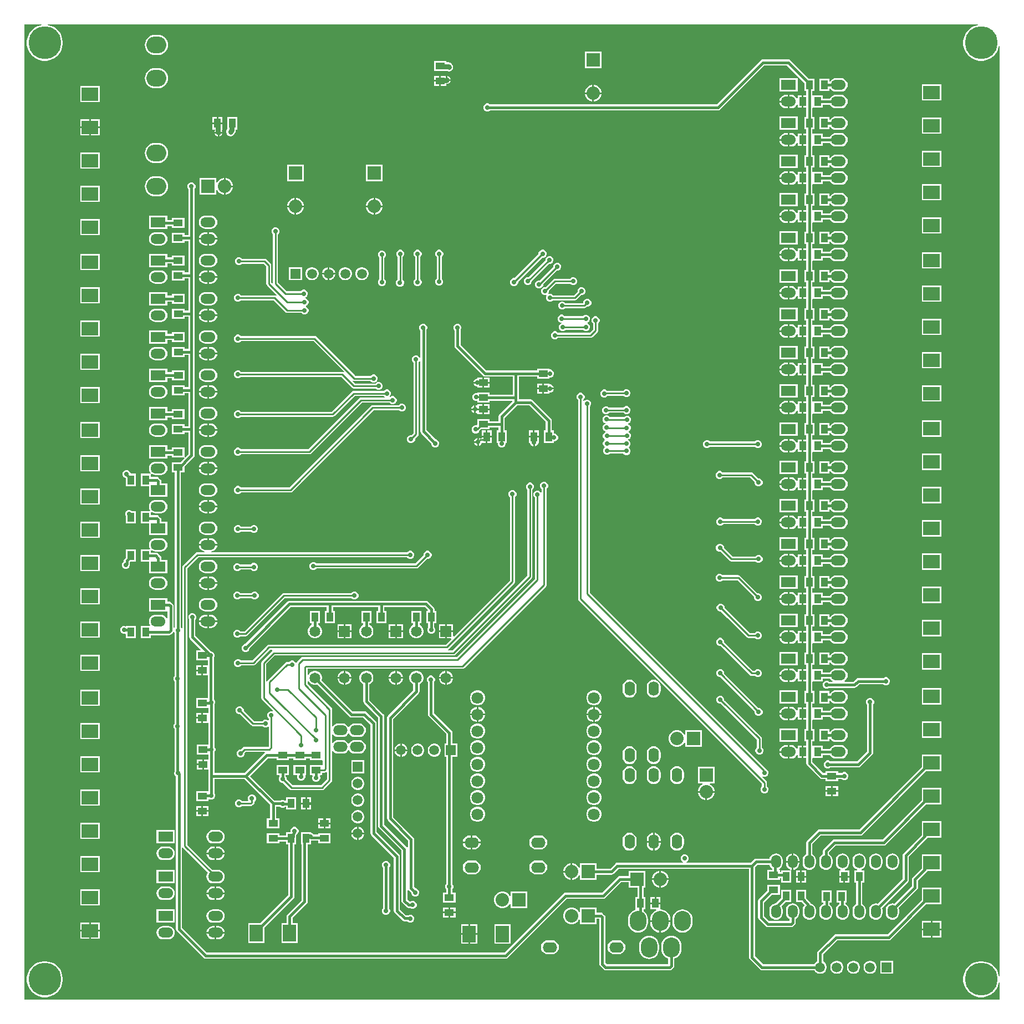
<source format=gbl>
G04*
G04 #@! TF.GenerationSoftware,Altium Limited,Altium Designer,21.0.8 (223)*
G04*
G04 Layer_Physical_Order=2*
G04 Layer_Color=16711680*
%FSTAX24Y24*%
%MOIN*%
G70*
G04*
G04 #@! TF.SameCoordinates,8A4C6F49-4F26-47D5-9FDB-2FD25450CC73*
G04*
G04*
G04 #@! TF.FilePolarity,Positive*
G04*
G01*
G75*
%ADD16C,0.0100*%
%ADD23R,0.0394X0.0550*%
%ADD25R,0.0550X0.0394*%
%ADD88C,0.0160*%
%ADD90C,0.0300*%
%ADD91O,0.0591X0.0787*%
%ADD92O,0.0591X0.0787*%
%ADD93R,0.0900X0.0600*%
%ADD94O,0.0900X0.0600*%
%ADD95R,0.0787X0.0984*%
%ADD96R,0.0984X0.0787*%
%ADD97O,0.1000X0.1200*%
%ADD98C,0.0800*%
%ADD99R,0.0800X0.0800*%
%ADD100C,0.0650*%
%ADD101R,0.0650X0.0650*%
%ADD102R,0.0800X0.0800*%
%ADD103C,0.1969*%
%ADD104O,0.0860X0.0600*%
%ADD105C,0.0709*%
%ADD106R,0.0591X0.0591*%
%ADD107C,0.0591*%
%ADD108O,0.0630X0.0866*%
%ADD109O,0.1200X0.1000*%
%ADD110O,0.0866X0.0630*%
%ADD111R,0.0591X0.0591*%
%ADD112C,0.0276*%
G36*
X059601Y067097D02*
X059523Y067085D01*
X059361Y067032D01*
X059209Y066954D01*
X059071Y066854D01*
X05895Y066734D01*
X05885Y066595D01*
X058772Y066443D01*
X05872Y066281D01*
X058693Y066112D01*
Y065942D01*
X05872Y065773D01*
X058772Y065611D01*
X05885Y065459D01*
X05895Y065321D01*
X059071Y0652D01*
X059209Y0651D01*
X059361Y065022D01*
X059523Y06497D01*
X059692Y064943D01*
X059862D01*
X060031Y06497D01*
X060193Y065022D01*
X060345Y0651D01*
X060484Y0652D01*
X060604Y065321D01*
X060704Y065459D01*
X060782Y065611D01*
X060835Y065773D01*
X060847Y065851D01*
X060897Y065847D01*
Y009908D01*
X060847Y009904D01*
X060835Y009982D01*
X060782Y010144D01*
X060704Y010296D01*
X060604Y010434D01*
X060484Y010555D01*
X060345Y010655D01*
X060193Y010733D01*
X060031Y010786D01*
X059862Y010812D01*
X059692D01*
X059523Y010786D01*
X059361Y010733D01*
X059209Y010655D01*
X059071Y010555D01*
X05895Y010434D01*
X05885Y010296D01*
X058772Y010144D01*
X05872Y009982D01*
X058693Y009813D01*
Y009643D01*
X05872Y009474D01*
X058772Y009312D01*
X05885Y00916D01*
X05895Y009022D01*
X059071Y008901D01*
X059209Y008801D01*
X059361Y008723D01*
X059523Y00867D01*
X059692Y008644D01*
X059862D01*
X060031Y00867D01*
X060193Y008723D01*
X060345Y008801D01*
X060484Y008901D01*
X060604Y009022D01*
X060704Y00916D01*
X060782Y009312D01*
X060835Y009474D01*
X060847Y009552D01*
X060897Y009548D01*
Y008503D01*
X002253D01*
Y067147D01*
X003298D01*
X003302Y067097D01*
X003224Y067085D01*
X003062Y067032D01*
X00291Y066954D01*
X002772Y066854D01*
X002651Y066734D01*
X002551Y066595D01*
X002473Y066443D01*
X00242Y066281D01*
X002394Y066112D01*
Y065942D01*
X00242Y065773D01*
X002473Y065611D01*
X002551Y065459D01*
X002651Y065321D01*
X002772Y0652D01*
X00291Y0651D01*
X003062Y065022D01*
X003224Y06497D01*
X003393Y064943D01*
X003563D01*
X003732Y06497D01*
X003894Y065022D01*
X004046Y0651D01*
X004184Y0652D01*
X004305Y065321D01*
X004405Y065459D01*
X004483Y065611D01*
X004536Y065773D01*
X004562Y065942D01*
Y066112D01*
X004536Y066281D01*
X004483Y066443D01*
X004405Y066595D01*
X004305Y066734D01*
X004184Y066854D01*
X004046Y066954D01*
X003894Y067032D01*
X003732Y067085D01*
X003654Y067097D01*
X003658Y067147D01*
X059597D01*
X059601Y067097D01*
D02*
G37*
%LPC*%
G36*
X0103Y066503D02*
X0101D01*
X009982Y066491D01*
X009869Y066457D01*
X009765Y066401D01*
X009674Y066326D01*
X009599Y066235D01*
X009543Y066131D01*
X009509Y066018D01*
X009497Y0659D01*
X009509Y065782D01*
X009543Y065669D01*
X009599Y065565D01*
X009674Y065474D01*
X009765Y065399D01*
X009869Y065343D01*
X009982Y065309D01*
X0101Y065297D01*
X0103D01*
X010418Y065309D01*
X010531Y065343D01*
X010635Y065399D01*
X010726Y065474D01*
X010801Y065565D01*
X010857Y065669D01*
X010891Y065782D01*
X010903Y0659D01*
X010891Y066018D01*
X010857Y066131D01*
X010801Y066235D01*
X010726Y066326D01*
X010635Y066401D01*
X010531Y066457D01*
X010418Y066491D01*
X0103Y066503D01*
D02*
G37*
G36*
X03695Y0655D02*
X03595D01*
Y0645D01*
X03695D01*
Y0655D01*
D02*
G37*
G36*
X027625Y064947D02*
X026875D01*
Y064353D01*
X02729D01*
X027292Y064353D01*
X027655D01*
X027683Y064334D01*
X027781Y064314D01*
X027878Y064334D01*
X027961Y064389D01*
X028016Y064472D01*
X028036Y064569D01*
X028016Y064667D01*
X027961Y06475D01*
X027923Y064788D01*
X02784Y064843D01*
X027742Y064862D01*
X027625D01*
Y064947D01*
D02*
G37*
G36*
X0277Y064037D02*
Y06385D01*
X027887D01*
X027852Y063935D01*
X027785Y064002D01*
X0277Y064037D01*
D02*
G37*
G36*
X0272Y064047D02*
X026875D01*
Y0638D01*
X0272D01*
Y064047D01*
D02*
G37*
G36*
X05135Y063903D02*
X05105D01*
X050946Y06389D01*
X050848Y063849D01*
X050765Y063785D01*
X050701Y063702D01*
X050693Y063684D01*
X050647D01*
Y063875D01*
X050053D01*
Y063125D01*
X050647D01*
Y063316D01*
X050693D01*
X050701Y063298D01*
X050765Y063215D01*
X050848Y063151D01*
X050946Y06311D01*
X05105Y063097D01*
X05135D01*
X051454Y06311D01*
X051552Y063151D01*
X051635Y063215D01*
X051699Y063298D01*
X05174Y063396D01*
X051753Y0635D01*
X05174Y063604D01*
X051699Y063702D01*
X051635Y063785D01*
X051552Y063849D01*
X051454Y06389D01*
X05135Y063903D01*
D02*
G37*
G36*
X0276Y064047D02*
X0273D01*
Y06375D01*
Y063453D01*
X027625D01*
Y063562D01*
X027697D01*
X027785Y063598D01*
X027852Y063665D01*
X027887Y06375D01*
X02765D01*
Y0638D01*
X0276D01*
Y064047D01*
D02*
G37*
G36*
X0272Y0637D02*
X026875D01*
Y063453D01*
X0272D01*
Y0637D01*
D02*
G37*
G36*
X0103Y064503D02*
X0101D01*
X009982Y064491D01*
X009869Y064457D01*
X009765Y064401D01*
X009674Y064326D01*
X009599Y064235D01*
X009543Y064131D01*
X009509Y064018D01*
X009497Y0639D01*
X009509Y063782D01*
X009543Y063669D01*
X009599Y063565D01*
X009674Y063474D01*
X009765Y063399D01*
X009869Y063343D01*
X009982Y063309D01*
X0101Y063297D01*
X0103D01*
X010418Y063309D01*
X010531Y063343D01*
X010635Y063399D01*
X010726Y063474D01*
X010801Y063565D01*
X010857Y063669D01*
X010891Y063782D01*
X010903Y0639D01*
X010891Y064018D01*
X010857Y064131D01*
X010801Y064235D01*
X010726Y064326D01*
X010635Y064401D01*
X010531Y064457D01*
X010418Y064491D01*
X0103Y064503D01*
D02*
G37*
G36*
X04875Y0639D02*
X04765D01*
Y0631D01*
X04875D01*
Y0639D01*
D02*
G37*
G36*
X036516Y0635D02*
X0365D01*
Y06305D01*
X03695D01*
Y063066D01*
X036916Y063193D01*
X03685Y063307D01*
X036757Y0634D01*
X036643Y063466D01*
X036516Y0635D01*
D02*
G37*
G36*
X0364D02*
X036384D01*
X036257Y063466D01*
X036143Y0634D01*
X03605Y063307D01*
X035984Y063193D01*
X03595Y063066D01*
Y06305D01*
X0364D01*
Y0635D01*
D02*
G37*
G36*
X057392Y063544D02*
X056208D01*
Y062556D01*
X057392D01*
Y063544D01*
D02*
G37*
G36*
X04815Y062903D02*
X04805D01*
X047946Y06289D01*
X047848Y062849D01*
X047765Y062785D01*
X047701Y062702D01*
X04766Y062604D01*
X047653Y06255D01*
X04815D01*
Y062903D01*
D02*
G37*
G36*
X03695Y06295D02*
X0365D01*
Y0625D01*
X036516D01*
X036643Y062534D01*
X036757Y0626D01*
X03685Y062693D01*
X036916Y062807D01*
X03695Y062934D01*
Y06295D01*
D02*
G37*
G36*
X0364D02*
X03595D01*
Y062934D01*
X035984Y062807D01*
X03605Y062693D01*
X036143Y0626D01*
X036257Y062534D01*
X036384Y0625D01*
X0364D01*
Y06295D01*
D02*
G37*
G36*
X006792Y063444D02*
X005608D01*
Y062456D01*
X006792D01*
Y063444D01*
D02*
G37*
G36*
X04835Y062903D02*
X04825D01*
Y0625D01*
Y062097D01*
X04835D01*
X048454Y06211D01*
X048552Y062151D01*
X048635Y062215D01*
X048699Y062298D01*
X048703Y062307D01*
X048753Y062297D01*
Y062125D01*
X049D01*
Y0625D01*
Y062875D01*
X048753D01*
Y062703D01*
X048703Y062693D01*
X048699Y062702D01*
X048635Y062785D01*
X048552Y062849D01*
X048454Y06289D01*
X04835Y062903D01*
D02*
G37*
G36*
X048178Y065034D02*
X04665D01*
X04658Y06502D01*
X04652Y06498D01*
X043874Y062334D01*
X030253D01*
X030235Y062352D01*
X030147Y062388D01*
X030053D01*
X029965Y062352D01*
X029898Y062285D01*
X029862Y062197D01*
Y062103D01*
X029898Y062015D01*
X029965Y061948D01*
X030053Y061912D01*
X030147D01*
X030235Y061948D01*
X030253Y061966D01*
X04395D01*
X04402Y06198D01*
X04408Y06202D01*
X046726Y064666D01*
X048102D01*
X049153Y063615D01*
Y063125D01*
X049266D01*
Y062875D01*
X0491D01*
Y0625D01*
Y062125D01*
X049266D01*
Y061575D01*
X049153D01*
Y060825D01*
X049266D01*
Y060575D01*
X0491D01*
Y0602D01*
Y059825D01*
X049266D01*
Y059275D01*
X049153D01*
Y058525D01*
X049266D01*
Y058275D01*
X0491D01*
Y0579D01*
Y057525D01*
X049266D01*
Y056975D01*
X049153D01*
Y056225D01*
X049266D01*
Y055975D01*
X0491D01*
Y0556D01*
Y055225D01*
X049266D01*
Y054675D01*
X049153D01*
Y053925D01*
X049266D01*
Y053675D01*
X0491D01*
Y0533D01*
Y052925D01*
X049266D01*
Y052375D01*
X049153D01*
Y051625D01*
X049266D01*
Y051375D01*
X0491D01*
Y051D01*
Y050625D01*
X049266D01*
Y050075D01*
X049153D01*
Y049325D01*
X049266D01*
Y049075D01*
X0491D01*
Y0487D01*
Y048325D01*
X049266D01*
Y047775D01*
X049153D01*
Y047025D01*
X049266D01*
Y046775D01*
X0491D01*
Y0464D01*
Y046025D01*
X049266D01*
Y045475D01*
X049153D01*
Y044725D01*
X049266D01*
Y044475D01*
X0491D01*
Y0441D01*
Y043725D01*
X049266D01*
Y043175D01*
X049153D01*
Y042425D01*
X049266D01*
Y042175D01*
X0491D01*
Y0418D01*
Y041425D01*
X049266D01*
Y040875D01*
X049153D01*
Y040125D01*
X049266D01*
Y039875D01*
X0491D01*
Y0395D01*
Y039125D01*
X049266D01*
Y038575D01*
X049153D01*
Y037825D01*
X049266D01*
Y037575D01*
X0491D01*
Y0372D01*
Y036825D01*
X049266D01*
Y036275D01*
X049153D01*
Y035525D01*
X049266D01*
Y035275D01*
X0491D01*
Y0349D01*
Y034525D01*
X049266D01*
Y033975D01*
X049153D01*
Y033225D01*
X049266D01*
Y032975D01*
X0491D01*
Y0326D01*
Y032225D01*
X049266D01*
Y031675D01*
X049153D01*
Y030925D01*
X049266D01*
Y030675D01*
X0491D01*
Y0303D01*
Y029925D01*
X049266D01*
Y029375D01*
X049153D01*
Y028625D01*
X049266D01*
Y028375D01*
X0491D01*
Y028D01*
Y027625D01*
X049266D01*
Y027059D01*
X049153D01*
Y026309D01*
X049266D01*
Y026075D01*
X0491D01*
Y0257D01*
Y025325D01*
X049266D01*
Y024775D01*
X049153D01*
Y024025D01*
X049266D01*
Y023775D01*
X0491D01*
Y0234D01*
Y023025D01*
X049266D01*
Y0227D01*
X04928Y02263D01*
X04932Y02257D01*
X05007Y02182D01*
X05013Y021781D01*
X0502Y021767D01*
X050425D01*
Y021653D01*
X051175D01*
Y021767D01*
X051397D01*
X051415Y021748D01*
X051503Y021712D01*
X051597D01*
X051685Y021748D01*
X051752Y021815D01*
X051788Y021903D01*
Y021997D01*
X051752Y022085D01*
X051685Y022152D01*
X051597Y022188D01*
X051503D01*
X051415Y022152D01*
X051397Y022134D01*
X051175D01*
Y022247D01*
X050425D01*
Y022134D01*
X050276D01*
X049634Y022776D01*
Y022983D01*
X049653Y023025D01*
X049684Y023025D01*
X050247D01*
Y023216D01*
X050693D01*
X050701Y023198D01*
X050765Y023115D01*
X050848Y023051D01*
X050946Y02301D01*
X05105Y022997D01*
X05135D01*
X051454Y02301D01*
X051552Y023051D01*
X051635Y023115D01*
X051699Y023198D01*
X05174Y023296D01*
X051753Y0234D01*
X05174Y023504D01*
X051699Y023602D01*
X051635Y023685D01*
X051552Y023749D01*
X051454Y02379D01*
X05135Y023803D01*
X05105D01*
X050946Y02379D01*
X050848Y023749D01*
X050765Y023685D01*
X050701Y023602D01*
X050693Y023584D01*
X050247D01*
Y023775D01*
X049684D01*
X049653Y023775D01*
X049634Y023817D01*
Y024025D01*
X049747D01*
Y024775D01*
X049634D01*
Y025283D01*
X049653Y025325D01*
X049684Y025325D01*
X050247D01*
Y025516D01*
X050693D01*
X050701Y025498D01*
X050765Y025415D01*
X050848Y025351D01*
X050946Y02531D01*
X05105Y025297D01*
X05135D01*
X051454Y02531D01*
X051552Y025351D01*
X051635Y025415D01*
X051699Y025498D01*
X05174Y025596D01*
X051753Y0257D01*
X05174Y025804D01*
X051699Y025902D01*
X051635Y025985D01*
X051552Y026049D01*
X051454Y02609D01*
X05135Y026103D01*
X05105D01*
X050946Y02609D01*
X050848Y026049D01*
X050765Y025985D01*
X050701Y025902D01*
X050693Y025884D01*
X050247D01*
Y026075D01*
X049684D01*
X049653Y026075D01*
X049634Y026117D01*
Y026309D01*
X049747D01*
Y027059D01*
X049634D01*
Y027583D01*
X049653Y027625D01*
X049684Y027625D01*
X050247D01*
Y027816D01*
X050693D01*
X050701Y027798D01*
X050765Y027715D01*
X050838Y027659D01*
X050828Y027614D01*
X050825Y027609D01*
X050653D01*
X050635Y027627D01*
X050547Y027663D01*
X050453D01*
X050365Y027627D01*
X050298Y02756D01*
X050262Y027472D01*
Y027378D01*
X050298Y02729D01*
X050365Y027223D01*
X050453Y027187D01*
X050547D01*
X050635Y027223D01*
X050653Y027241D01*
X052163D01*
X052233Y027255D01*
X052292Y027295D01*
X052464Y027466D01*
X053897D01*
X053915Y027448D01*
X054003Y027412D01*
X054097D01*
X054185Y027448D01*
X054252Y027515D01*
X054288Y027603D01*
Y027697D01*
X054252Y027785D01*
X054185Y027852D01*
X054097Y027888D01*
X054003D01*
X053915Y027852D01*
X053897Y027834D01*
X052388D01*
X052317Y02782D01*
X052258Y02778D01*
X052087Y027609D01*
X051575D01*
X051572Y027614D01*
X051562Y027659D01*
X051635Y027715D01*
X051699Y027798D01*
X05174Y027896D01*
X051753Y028D01*
X05174Y028104D01*
X051699Y028202D01*
X051635Y028285D01*
X051552Y028349D01*
X051454Y02839D01*
X05135Y028403D01*
X05105D01*
X050946Y02839D01*
X050848Y028349D01*
X050765Y028285D01*
X050701Y028202D01*
X050693Y028184D01*
X050247D01*
Y028375D01*
X049684D01*
X049653Y028375D01*
X049634Y028417D01*
Y028625D01*
X049747D01*
Y029375D01*
X049634D01*
Y029883D01*
X049653Y029925D01*
X049684Y029925D01*
X050247D01*
Y030116D01*
X050693D01*
X050701Y030098D01*
X050765Y030015D01*
X050848Y029951D01*
X050946Y02991D01*
X05105Y029897D01*
X05135D01*
X051454Y02991D01*
X051552Y029951D01*
X051635Y030015D01*
X051699Y030098D01*
X05174Y030196D01*
X051753Y0303D01*
X05174Y030404D01*
X051699Y030502D01*
X051635Y030585D01*
X051552Y030649D01*
X051454Y03069D01*
X05135Y030703D01*
X05105D01*
X050946Y03069D01*
X050848Y030649D01*
X050765Y030585D01*
X050701Y030502D01*
X050693Y030484D01*
X050247D01*
Y030675D01*
X049684D01*
X049653Y030675D01*
X049634Y030717D01*
Y030925D01*
X049747D01*
Y031675D01*
X049634D01*
Y032183D01*
X049653Y032225D01*
X049684Y032225D01*
X050247D01*
Y032416D01*
X050693D01*
X050701Y032398D01*
X050765Y032315D01*
X050848Y032251D01*
X050946Y03221D01*
X05105Y032197D01*
X05135D01*
X051454Y03221D01*
X051552Y032251D01*
X051635Y032315D01*
X051699Y032398D01*
X05174Y032496D01*
X051753Y0326D01*
X05174Y032704D01*
X051699Y032802D01*
X051635Y032885D01*
X051552Y032949D01*
X051454Y03299D01*
X05135Y033003D01*
X05105D01*
X050946Y03299D01*
X050848Y032949D01*
X050765Y032885D01*
X050701Y032802D01*
X050693Y032784D01*
X050247D01*
Y032975D01*
X049684D01*
X049653Y032975D01*
X049634Y033017D01*
Y033225D01*
X049747D01*
Y033975D01*
X049634D01*
Y034483D01*
X049653Y034525D01*
X049684Y034525D01*
X050247D01*
Y034716D01*
X050693D01*
X050701Y034698D01*
X050765Y034615D01*
X050848Y034551D01*
X050946Y03451D01*
X05105Y034497D01*
X05135D01*
X051454Y03451D01*
X051552Y034551D01*
X051635Y034615D01*
X051699Y034698D01*
X05174Y034796D01*
X051753Y0349D01*
X05174Y035004D01*
X051699Y035102D01*
X051635Y035185D01*
X051552Y035249D01*
X051454Y03529D01*
X05135Y035303D01*
X05105D01*
X050946Y03529D01*
X050848Y035249D01*
X050765Y035185D01*
X050701Y035102D01*
X050693Y035084D01*
X050247D01*
Y035275D01*
X049684D01*
X049653Y035275D01*
X049634Y035317D01*
Y035525D01*
X049747D01*
Y036275D01*
X049634D01*
Y036783D01*
X049653Y036825D01*
X049684Y036825D01*
X050247D01*
Y037016D01*
X050693D01*
X050701Y036998D01*
X050765Y036915D01*
X050848Y036851D01*
X050946Y03681D01*
X05105Y036797D01*
X05135D01*
X051454Y03681D01*
X051552Y036851D01*
X051635Y036915D01*
X051699Y036998D01*
X05174Y037096D01*
X051753Y0372D01*
X05174Y037304D01*
X051699Y037402D01*
X051635Y037485D01*
X051552Y037549D01*
X051454Y03759D01*
X05135Y037603D01*
X05105D01*
X050946Y03759D01*
X050848Y037549D01*
X050765Y037485D01*
X050701Y037402D01*
X050693Y037384D01*
X050247D01*
Y037575D01*
X049684D01*
X049653Y037575D01*
X049634Y037617D01*
Y037825D01*
X049747D01*
Y038575D01*
X049634D01*
Y039083D01*
X049653Y039125D01*
X049684Y039125D01*
X050247D01*
Y039316D01*
X050693D01*
X050701Y039298D01*
X050765Y039215D01*
X050848Y039151D01*
X050946Y03911D01*
X05105Y039097D01*
X05135D01*
X051454Y03911D01*
X051552Y039151D01*
X051635Y039215D01*
X051699Y039298D01*
X05174Y039396D01*
X051753Y0395D01*
X05174Y039604D01*
X051699Y039702D01*
X051635Y039785D01*
X051552Y039849D01*
X051454Y03989D01*
X05135Y039903D01*
X05105D01*
X050946Y03989D01*
X050848Y039849D01*
X050765Y039785D01*
X050701Y039702D01*
X050693Y039684D01*
X050247D01*
Y039875D01*
X049684D01*
X049653Y039875D01*
X049634Y039917D01*
Y040125D01*
X049747D01*
Y040875D01*
X049634D01*
Y041383D01*
X049653Y041425D01*
X049684Y041425D01*
X050247D01*
Y041616D01*
X050693D01*
X050701Y041598D01*
X050765Y041515D01*
X050848Y041451D01*
X050946Y04141D01*
X05105Y041397D01*
X05135D01*
X051454Y04141D01*
X051552Y041451D01*
X051635Y041515D01*
X051699Y041598D01*
X05174Y041696D01*
X051753Y0418D01*
X05174Y041904D01*
X051699Y042002D01*
X051635Y042085D01*
X051552Y042149D01*
X051454Y04219D01*
X05135Y042203D01*
X05105D01*
X050946Y04219D01*
X050848Y042149D01*
X050765Y042085D01*
X050701Y042002D01*
X050693Y041984D01*
X050247D01*
Y042175D01*
X049684D01*
X049653Y042175D01*
X049634Y042217D01*
Y042425D01*
X049747D01*
Y043175D01*
X049634D01*
Y043683D01*
X049653Y043725D01*
X049684Y043725D01*
X050247D01*
Y043916D01*
X050693D01*
X050701Y043898D01*
X050765Y043815D01*
X050848Y043751D01*
X050946Y04371D01*
X05105Y043697D01*
X05135D01*
X051454Y04371D01*
X051552Y043751D01*
X051635Y043815D01*
X051699Y043898D01*
X05174Y043996D01*
X051753Y0441D01*
X05174Y044204D01*
X051699Y044302D01*
X051635Y044385D01*
X051552Y044449D01*
X051454Y04449D01*
X05135Y044503D01*
X05105D01*
X050946Y04449D01*
X050848Y044449D01*
X050765Y044385D01*
X050701Y044302D01*
X050693Y044284D01*
X050247D01*
Y044475D01*
X049684D01*
X049653Y044475D01*
X049634Y044517D01*
Y044725D01*
X049747D01*
Y045475D01*
X049634D01*
Y045983D01*
X049653Y046025D01*
X049684Y046025D01*
X050247D01*
Y046216D01*
X050693D01*
X050701Y046198D01*
X050765Y046115D01*
X050848Y046051D01*
X050946Y04601D01*
X05105Y045997D01*
X05135D01*
X051454Y04601D01*
X051552Y046051D01*
X051635Y046115D01*
X051699Y046198D01*
X05174Y046296D01*
X051753Y0464D01*
X05174Y046504D01*
X051699Y046602D01*
X051635Y046685D01*
X051552Y046749D01*
X051454Y04679D01*
X05135Y046803D01*
X05105D01*
X050946Y04679D01*
X050848Y046749D01*
X050765Y046685D01*
X050701Y046602D01*
X050693Y046584D01*
X050247D01*
Y046775D01*
X049684D01*
X049653Y046775D01*
X049634Y046817D01*
Y047025D01*
X049747D01*
Y047775D01*
X049634D01*
Y048283D01*
X049653Y048325D01*
X049684Y048325D01*
X050247D01*
Y048516D01*
X050693D01*
X050701Y048498D01*
X050765Y048415D01*
X050848Y048351D01*
X050946Y04831D01*
X05105Y048297D01*
X05135D01*
X051454Y04831D01*
X051552Y048351D01*
X051635Y048415D01*
X051699Y048498D01*
X05174Y048596D01*
X051753Y0487D01*
X05174Y048804D01*
X051699Y048902D01*
X051635Y048985D01*
X051552Y049049D01*
X051454Y04909D01*
X05135Y049103D01*
X05105D01*
X050946Y04909D01*
X050848Y049049D01*
X050765Y048985D01*
X050701Y048902D01*
X050693Y048884D01*
X050247D01*
Y049075D01*
X049684D01*
X049653Y049075D01*
X049634Y049117D01*
Y049325D01*
X049747D01*
Y050075D01*
X049634D01*
Y050583D01*
X049653Y050625D01*
X049684Y050625D01*
X050247D01*
Y050816D01*
X050693D01*
X050701Y050798D01*
X050765Y050715D01*
X050848Y050651D01*
X050946Y05061D01*
X05105Y050597D01*
X05135D01*
X051454Y05061D01*
X051552Y050651D01*
X051635Y050715D01*
X051699Y050798D01*
X05174Y050896D01*
X051753Y051D01*
X05174Y051104D01*
X051699Y051202D01*
X051635Y051285D01*
X051552Y051349D01*
X051454Y05139D01*
X05135Y051403D01*
X05105D01*
X050946Y05139D01*
X050848Y051349D01*
X050765Y051285D01*
X050701Y051202D01*
X050693Y051184D01*
X050247D01*
Y051375D01*
X049684D01*
X049653Y051375D01*
X049634Y051417D01*
Y051625D01*
X049747D01*
Y052375D01*
X049634D01*
Y052883D01*
X049653Y052925D01*
X049684Y052925D01*
X050247D01*
Y053116D01*
X050693D01*
X050701Y053098D01*
X050765Y053015D01*
X050848Y052951D01*
X050946Y05291D01*
X05105Y052897D01*
X05135D01*
X051454Y05291D01*
X051552Y052951D01*
X051635Y053015D01*
X051699Y053098D01*
X05174Y053196D01*
X051753Y0533D01*
X05174Y053404D01*
X051699Y053502D01*
X051635Y053585D01*
X051552Y053649D01*
X051454Y05369D01*
X05135Y053703D01*
X05105D01*
X050946Y05369D01*
X050848Y053649D01*
X050765Y053585D01*
X050701Y053502D01*
X050693Y053484D01*
X050247D01*
Y053675D01*
X049684D01*
X049653Y053675D01*
X049634Y053717D01*
Y053925D01*
X049747D01*
Y054675D01*
X049634D01*
Y055183D01*
X049653Y055225D01*
X049684Y055225D01*
X050247D01*
Y055416D01*
X050693D01*
X050701Y055398D01*
X050765Y055315D01*
X050848Y055251D01*
X050946Y05521D01*
X05105Y055197D01*
X05135D01*
X051454Y05521D01*
X051552Y055251D01*
X051635Y055315D01*
X051699Y055398D01*
X05174Y055496D01*
X051753Y0556D01*
X05174Y055704D01*
X051699Y055802D01*
X051635Y055885D01*
X051552Y055949D01*
X051454Y05599D01*
X05135Y056003D01*
X05105D01*
X050946Y05599D01*
X050848Y055949D01*
X050765Y055885D01*
X050701Y055802D01*
X050693Y055784D01*
X050247D01*
Y055975D01*
X049684D01*
X049653Y055975D01*
X049634Y056017D01*
Y056225D01*
X049747D01*
Y056975D01*
X049634D01*
Y057483D01*
X049653Y057525D01*
X049684Y057525D01*
X050247D01*
Y057716D01*
X050693D01*
X050701Y057698D01*
X050765Y057615D01*
X050848Y057551D01*
X050946Y05751D01*
X05105Y057497D01*
X05135D01*
X051454Y05751D01*
X051552Y057551D01*
X051635Y057615D01*
X051699Y057698D01*
X05174Y057796D01*
X051753Y0579D01*
X05174Y058004D01*
X051699Y058102D01*
X051635Y058185D01*
X051552Y058249D01*
X051454Y05829D01*
X05135Y058303D01*
X05105D01*
X050946Y05829D01*
X050848Y058249D01*
X050765Y058185D01*
X050701Y058102D01*
X050693Y058084D01*
X050247D01*
Y058275D01*
X049684D01*
X049653Y058275D01*
X049634Y058317D01*
Y058525D01*
X049747D01*
Y059275D01*
X049634D01*
Y059783D01*
X049653Y059825D01*
X049684Y059825D01*
X050247D01*
Y060016D01*
X050693D01*
X050701Y059998D01*
X050765Y059915D01*
X050848Y059851D01*
X050946Y05981D01*
X05105Y059797D01*
X05135D01*
X051454Y05981D01*
X051552Y059851D01*
X051635Y059915D01*
X051699Y059998D01*
X05174Y060096D01*
X051753Y0602D01*
X05174Y060304D01*
X051699Y060402D01*
X051635Y060485D01*
X051552Y060549D01*
X051454Y06059D01*
X05135Y060603D01*
X05105D01*
X050946Y06059D01*
X050848Y060549D01*
X050765Y060485D01*
X050701Y060402D01*
X050693Y060384D01*
X050247D01*
Y060575D01*
X049684D01*
X049653Y060575D01*
X049634Y060617D01*
Y060825D01*
X049747D01*
Y061575D01*
X049634D01*
Y062083D01*
X049653Y062125D01*
X049684Y062125D01*
X050247D01*
Y062316D01*
X050693D01*
X050701Y062298D01*
X050765Y062215D01*
X050848Y062151D01*
X050946Y06211D01*
X05105Y062097D01*
X05135D01*
X051454Y06211D01*
X051552Y062151D01*
X051635Y062215D01*
X051699Y062298D01*
X05174Y062396D01*
X051753Y0625D01*
X05174Y062604D01*
X051699Y062702D01*
X051635Y062785D01*
X051552Y062849D01*
X051454Y06289D01*
X05135Y062903D01*
X05105D01*
X050946Y06289D01*
X050848Y062849D01*
X050765Y062785D01*
X050701Y062702D01*
X050693Y062684D01*
X050247D01*
Y062875D01*
X049684D01*
X049653Y062875D01*
X049634Y062917D01*
Y063125D01*
X049747D01*
Y063875D01*
X049413D01*
X048308Y06498D01*
X048248Y06502D01*
X048237Y065022D01*
X048178Y065034D01*
D02*
G37*
G36*
X04815Y06245D02*
X047653D01*
X04766Y062396D01*
X047701Y062298D01*
X047765Y062215D01*
X047848Y062151D01*
X047946Y06211D01*
X04805Y062097D01*
X04815D01*
Y06245D01*
D02*
G37*
G36*
X05135Y061603D02*
X05105D01*
X050946Y06159D01*
X050848Y061549D01*
X050765Y061485D01*
X050701Y061402D01*
X050693Y061384D01*
X050647D01*
Y061575D01*
X050053D01*
Y060825D01*
X050647D01*
Y061016D01*
X050693D01*
X050701Y060998D01*
X050765Y060915D01*
X050848Y060851D01*
X050946Y06081D01*
X05105Y060797D01*
X05135D01*
X051454Y06081D01*
X051552Y060851D01*
X051635Y060915D01*
X051699Y060998D01*
X05174Y061096D01*
X051753Y0612D01*
X05174Y061304D01*
X051699Y061402D01*
X051635Y061485D01*
X051552Y061549D01*
X051454Y06159D01*
X05135Y061603D01*
D02*
G37*
G36*
X014157Y061566D02*
X01391D01*
Y061241D01*
X014157D01*
Y061566D01*
D02*
G37*
G36*
X01381D02*
X013564D01*
Y061241D01*
X01381D01*
Y061566D01*
D02*
G37*
G36*
X006792Y061444D02*
X00625D01*
Y061D01*
X006792D01*
Y061444D01*
D02*
G37*
G36*
X00615D02*
X005608D01*
Y061D01*
X00615D01*
Y061444D01*
D02*
G37*
G36*
X04875Y0616D02*
X04765D01*
Y0608D01*
X04875D01*
Y0616D01*
D02*
G37*
G36*
X014157Y061141D02*
X013564D01*
Y060816D01*
X013704D01*
X013723Y06077D01*
X013723Y060769D01*
X013688Y060685D01*
X014161D01*
X014126Y060769D01*
X014125Y06077D01*
X014144Y060816D01*
X014157D01*
Y061141D01*
D02*
G37*
G36*
X057392Y061544D02*
X056208D01*
Y060556D01*
X057392D01*
Y061544D01*
D02*
G37*
G36*
X006792Y0609D02*
X00625D01*
Y060456D01*
X006792D01*
Y0609D01*
D02*
G37*
G36*
X00615D02*
X005608D01*
Y060456D01*
X00615D01*
Y0609D01*
D02*
G37*
G36*
X015057Y061566D02*
X014464D01*
Y061169D01*
X014459Y061144D01*
Y060879D01*
X014411Y060809D01*
X014392Y060711D01*
Y060657D01*
X014411Y06056D01*
X014467Y060477D01*
X014549Y060422D01*
X014647Y060402D01*
X014745Y060422D01*
X014827Y060477D01*
X014882Y06056D01*
X014889Y060593D01*
X014894Y060598D01*
X014949Y06068D01*
X014968Y060778D01*
Y060816D01*
X015057D01*
Y061566D01*
D02*
G37*
G36*
X014161Y060585D02*
X013974D01*
Y060398D01*
X014059Y060433D01*
X014126Y0605D01*
X014161Y060585D01*
D02*
G37*
G36*
X013874D02*
X013688D01*
X013723Y0605D01*
X01379Y060433D01*
X013874Y060398D01*
Y060585D01*
D02*
G37*
G36*
X04815Y060603D02*
X04805D01*
X047946Y06059D01*
X047848Y060549D01*
X047765Y060485D01*
X047701Y060402D01*
X04766Y060304D01*
X047653Y06025D01*
X04815D01*
Y060603D01*
D02*
G37*
G36*
X04835D02*
X04825D01*
Y0602D01*
Y059797D01*
X04835D01*
X048454Y05981D01*
X048552Y059851D01*
X048635Y059915D01*
X048699Y059998D01*
X048703Y060007D01*
X048753Y059997D01*
Y059825D01*
X049D01*
Y0602D01*
Y060575D01*
X048753D01*
Y060403D01*
X048703Y060393D01*
X048699Y060402D01*
X048635Y060485D01*
X048552Y060549D01*
X048454Y06059D01*
X04835Y060603D01*
D02*
G37*
G36*
X04815Y06015D02*
X047653D01*
X04766Y060096D01*
X047701Y059998D01*
X047765Y059915D01*
X047848Y059851D01*
X047946Y05981D01*
X04805Y059797D01*
X04815D01*
Y06015D01*
D02*
G37*
G36*
X05135Y059303D02*
X05105D01*
X050946Y05929D01*
X050848Y059249D01*
X050765Y059185D01*
X050701Y059102D01*
X050693Y059084D01*
X050647D01*
Y059275D01*
X050053D01*
Y058525D01*
X050647D01*
Y058716D01*
X050693D01*
X050701Y058698D01*
X050765Y058615D01*
X050848Y058551D01*
X050946Y05851D01*
X05105Y058497D01*
X05135D01*
X051454Y05851D01*
X051552Y058551D01*
X051635Y058615D01*
X051699Y058698D01*
X05174Y058796D01*
X051753Y0589D01*
X05174Y059004D01*
X051699Y059102D01*
X051635Y059185D01*
X051552Y059249D01*
X051454Y05929D01*
X05135Y059303D01*
D02*
G37*
G36*
X0103Y060003D02*
X0101D01*
X009982Y059991D01*
X009869Y059957D01*
X009765Y059901D01*
X009674Y059826D01*
X009599Y059735D01*
X009543Y059631D01*
X009509Y059518D01*
X009497Y0594D01*
X009509Y059282D01*
X009543Y059169D01*
X009599Y059065D01*
X009674Y058974D01*
X009765Y058899D01*
X009869Y058843D01*
X009982Y058809D01*
X0101Y058797D01*
X0103D01*
X010418Y058809D01*
X010531Y058843D01*
X010635Y058899D01*
X010726Y058974D01*
X010801Y059065D01*
X010857Y059169D01*
X010891Y059282D01*
X010903Y0594D01*
X010891Y059518D01*
X010857Y059631D01*
X010801Y059735D01*
X010726Y059826D01*
X010635Y059901D01*
X010531Y059957D01*
X010418Y059991D01*
X0103Y060003D01*
D02*
G37*
G36*
X057392Y059544D02*
X056208D01*
Y058556D01*
X057392D01*
Y059544D01*
D02*
G37*
G36*
X04875Y0593D02*
X04765D01*
Y0585D01*
X04875D01*
Y0593D01*
D02*
G37*
G36*
X006792Y059444D02*
X005608D01*
Y058456D01*
X006792D01*
Y059444D01*
D02*
G37*
G36*
X04815Y058303D02*
X04805D01*
X047946Y05829D01*
X047848Y058249D01*
X047765Y058185D01*
X047701Y058102D01*
X04766Y058004D01*
X047653Y05795D01*
X04815D01*
Y058303D01*
D02*
G37*
G36*
X0238Y0587D02*
X0228D01*
Y0577D01*
X0238D01*
Y0587D01*
D02*
G37*
G36*
X01905D02*
X01805D01*
Y0577D01*
X01905D01*
Y0587D01*
D02*
G37*
G36*
X01425Y0579D02*
X014234D01*
X014107Y057866D01*
X013993Y0578D01*
X0139Y057707D01*
X01385Y057621D01*
X0138Y057634D01*
Y0579D01*
X0128D01*
Y0569D01*
X0138D01*
Y057166D01*
X01385Y057179D01*
X0139Y057093D01*
X013993Y057D01*
X014107Y056934D01*
X014234Y0569D01*
X01425D01*
Y0574D01*
Y0579D01*
D02*
G37*
G36*
X04835Y058303D02*
X04825D01*
Y0579D01*
Y057497D01*
X04835D01*
X048454Y05751D01*
X048552Y057551D01*
X048635Y057615D01*
X048699Y057698D01*
X048703Y057707D01*
X048753Y057697D01*
Y057525D01*
X049D01*
Y0579D01*
Y058275D01*
X048753D01*
Y058103D01*
X048703Y058093D01*
X048699Y058102D01*
X048635Y058185D01*
X048552Y058249D01*
X048454Y05829D01*
X04835Y058303D01*
D02*
G37*
G36*
X04815Y05785D02*
X047653D01*
X04766Y057796D01*
X047701Y057698D01*
X047765Y057615D01*
X047848Y057551D01*
X047946Y05751D01*
X04805Y057497D01*
X04815D01*
Y05785D01*
D02*
G37*
G36*
X014366Y0579D02*
X01435D01*
Y05745D01*
X0148D01*
Y057466D01*
X014766Y057593D01*
X0147Y057707D01*
X014607Y0578D01*
X014493Y057866D01*
X014366Y0579D01*
D02*
G37*
G36*
X0148Y05735D02*
X01435D01*
Y0569D01*
X014366D01*
X014493Y056934D01*
X014607Y057D01*
X0147Y057093D01*
X014766Y057207D01*
X0148Y057334D01*
Y05735D01*
D02*
G37*
G36*
X0103Y058003D02*
X0101D01*
X009982Y057991D01*
X009869Y057957D01*
X009765Y057901D01*
X009674Y057826D01*
X009599Y057735D01*
X009543Y057631D01*
X009509Y057518D01*
X009497Y0574D01*
X009509Y057282D01*
X009543Y057169D01*
X009599Y057065D01*
X009674Y056974D01*
X009765Y056899D01*
X009869Y056843D01*
X009982Y056809D01*
X0101Y056797D01*
X0103D01*
X010418Y056809D01*
X010531Y056843D01*
X010635Y056899D01*
X010726Y056974D01*
X010801Y057065D01*
X010857Y057169D01*
X010891Y057282D01*
X010903Y0574D01*
X010891Y057518D01*
X010857Y057631D01*
X010801Y057735D01*
X010726Y057826D01*
X010635Y057901D01*
X010531Y057957D01*
X010418Y057991D01*
X0103Y058003D01*
D02*
G37*
G36*
X05135Y057003D02*
X05105D01*
X050946Y05699D01*
X050848Y056949D01*
X050765Y056885D01*
X050701Y056802D01*
X050693Y056784D01*
X050647D01*
Y056975D01*
X050053D01*
Y056225D01*
X050647D01*
Y056416D01*
X050693D01*
X050701Y056398D01*
X050765Y056315D01*
X050848Y056251D01*
X050946Y05621D01*
X05105Y056197D01*
X05135D01*
X051454Y05621D01*
X051552Y056251D01*
X051635Y056315D01*
X051699Y056398D01*
X05174Y056496D01*
X051753Y0566D01*
X05174Y056704D01*
X051699Y056802D01*
X051635Y056885D01*
X051552Y056949D01*
X051454Y05699D01*
X05135Y057003D01*
D02*
G37*
G36*
X057392Y057544D02*
X056208D01*
Y056556D01*
X057392D01*
Y057544D01*
D02*
G37*
G36*
X006792Y057444D02*
X005608D01*
Y056456D01*
X006792D01*
Y057444D01*
D02*
G37*
G36*
X023366Y0567D02*
X02335D01*
Y05625D01*
X0238D01*
Y056266D01*
X023766Y056393D01*
X0237Y056507D01*
X023607Y0566D01*
X023493Y056666D01*
X023366Y0567D01*
D02*
G37*
G36*
X018616D02*
X0186D01*
Y05625D01*
X01905D01*
Y056266D01*
X019016Y056393D01*
X01895Y056507D01*
X018857Y0566D01*
X018743Y056666D01*
X018616Y0567D01*
D02*
G37*
G36*
X0185D02*
X018484D01*
X018357Y056666D01*
X018243Y0566D01*
X01815Y056507D01*
X018084Y056393D01*
X01805Y056266D01*
Y05625D01*
X0185D01*
Y0567D01*
D02*
G37*
G36*
X02325D02*
X023234D01*
X023107Y056666D01*
X022993Y0566D01*
X0229Y056507D01*
X022834Y056393D01*
X0228Y056266D01*
Y05625D01*
X02325D01*
Y0567D01*
D02*
G37*
G36*
X04875Y057D02*
X04765D01*
Y0562D01*
X04875D01*
Y057D01*
D02*
G37*
G36*
X0238Y05615D02*
X02335D01*
Y0557D01*
X023366D01*
X023493Y055734D01*
X023607Y0558D01*
X0237Y055893D01*
X023766Y056007D01*
X0238Y056134D01*
Y05615D01*
D02*
G37*
G36*
X02325D02*
X0228D01*
Y056134D01*
X022834Y056007D01*
X0229Y055893D01*
X022993Y0558D01*
X023107Y055734D01*
X023234Y0557D01*
X02325D01*
Y05615D01*
D02*
G37*
G36*
X01905D02*
X0186D01*
Y0557D01*
X018616D01*
X018743Y055734D01*
X018857Y0558D01*
X01895Y055893D01*
X019016Y056007D01*
X01905Y056134D01*
Y05615D01*
D02*
G37*
G36*
X0185D02*
X01805D01*
Y056134D01*
X018084Y056007D01*
X01815Y055893D01*
X018243Y0558D01*
X018357Y055734D01*
X018484Y0557D01*
X0185D01*
Y05615D01*
D02*
G37*
G36*
X04815Y056003D02*
X04805D01*
X047946Y05599D01*
X047848Y055949D01*
X047765Y055885D01*
X047701Y055802D01*
X04766Y055704D01*
X047653Y05565D01*
X04815D01*
Y056003D01*
D02*
G37*
G36*
X04835D02*
X04825D01*
Y0556D01*
Y055197D01*
X04835D01*
X048454Y05521D01*
X048552Y055251D01*
X048635Y055315D01*
X048699Y055398D01*
X048703Y055407D01*
X048753Y055397D01*
Y055225D01*
X049D01*
Y0556D01*
Y055975D01*
X048753D01*
Y055803D01*
X048703Y055793D01*
X048699Y055802D01*
X048635Y055885D01*
X048552Y055949D01*
X048454Y05599D01*
X04835Y056003D01*
D02*
G37*
G36*
X04815Y05555D02*
X047653D01*
X04766Y055496D01*
X047701Y055398D01*
X047765Y055315D01*
X047848Y055251D01*
X047946Y05521D01*
X04805Y055197D01*
X04815D01*
Y05555D01*
D02*
G37*
G36*
X01085Y05565D02*
X00975D01*
Y05485D01*
X01085D01*
Y055016D01*
X011125D01*
Y054903D01*
X011875D01*
Y055497D01*
X011125D01*
Y055384D01*
X01085D01*
Y05565D01*
D02*
G37*
G36*
X01345Y055653D02*
X01315D01*
X013046Y05564D01*
X012948Y055599D01*
X012865Y055535D01*
X012801Y055452D01*
X01276Y055354D01*
X012747Y05525D01*
X01276Y055146D01*
X012801Y055048D01*
X012865Y054965D01*
X012948Y054901D01*
X013046Y05486D01*
X01315Y054847D01*
X01345D01*
X013554Y05486D01*
X013652Y054901D01*
X013735Y054965D01*
X013799Y055048D01*
X01384Y055146D01*
X013853Y05525D01*
X01384Y055354D01*
X013799Y055452D01*
X013735Y055535D01*
X013652Y055599D01*
X013554Y05564D01*
X01345Y055653D01*
D02*
G37*
G36*
X057392Y055544D02*
X056208D01*
Y054556D01*
X057392D01*
Y055544D01*
D02*
G37*
G36*
X012347Y057638D02*
X012253D01*
X012165Y057602D01*
X012098Y057535D01*
X012062Y057447D01*
Y057353D01*
X012098Y057265D01*
X012116Y057247D01*
Y054484D01*
X011875D01*
Y054597D01*
X011125D01*
Y054003D01*
X011875D01*
Y054116D01*
X012116D01*
Y052234D01*
X011875D01*
Y052347D01*
X011125D01*
Y051753D01*
X011875D01*
Y051866D01*
X012116D01*
Y049934D01*
X011885D01*
Y050047D01*
X011135D01*
Y049453D01*
X011885D01*
Y049566D01*
X012116D01*
Y047634D01*
X011885D01*
Y047747D01*
X011135D01*
Y047153D01*
X011885D01*
Y047266D01*
X012116D01*
Y045334D01*
X011885D01*
Y045447D01*
X011135D01*
Y044853D01*
X011885D01*
Y044966D01*
X012116D01*
Y042984D01*
X011875D01*
Y043097D01*
X011125D01*
Y042503D01*
X011875D01*
Y042616D01*
X012116D01*
Y041298D01*
X011925Y041106D01*
X011875Y041127D01*
X011875Y041143D01*
Y041697D01*
X011125D01*
Y041584D01*
X01085D01*
Y04185D01*
X00975D01*
Y04105D01*
X01085D01*
Y041216D01*
X011125D01*
Y041103D01*
X011834D01*
X011851Y041103D01*
X011872Y041053D01*
X011615Y040797D01*
X011125D01*
Y040203D01*
X011297D01*
Y030881D01*
X011274Y030858D01*
X011224Y030878D01*
Y032156D01*
X01121Y032227D01*
X01117Y032286D01*
X011076Y03238D01*
X011017Y03242D01*
X010946Y032434D01*
X01085D01*
Y03265D01*
X00975D01*
Y03185D01*
X01085D01*
X010856Y031803D01*
Y031445D01*
X010806Y031435D01*
X010799Y031452D01*
X010735Y031535D01*
X010652Y031599D01*
X010554Y03164D01*
X01045Y031653D01*
X01015D01*
X010046Y03164D01*
X009948Y031599D01*
X009865Y031535D01*
X009801Y031452D01*
X00976Y031354D01*
X009747Y03125D01*
X00976Y031146D01*
X009801Y031048D01*
X009818Y031025D01*
X009794Y030975D01*
X009253D01*
Y030225D01*
X009847D01*
Y030416D01*
X010946D01*
X011017Y03043D01*
X011076Y03047D01*
X01117Y030564D01*
X011195Y030602D01*
X011253Y030606D01*
X011274Y030582D01*
Y027945D01*
X011256Y027927D01*
X01122Y02784D01*
Y027745D01*
X011256Y027658D01*
X011274Y02764D01*
Y025095D01*
X011256Y025077D01*
X01122Y02499D01*
Y024895D01*
X011256Y024808D01*
X011274Y02479D01*
Y02221D01*
X011262Y022181D01*
Y022086D01*
X011298Y021999D01*
X011365Y021932D01*
X011366Y021932D01*
Y01275D01*
X01138Y01268D01*
X01142Y01262D01*
X01302Y01102D01*
X01308Y01098D01*
X01315Y010966D01*
X0312D01*
X03127Y01098D01*
X03133Y01102D01*
X034876Y014566D01*
X03705D01*
X03712Y01458D01*
X03718Y01462D01*
X038126Y015566D01*
X038581D01*
Y01525D01*
X039116D01*
Y014675D01*
X039003D01*
Y013925D01*
X038964Y013898D01*
X038911Y013882D01*
X038807Y013826D01*
X038716Y013751D01*
X038641Y01366D01*
X038585Y013556D01*
X038551Y013442D01*
X038539Y013325D01*
Y013125D01*
X038551Y013007D01*
X038585Y012894D01*
X038641Y01279D01*
X038716Y012698D01*
X038807Y012624D01*
X038911Y012568D01*
X039025Y012533D01*
X039142Y012522D01*
X03926Y012533D01*
X039373Y012568D01*
X039477Y012624D01*
X039568Y012698D01*
X039643Y01279D01*
X039699Y012894D01*
X039733Y013007D01*
X039745Y013125D01*
Y013325D01*
X039733Y013442D01*
X039699Y013556D01*
X039643Y01366D01*
X039568Y013751D01*
X039484Y013821D01*
Y013925D01*
X039597D01*
Y014675D01*
X039484D01*
Y01525D01*
X039581D01*
Y01625D01*
X038581D01*
Y015934D01*
X03805D01*
X03798Y01592D01*
X03792Y01588D01*
X036974Y014934D01*
X0348D01*
X03473Y01492D01*
X03467Y01488D01*
X031124Y011334D01*
X013226D01*
X011734Y012826D01*
Y017639D01*
X011784Y017654D01*
X011792Y017642D01*
X013286Y016148D01*
X013251Y016102D01*
X01321Y016004D01*
X013197Y0159D01*
X01321Y015796D01*
X013251Y015698D01*
X013315Y015615D01*
X013398Y015551D01*
X013496Y01551D01*
X0136Y015497D01*
X0139D01*
X014004Y01551D01*
X014102Y015551D01*
X014185Y015615D01*
X014249Y015698D01*
X01429Y015796D01*
X014303Y0159D01*
X01429Y016004D01*
X014249Y016102D01*
X014185Y016185D01*
X014102Y016249D01*
X014004Y01629D01*
X0139Y016303D01*
X0136D01*
X013567Y016299D01*
X012053Y017813D01*
Y034437D01*
X012713Y035097D01*
X025267D01*
X025315Y035048D01*
X025403Y035012D01*
X025497D01*
X025585Y035048D01*
X025652Y035115D01*
X025688Y035203D01*
Y035297D01*
X025652Y035385D01*
X025585Y035452D01*
X025497Y035488D01*
X025403D01*
X025315Y035452D01*
X025267Y035403D01*
X013502D01*
X013499Y035453D01*
X013554Y03546D01*
X013652Y035501D01*
X013735Y035565D01*
X013799Y035648D01*
X01384Y035746D01*
X013847Y0358D01*
X012753D01*
X01276Y035746D01*
X012801Y035648D01*
X012865Y035565D01*
X012948Y035501D01*
X013046Y03546D01*
X013101Y035453D01*
X013098Y035403D01*
X01265D01*
X012591Y035391D01*
X012542Y035358D01*
X011792Y034608D01*
X011759Y034559D01*
X011747Y0345D01*
Y030828D01*
X011697Y030818D01*
X011682Y030854D01*
X011664Y030872D01*
Y040203D01*
X011875D01*
Y040537D01*
X01243Y041092D01*
X01247Y041152D01*
X012484Y041222D01*
Y0428D01*
Y04515D01*
Y04745D01*
Y0498D01*
Y05205D01*
Y05425D01*
Y057247D01*
X012502Y057265D01*
X012538Y057353D01*
Y057447D01*
X012502Y057535D01*
X012435Y057602D01*
X012347Y057638D01*
D02*
G37*
G36*
X05135Y054703D02*
X05105D01*
X050946Y05469D01*
X050848Y054649D01*
X050765Y054585D01*
X050701Y054502D01*
X050693Y054484D01*
X050647D01*
Y054675D01*
X050053D01*
Y053925D01*
X050647D01*
Y054116D01*
X050693D01*
X050701Y054098D01*
X050765Y054015D01*
X050848Y053951D01*
X050946Y05391D01*
X05105Y053897D01*
X05135D01*
X051454Y05391D01*
X051552Y053951D01*
X051635Y054015D01*
X051699Y054098D01*
X05174Y054196D01*
X051753Y0543D01*
X05174Y054404D01*
X051699Y054502D01*
X051635Y054585D01*
X051552Y054649D01*
X051454Y05469D01*
X05135Y054703D01*
D02*
G37*
G36*
X006792Y055444D02*
X005608D01*
Y054456D01*
X006792D01*
Y055444D01*
D02*
G37*
G36*
X01345Y054653D02*
X01335D01*
Y0543D01*
X013847D01*
X01384Y054354D01*
X013799Y054452D01*
X013735Y054535D01*
X013652Y054599D01*
X013554Y05464D01*
X01345Y054653D01*
D02*
G37*
G36*
X01325D02*
X01315D01*
X013046Y05464D01*
X012948Y054599D01*
X012865Y054535D01*
X012801Y054452D01*
X01276Y054354D01*
X012753Y0543D01*
X01325D01*
Y054653D01*
D02*
G37*
G36*
X04875Y0547D02*
X04765D01*
Y0539D01*
X04875D01*
Y0547D01*
D02*
G37*
G36*
X013847Y0542D02*
X01335D01*
Y053847D01*
X01345D01*
X013554Y05386D01*
X013652Y053901D01*
X013735Y053965D01*
X013799Y054048D01*
X01384Y054146D01*
X013847Y0542D01*
D02*
G37*
G36*
X01325D02*
X012753D01*
X01276Y054146D01*
X012801Y054048D01*
X012865Y053965D01*
X012948Y053901D01*
X013046Y05386D01*
X01315Y053847D01*
X01325D01*
Y0542D01*
D02*
G37*
G36*
X01045Y054653D02*
X01015D01*
X010046Y05464D01*
X009948Y054599D01*
X009865Y054535D01*
X009801Y054452D01*
X00976Y054354D01*
X009747Y05425D01*
X00976Y054146D01*
X009801Y054048D01*
X009865Y053965D01*
X009948Y053901D01*
X010046Y05386D01*
X01015Y053847D01*
X01045D01*
X010554Y05386D01*
X010652Y053901D01*
X010735Y053965D01*
X010799Y054048D01*
X01084Y054146D01*
X010853Y05425D01*
X01084Y054354D01*
X010799Y054452D01*
X010735Y054535D01*
X010652Y054599D01*
X010554Y05464D01*
X01045Y054653D01*
D02*
G37*
G36*
X04815Y053703D02*
X04805D01*
X047946Y05369D01*
X047848Y053649D01*
X047765Y053585D01*
X047701Y053502D01*
X04766Y053404D01*
X047653Y05335D01*
X04815D01*
Y053703D01*
D02*
G37*
G36*
X04835D02*
X04825D01*
Y0533D01*
Y052897D01*
X04835D01*
X048454Y05291D01*
X048552Y052951D01*
X048635Y053015D01*
X048699Y053098D01*
X048703Y053107D01*
X048753Y053097D01*
Y052925D01*
X049D01*
Y0533D01*
Y053675D01*
X048753D01*
Y053503D01*
X048703Y053493D01*
X048699Y053502D01*
X048635Y053585D01*
X048552Y053649D01*
X048454Y05369D01*
X04835Y053703D01*
D02*
G37*
G36*
X04815Y05325D02*
X047653D01*
X04766Y053196D01*
X047701Y053098D01*
X047765Y053015D01*
X047848Y052951D01*
X047946Y05291D01*
X04805Y052897D01*
X04815D01*
Y05325D01*
D02*
G37*
G36*
X01085Y05335D02*
X00975D01*
Y05255D01*
X01085D01*
Y052766D01*
X011125D01*
Y052653D01*
X011875D01*
Y053247D01*
X011125D01*
Y053134D01*
X01085D01*
Y05335D01*
D02*
G37*
G36*
X01345Y053353D02*
X01315D01*
X013046Y05334D01*
X012948Y053299D01*
X012865Y053235D01*
X012801Y053152D01*
X01276Y053054D01*
X012747Y05295D01*
X01276Y052846D01*
X012801Y052748D01*
X012865Y052665D01*
X012948Y052601D01*
X013046Y05256D01*
X01315Y052547D01*
X01345D01*
X013554Y05256D01*
X013652Y052601D01*
X013735Y052665D01*
X013799Y052748D01*
X01384Y052846D01*
X013853Y05295D01*
X01384Y053054D01*
X013799Y053152D01*
X013735Y053235D01*
X013652Y053299D01*
X013554Y05334D01*
X01345Y053353D01*
D02*
G37*
G36*
X057392Y053444D02*
X056208D01*
Y052456D01*
X057392D01*
Y053444D01*
D02*
G37*
G36*
X006792Y053344D02*
X005608D01*
Y052356D01*
X006792D01*
Y053344D01*
D02*
G37*
G36*
X020602Y052545D02*
X0206D01*
Y0522D01*
X020945D01*
Y052202D01*
X020918Y052303D01*
X020866Y052393D01*
X020793Y052466D01*
X020703Y052518D01*
X020602Y052545D01*
D02*
G37*
G36*
X0205D02*
X020498D01*
X020397Y052518D01*
X020307Y052466D01*
X020234Y052393D01*
X020182Y052303D01*
X020155Y052202D01*
Y0522D01*
X0205D01*
Y052545D01*
D02*
G37*
G36*
X05135Y052403D02*
X05105D01*
X050946Y05239D01*
X050848Y052349D01*
X050765Y052285D01*
X050701Y052202D01*
X050693Y052184D01*
X050647D01*
Y052375D01*
X050053D01*
Y051625D01*
X050647D01*
Y051816D01*
X050693D01*
X050701Y051798D01*
X050765Y051715D01*
X050848Y051651D01*
X050946Y05161D01*
X05105Y051597D01*
X05135D01*
X051454Y05161D01*
X051552Y051651D01*
X051635Y051715D01*
X051699Y051798D01*
X05174Y051896D01*
X051753Y052D01*
X05174Y052104D01*
X051699Y052202D01*
X051635Y052285D01*
X051552Y052349D01*
X051454Y05239D01*
X05135Y052403D01*
D02*
G37*
G36*
X01345Y052353D02*
X01335D01*
Y052D01*
X013847D01*
X01384Y052054D01*
X013799Y052152D01*
X013735Y052235D01*
X013652Y052299D01*
X013554Y05234D01*
X01345Y052353D01*
D02*
G37*
G36*
X01325D02*
X01315D01*
X013046Y05234D01*
X012948Y052299D01*
X012865Y052235D01*
X012801Y052152D01*
X01276Y052054D01*
X012753Y052D01*
X01325D01*
Y052353D01*
D02*
G37*
G36*
X022602Y052545D02*
X022498D01*
X022397Y052518D01*
X022307Y052466D01*
X022234Y052393D01*
X022182Y052303D01*
X022155Y052202D01*
Y052098D01*
X022182Y051997D01*
X022234Y051907D01*
X022307Y051834D01*
X022397Y051782D01*
X022498Y051755D01*
X022602D01*
X022703Y051782D01*
X022793Y051834D01*
X022866Y051907D01*
X022918Y051997D01*
X022945Y052098D01*
Y052202D01*
X022918Y052303D01*
X022866Y052393D01*
X022793Y052466D01*
X022703Y052518D01*
X022602Y052545D01*
D02*
G37*
G36*
X021602D02*
X021498D01*
X021397Y052518D01*
X021307Y052466D01*
X021234Y052393D01*
X021182Y052303D01*
X021155Y052202D01*
Y052098D01*
X021182Y051997D01*
X021234Y051907D01*
X021307Y051834D01*
X021397Y051782D01*
X021498Y051755D01*
X021602D01*
X021703Y051782D01*
X021793Y051834D01*
X021866Y051907D01*
X021918Y051997D01*
X021945Y052098D01*
Y052202D01*
X021918Y052303D01*
X021866Y052393D01*
X021793Y052466D01*
X021703Y052518D01*
X021602Y052545D01*
D02*
G37*
G36*
X020945Y0521D02*
X0206D01*
Y051755D01*
X020602D01*
X020703Y051782D01*
X020793Y051834D01*
X020866Y051907D01*
X020918Y051997D01*
X020945Y052098D01*
Y0521D01*
D02*
G37*
G36*
X0205D02*
X020155D01*
Y052098D01*
X020182Y051997D01*
X020234Y051907D01*
X020307Y051834D01*
X020397Y051782D01*
X020498Y051755D01*
X0205D01*
Y0521D01*
D02*
G37*
G36*
X019602Y052545D02*
X019498D01*
X019397Y052518D01*
X019307Y052466D01*
X019234Y052393D01*
X019182Y052303D01*
X019155Y052202D01*
Y052098D01*
X019182Y051997D01*
X019234Y051907D01*
X019307Y051834D01*
X019397Y051782D01*
X019498Y051755D01*
X019602D01*
X019703Y051782D01*
X019793Y051834D01*
X019866Y051907D01*
X019918Y051997D01*
X019945Y052098D01*
Y052202D01*
X019918Y052303D01*
X019866Y052393D01*
X019793Y052466D01*
X019703Y052518D01*
X019602Y052545D01*
D02*
G37*
G36*
X018945D02*
X018155D01*
Y051755D01*
X018945D01*
Y052545D01*
D02*
G37*
G36*
X04875Y0524D02*
X04765D01*
Y0516D01*
X04875D01*
Y0524D01*
D02*
G37*
G36*
X017397Y054938D02*
X017303D01*
X017215Y054902D01*
X017148Y054835D01*
X017112Y054747D01*
Y054653D01*
X017148Y054565D01*
X017197Y054517D01*
Y05159D01*
X017147Y051569D01*
X017103Y051613D01*
Y05265D01*
X017091Y052709D01*
X017058Y052758D01*
X016808Y053008D01*
X016759Y053041D01*
X0167Y053053D01*
X015333D01*
X015285Y053102D01*
X015197Y053138D01*
X015103D01*
X015015Y053102D01*
X014948Y053035D01*
X014912Y052947D01*
Y052853D01*
X014948Y052765D01*
X015015Y052698D01*
X015103Y052662D01*
X015197D01*
X015285Y052698D01*
X015333Y052747D01*
X016637D01*
X016797Y052587D01*
Y05155D01*
X016809Y051491D01*
X016842Y051442D01*
X01743Y050854D01*
X017398Y050815D01*
X017359Y050841D01*
X0173Y050853D01*
X015283D01*
X015235Y050902D01*
X015147Y050938D01*
X015053D01*
X014965Y050902D01*
X014898Y050835D01*
X014862Y050747D01*
Y050653D01*
X014898Y050565D01*
X014965Y050498D01*
X015053Y050462D01*
X015147D01*
X015235Y050498D01*
X015283Y050547D01*
X017237D01*
X017942Y049842D01*
X017991Y049809D01*
X01805Y049797D01*
X018917D01*
X018965Y049748D01*
X019053Y049712D01*
X019147D01*
X019235Y049748D01*
X019302Y049815D01*
X019338Y049903D01*
Y049997D01*
X019302Y050085D01*
X019235Y050152D01*
X019183Y050173D01*
Y050227D01*
X019235Y050248D01*
X019302Y050315D01*
X019338Y050403D01*
Y050497D01*
X019302Y050585D01*
X019235Y050652D01*
X019158Y050683D01*
X019152Y050723D01*
X019153Y050735D01*
X019185Y050748D01*
X019252Y050815D01*
X019288Y050903D01*
Y050997D01*
X019252Y051085D01*
X019185Y051152D01*
X019097Y051188D01*
X019003D01*
X018915Y051152D01*
X018867Y051103D01*
X018013D01*
X017503Y051613D01*
Y054517D01*
X017552Y054565D01*
X017588Y054653D01*
Y054747D01*
X017552Y054835D01*
X017485Y054902D01*
X017397Y054938D01*
D02*
G37*
G36*
X013847Y0519D02*
X01335D01*
Y051547D01*
X01345D01*
X013554Y05156D01*
X013652Y051601D01*
X013735Y051665D01*
X013799Y051748D01*
X01384Y051846D01*
X013847Y0519D01*
D02*
G37*
G36*
X01325D02*
X012753D01*
X01276Y051846D01*
X012801Y051748D01*
X012865Y051665D01*
X012948Y051601D01*
X013046Y05156D01*
X01315Y051547D01*
X01325D01*
Y0519D01*
D02*
G37*
G36*
X01045Y052353D02*
X01015D01*
X010046Y05234D01*
X009948Y052299D01*
X009865Y052235D01*
X009801Y052152D01*
X00976Y052054D01*
X009747Y05195D01*
X00976Y051846D01*
X009801Y051748D01*
X009865Y051665D01*
X009948Y051601D01*
X010046Y05156D01*
X01015Y051547D01*
X01045D01*
X010554Y05156D01*
X010652Y051601D01*
X010735Y051665D01*
X010799Y051748D01*
X01084Y051846D01*
X010853Y05195D01*
X01084Y052054D01*
X010799Y052152D01*
X010735Y052235D01*
X010652Y052299D01*
X010554Y05234D01*
X01045Y052353D01*
D02*
G37*
G36*
X033872Y053213D02*
X033777D01*
X03369Y053177D01*
X033623Y05311D01*
X033587Y053022D01*
Y052971D01*
X032555Y051939D01*
X032469D01*
X032382Y051903D01*
X032315Y051836D01*
X032279Y051749D01*
Y051654D01*
X032315Y051567D01*
X032382Y0515D01*
X032469Y051464D01*
X032564D01*
X032651Y0515D01*
X032718Y051567D01*
X032754Y051654D01*
Y051706D01*
X033786Y052737D01*
X033872D01*
X033959Y052773D01*
X034026Y05284D01*
X034062Y052928D01*
Y053022D01*
X034026Y05311D01*
X033959Y053177D01*
X033872Y053213D01*
D02*
G37*
G36*
X035297Y051938D02*
X035203D01*
X035115Y051902D01*
X035067Y051853D01*
X03415D01*
X034091Y051841D01*
X034042Y051808D01*
X033572Y051338D01*
X033503D01*
X033415Y051302D01*
X033348Y051235D01*
X033312Y051147D01*
Y051053D01*
X033348Y050965D01*
X033415Y050898D01*
X033503Y050862D01*
X033597D01*
X033634Y050877D01*
X033662Y050835D01*
X033662Y050835D01*
X033626Y050747D01*
Y050653D01*
X033662Y050565D01*
X033729Y050498D01*
X033816Y050462D01*
X033911D01*
X033998Y050498D01*
X034047Y050547D01*
X03535D01*
X035409Y050559D01*
X035458Y050592D01*
X035728Y050862D01*
X035797D01*
X035885Y050898D01*
X035952Y050965D01*
X035988Y051053D01*
Y051147D01*
X035952Y051235D01*
X035885Y051302D01*
X035797Y051338D01*
X035703D01*
X035615Y051302D01*
X035548Y051235D01*
X035512Y051147D01*
Y051078D01*
X035287Y050853D01*
X034047D01*
X033998Y050902D01*
X033911Y050938D01*
X033816D01*
X03378Y050923D01*
X033751Y050965D01*
X033752Y050965D01*
X033788Y051053D01*
Y051122D01*
X034213Y051547D01*
X035067D01*
X035115Y051498D01*
X035203Y051462D01*
X035297D01*
X035385Y051498D01*
X035452Y051565D01*
X035488Y051653D01*
Y051747D01*
X035452Y051835D01*
X035385Y051902D01*
X035297Y051938D01*
D02*
G37*
G36*
X027247Y053588D02*
X027153D01*
X027065Y053552D01*
X026998Y053485D01*
X026962Y053397D01*
Y053303D01*
X026998Y053215D01*
X027041Y053172D01*
Y051855D01*
X026987Y051801D01*
X026951Y051713D01*
Y051619D01*
X026987Y051531D01*
X027054Y051465D01*
X027141Y051428D01*
X027236D01*
X027323Y051465D01*
X02739Y051531D01*
X027426Y051619D01*
Y051713D01*
X02739Y051801D01*
X027347Y051844D01*
Y053161D01*
X027402Y053215D01*
X027438Y053303D01*
Y053397D01*
X027402Y053485D01*
X027335Y053552D01*
X027247Y053588D01*
D02*
G37*
G36*
X025947D02*
X025853D01*
X025765Y053552D01*
X025698Y053485D01*
X025662Y053397D01*
Y053303D01*
X025698Y053215D01*
X025748Y053166D01*
Y051833D01*
X0257Y051785D01*
X025664Y051698D01*
Y051603D01*
X0257Y051516D01*
X025767Y051449D01*
X025854Y051413D01*
X025949D01*
X026036Y051449D01*
X026103Y051516D01*
X026139Y051603D01*
Y051698D01*
X026103Y051785D01*
X026054Y051834D01*
Y053167D01*
X026102Y053215D01*
X026138Y053303D01*
Y053397D01*
X026102Y053485D01*
X026035Y053552D01*
X025947Y053588D01*
D02*
G37*
G36*
X033452Y053588D02*
X033357D01*
X03327Y053551D01*
X033203Y053485D01*
X033167Y053397D01*
Y053331D01*
X031724Y051888D01*
X031653D01*
X031565Y051852D01*
X031498Y051785D01*
X031462Y051697D01*
Y051603D01*
X031498Y051515D01*
X031565Y051448D01*
X031653Y051412D01*
X031747D01*
X031835Y051448D01*
X031902Y051515D01*
X031938Y051603D01*
Y051669D01*
X033381Y053112D01*
X033452D01*
X033539Y053148D01*
X033606Y053215D01*
X033642Y053303D01*
Y053397D01*
X033606Y053485D01*
X033539Y053551D01*
X033452Y053588D01*
D02*
G37*
G36*
X023797Y053538D02*
X023703D01*
X023615Y053502D01*
X023548Y053435D01*
X023512Y053347D01*
Y053253D01*
X023548Y053165D01*
X023597Y053117D01*
Y051833D01*
X023548Y051785D01*
X023512Y051697D01*
Y051603D01*
X023548Y051515D01*
X023615Y051448D01*
X023703Y051412D01*
X023797D01*
X023885Y051448D01*
X023952Y051515D01*
X023988Y051603D01*
Y051697D01*
X023952Y051785D01*
X023903Y051833D01*
Y053117D01*
X023952Y053165D01*
X023988Y053253D01*
Y053347D01*
X023952Y053435D01*
X023885Y053502D01*
X023797Y053538D01*
D02*
G37*
G36*
X024897Y053588D02*
X024803D01*
X024715Y053552D01*
X024648Y053485D01*
X024612Y053397D01*
Y053303D01*
X024648Y053215D01*
X02469Y053174D01*
Y051807D01*
X024634Y051751D01*
X024598Y051663D01*
Y051569D01*
X024634Y051481D01*
X024701Y051414D01*
X024788Y051378D01*
X024883D01*
X024971Y051414D01*
X025037Y051481D01*
X025074Y051569D01*
Y051663D01*
X025037Y051751D01*
X024996Y051792D01*
Y05316D01*
X025052Y053215D01*
X025088Y053303D01*
Y053397D01*
X025052Y053485D01*
X024985Y053552D01*
X024897Y053588D01*
D02*
G37*
G36*
X034345Y052812D02*
X034251D01*
X034163Y052776D01*
X034096Y052709D01*
X03406Y052622D01*
Y052565D01*
X033233Y051738D01*
X033153D01*
X033065Y051702D01*
X032998Y051635D01*
X032962Y051547D01*
Y051453D01*
X032998Y051365D01*
X033065Y051298D01*
X033153Y051262D01*
X033247D01*
X033335Y051298D01*
X033402Y051365D01*
X033438Y051453D01*
Y05151D01*
X034265Y052337D01*
X034345D01*
X034433Y052373D01*
X034499Y05244D01*
X034536Y052527D01*
Y052622D01*
X034499Y052709D01*
X034433Y052776D01*
X034345Y052812D01*
D02*
G37*
G36*
X04815Y051403D02*
X04805D01*
X047946Y05139D01*
X047848Y051349D01*
X047765Y051285D01*
X047701Y051202D01*
X04766Y051104D01*
X047653Y05105D01*
X04815D01*
Y051403D01*
D02*
G37*
G36*
X04835D02*
X04825D01*
Y051D01*
Y050597D01*
X04835D01*
X048454Y05061D01*
X048552Y050651D01*
X048635Y050715D01*
X048699Y050798D01*
X048703Y050807D01*
X048753Y050797D01*
Y050625D01*
X049D01*
Y051D01*
Y051375D01*
X048753D01*
Y051203D01*
X048703Y051193D01*
X048699Y051202D01*
X048635Y051285D01*
X048552Y051349D01*
X048454Y05139D01*
X04835Y051403D01*
D02*
G37*
G36*
X04815Y05095D02*
X047653D01*
X04766Y050896D01*
X047701Y050798D01*
X047765Y050715D01*
X047848Y050651D01*
X047946Y05061D01*
X04805Y050597D01*
X04815D01*
Y05095D01*
D02*
G37*
G36*
X057392Y051444D02*
X056208D01*
Y050456D01*
X057392D01*
Y051444D01*
D02*
G37*
G36*
X036147Y050638D02*
X036053D01*
X035965Y050602D01*
X035898Y050535D01*
X035862Y050447D01*
Y050388D01*
X035855Y050381D01*
X03477D01*
X034721Y05043D01*
X034634Y050466D01*
X034539D01*
X034452Y05043D01*
X034385Y050363D01*
X034349Y050275D01*
Y050181D01*
X034385Y050093D01*
X034452Y050026D01*
X034539Y04999D01*
X034634D01*
X034721Y050026D01*
X03477Y050075D01*
X035919D01*
X035977Y050087D01*
X036027Y05012D01*
X036069Y050162D01*
X036147D01*
X036235Y050198D01*
X036302Y050265D01*
X036338Y050353D01*
Y050447D01*
X036302Y050535D01*
X036235Y050602D01*
X036147Y050638D01*
D02*
G37*
G36*
X006792Y051344D02*
X005608D01*
Y050356D01*
X006792D01*
Y051344D01*
D02*
G37*
G36*
X01085Y05105D02*
X00975D01*
Y05025D01*
X01085D01*
Y050466D01*
X011135D01*
Y050353D01*
X011885D01*
Y050947D01*
X011135D01*
Y050834D01*
X01085D01*
Y05105D01*
D02*
G37*
G36*
X01345Y051053D02*
X01315D01*
X013046Y05104D01*
X012948Y050999D01*
X012865Y050935D01*
X012801Y050852D01*
X01276Y050754D01*
X012747Y05065D01*
X01276Y050546D01*
X012801Y050448D01*
X012865Y050365D01*
X012948Y050301D01*
X013046Y05026D01*
X01315Y050247D01*
X01345D01*
X013554Y05026D01*
X013652Y050301D01*
X013735Y050365D01*
X013799Y050448D01*
X01384Y050546D01*
X013853Y05065D01*
X01384Y050754D01*
X013799Y050852D01*
X013735Y050935D01*
X013652Y050999D01*
X013554Y05104D01*
X01345Y051053D01*
D02*
G37*
G36*
X05135Y050103D02*
X05105D01*
X050946Y05009D01*
X050848Y050049D01*
X050765Y049985D01*
X050701Y049902D01*
X050693Y049884D01*
X050647D01*
Y050075D01*
X050053D01*
Y049325D01*
X050647D01*
Y049516D01*
X050693D01*
X050701Y049498D01*
X050765Y049415D01*
X050848Y049351D01*
X050946Y04931D01*
X05105Y049297D01*
X05135D01*
X051454Y04931D01*
X051552Y049351D01*
X051635Y049415D01*
X051699Y049498D01*
X05174Y049596D01*
X051753Y0497D01*
X05174Y049804D01*
X051699Y049902D01*
X051635Y049985D01*
X051552Y050049D01*
X051454Y05009D01*
X05135Y050103D01*
D02*
G37*
G36*
X01345Y050053D02*
X01335D01*
Y0497D01*
X013847D01*
X01384Y049754D01*
X013799Y049852D01*
X013735Y049935D01*
X013652Y049999D01*
X013554Y05004D01*
X01345Y050053D01*
D02*
G37*
G36*
X01325D02*
X01315D01*
X013046Y05004D01*
X012948Y049999D01*
X012865Y049935D01*
X012801Y049852D01*
X01276Y049754D01*
X012753Y0497D01*
X01325D01*
Y050053D01*
D02*
G37*
G36*
X04875Y0501D02*
X04765D01*
Y0493D01*
X04875D01*
Y0501D01*
D02*
G37*
G36*
X013847Y0496D02*
X01335D01*
Y049247D01*
X01345D01*
X013554Y04926D01*
X013652Y049301D01*
X013735Y049365D01*
X013799Y049448D01*
X01384Y049546D01*
X013847Y0496D01*
D02*
G37*
G36*
X01325D02*
X012753D01*
X01276Y049546D01*
X012801Y049448D01*
X012865Y049365D01*
X012948Y049301D01*
X013046Y04926D01*
X01315Y049247D01*
X01325D01*
Y0496D01*
D02*
G37*
G36*
X01045Y050053D02*
X01015D01*
X010046Y05004D01*
X009948Y049999D01*
X009865Y049935D01*
X009801Y049852D01*
X00976Y049754D01*
X009747Y04965D01*
X00976Y049546D01*
X009801Y049448D01*
X009865Y049365D01*
X009948Y049301D01*
X010046Y04926D01*
X01015Y049247D01*
X01045D01*
X010554Y04926D01*
X010652Y049301D01*
X010735Y049365D01*
X010799Y049448D01*
X01084Y049546D01*
X010853Y04965D01*
X01084Y049754D01*
X010799Y049852D01*
X010735Y049935D01*
X010652Y049999D01*
X010554Y05004D01*
X01045Y050053D01*
D02*
G37*
G36*
X04815Y049103D02*
X04805D01*
X047946Y04909D01*
X047848Y049049D01*
X047765Y048985D01*
X047701Y048902D01*
X04766Y048804D01*
X047653Y04875D01*
X04815D01*
Y049103D01*
D02*
G37*
G36*
X034597Y049688D02*
X034503D01*
X034415Y049652D01*
X034348Y049585D01*
X034312Y049497D01*
Y049403D01*
X034348Y049315D01*
X034415Y049248D01*
X034503Y049212D01*
X034545D01*
X034555Y049162D01*
X034479Y049131D01*
X034412Y049064D01*
X034376Y048976D01*
Y048882D01*
X034412Y048794D01*
X034479Y048728D01*
X034567Y048691D01*
X034661D01*
X034749Y048728D01*
X034806Y048785D01*
X03585D01*
X03589Y048745D01*
X035977Y048709D01*
X036072D01*
X036159Y048745D01*
X036226Y048812D01*
X036263Y048899D01*
Y048994D01*
X036226Y049082D01*
X036159Y049148D01*
X036105Y049171D01*
Y049225D01*
X036148Y049243D01*
X036215Y04931D01*
X036251Y049397D01*
Y049492D01*
X036215Y049579D01*
X036148Y049646D01*
X036061Y049682D01*
X035966D01*
X035879Y049646D01*
X035833Y0496D01*
X034736D01*
X034685Y049652D01*
X034597Y049688D01*
D02*
G37*
G36*
X036647Y049588D02*
X036553D01*
X036465Y049552D01*
X036398Y049485D01*
X036362Y049397D01*
Y049303D01*
X036398Y049215D01*
X036447Y049167D01*
Y048813D01*
X036237Y048603D01*
X034333D01*
X034285Y048652D01*
X034197Y048688D01*
X034103D01*
X034015Y048652D01*
X033948Y048585D01*
X033912Y048497D01*
Y048403D01*
X033948Y048315D01*
X034015Y048248D01*
X034103Y048212D01*
X034197D01*
X034285Y048248D01*
X034333Y048297D01*
X0363D01*
X036359Y048309D01*
X036408Y048342D01*
X036708Y048642D01*
X036741Y048691D01*
X036753Y04875D01*
Y049167D01*
X036802Y049215D01*
X036838Y049303D01*
Y049397D01*
X036802Y049485D01*
X036735Y049552D01*
X036647Y049588D01*
D02*
G37*
G36*
X057392Y049444D02*
X056208D01*
Y048456D01*
X057392D01*
Y049444D01*
D02*
G37*
G36*
X006792Y049344D02*
X005608D01*
Y048356D01*
X006792D01*
Y049344D01*
D02*
G37*
G36*
X04835Y049103D02*
X04825D01*
Y0487D01*
Y048297D01*
X04835D01*
X048454Y04831D01*
X048552Y048351D01*
X048635Y048415D01*
X048699Y048498D01*
X048703Y048507D01*
X048753Y048497D01*
Y048325D01*
X049D01*
Y0487D01*
Y049075D01*
X048753D01*
Y048903D01*
X048703Y048893D01*
X048699Y048902D01*
X048635Y048985D01*
X048552Y049049D01*
X048454Y04909D01*
X04835Y049103D01*
D02*
G37*
G36*
X04815Y04865D02*
X047653D01*
X04766Y048596D01*
X047701Y048498D01*
X047765Y048415D01*
X047848Y048351D01*
X047946Y04831D01*
X04805Y048297D01*
X04815D01*
Y04865D01*
D02*
G37*
G36*
X01085Y04875D02*
X00975D01*
Y04795D01*
X01085D01*
Y048166D01*
X011135D01*
Y048053D01*
X011885D01*
Y048647D01*
X011135D01*
Y048534D01*
X01085D01*
Y04875D01*
D02*
G37*
G36*
X01345Y048753D02*
X01315D01*
X013046Y04874D01*
X012948Y048699D01*
X012865Y048635D01*
X012801Y048552D01*
X01276Y048454D01*
X012747Y04835D01*
X01276Y048246D01*
X012801Y048148D01*
X012865Y048065D01*
X012948Y048001D01*
X013046Y04796D01*
X01315Y047947D01*
X01345D01*
X013554Y04796D01*
X013652Y048001D01*
X013735Y048065D01*
X013799Y048148D01*
X01384Y048246D01*
X013853Y04835D01*
X01384Y048454D01*
X013799Y048552D01*
X013735Y048635D01*
X013652Y048699D01*
X013554Y04874D01*
X01345Y048753D01*
D02*
G37*
G36*
X05135Y047803D02*
X05105D01*
X050946Y04779D01*
X050848Y047749D01*
X050765Y047685D01*
X050701Y047602D01*
X050693Y047584D01*
X050647D01*
Y047775D01*
X050053D01*
Y047025D01*
X050647D01*
Y047216D01*
X050693D01*
X050701Y047198D01*
X050765Y047115D01*
X050848Y047051D01*
X050946Y04701D01*
X05105Y046997D01*
X05135D01*
X051454Y04701D01*
X051552Y047051D01*
X051635Y047115D01*
X051699Y047198D01*
X05174Y047296D01*
X051753Y0474D01*
X05174Y047504D01*
X051699Y047602D01*
X051635Y047685D01*
X051552Y047749D01*
X051454Y04779D01*
X05135Y047803D01*
D02*
G37*
G36*
X01345Y047753D02*
X01335D01*
Y0474D01*
X013847D01*
X01384Y047454D01*
X013799Y047552D01*
X013735Y047635D01*
X013652Y047699D01*
X013554Y04774D01*
X01345Y047753D01*
D02*
G37*
G36*
X01325D02*
X01315D01*
X013046Y04774D01*
X012948Y047699D01*
X012865Y047635D01*
X012801Y047552D01*
X01276Y047454D01*
X012753Y0474D01*
X01325D01*
Y047753D01*
D02*
G37*
G36*
X026282Y04914D02*
X026187D01*
X0261Y049104D01*
X026033Y049037D01*
X025997Y04895D01*
Y048855D01*
X026033Y048768D01*
X026066Y048734D01*
Y047109D01*
X026016Y047099D01*
X026002Y047135D01*
X025935Y047202D01*
X025847Y047238D01*
X025753D01*
X025665Y047202D01*
X025598Y047135D01*
X025562Y047047D01*
Y046953D01*
X025598Y046865D01*
X025647Y046817D01*
Y042563D01*
X025522Y042438D01*
X025453D01*
X025365Y042402D01*
X025298Y042335D01*
X025262Y042247D01*
Y042153D01*
X025298Y042065D01*
X025365Y041998D01*
X025453Y041962D01*
X025547D01*
X025635Y041998D01*
X025702Y042065D01*
X025738Y042153D01*
Y042222D01*
X025908Y042392D01*
X025941Y042441D01*
X025953Y0425D01*
Y046817D01*
X026002Y046865D01*
X026016Y046901D01*
X026066Y046891D01*
Y042661D01*
X02608Y042591D01*
X02612Y042531D01*
X026723Y041928D01*
Y041903D01*
X026759Y041815D01*
X026826Y041748D01*
X026914Y041712D01*
X027008D01*
X027096Y041748D01*
X027162Y041815D01*
X027199Y041903D01*
Y041997D01*
X027162Y042085D01*
X027096Y042152D01*
X027008Y042188D01*
X026983D01*
X026434Y042737D01*
Y048765D01*
X026436Y048768D01*
X026472Y048855D01*
Y04895D01*
X026436Y049037D01*
X026369Y049104D01*
X026282Y04914D01*
D02*
G37*
G36*
X04875Y0478D02*
X04765D01*
Y047D01*
X04875D01*
Y0478D01*
D02*
G37*
G36*
X013847Y0473D02*
X01335D01*
Y046947D01*
X01345D01*
X013554Y04696D01*
X013652Y047001D01*
X013735Y047065D01*
X013799Y047148D01*
X01384Y047246D01*
X013847Y0473D01*
D02*
G37*
G36*
X01325D02*
X012753D01*
X01276Y047246D01*
X012801Y047148D01*
X012865Y047065D01*
X012948Y047001D01*
X013046Y04696D01*
X01315Y046947D01*
X01325D01*
Y0473D01*
D02*
G37*
G36*
X01045Y047753D02*
X01015D01*
X010046Y04774D01*
X009948Y047699D01*
X009865Y047635D01*
X009801Y047552D01*
X00976Y047454D01*
X009747Y04735D01*
X00976Y047246D01*
X009801Y047148D01*
X009865Y047065D01*
X009948Y047001D01*
X010046Y04696D01*
X01015Y046947D01*
X01045D01*
X010554Y04696D01*
X010652Y047001D01*
X010735Y047065D01*
X010799Y047148D01*
X01084Y047246D01*
X010853Y04735D01*
X01084Y047454D01*
X010799Y047552D01*
X010735Y047635D01*
X010652Y047699D01*
X010554Y04774D01*
X01045Y047753D01*
D02*
G37*
G36*
X057392Y047444D02*
X056208D01*
Y046456D01*
X057392D01*
Y047444D01*
D02*
G37*
G36*
X04815Y046803D02*
X04805D01*
X047946Y04679D01*
X047848Y046749D01*
X047765Y046685D01*
X047701Y046602D01*
X04766Y046504D01*
X047653Y04645D01*
X04815D01*
Y046803D01*
D02*
G37*
G36*
X006792Y047344D02*
X005608D01*
Y046356D01*
X006792D01*
Y047344D01*
D02*
G37*
G36*
X015147Y048488D02*
X015053D01*
X014965Y048452D01*
X014898Y048385D01*
X014862Y048297D01*
Y048203D01*
X014898Y048115D01*
X014965Y048048D01*
X015053Y048012D01*
X015147D01*
X015235Y048048D01*
X015283Y048097D01*
X019637D01*
X02148Y046254D01*
X021448Y046215D01*
X021409Y046241D01*
X02135Y046253D01*
X015283D01*
X015235Y046302D01*
X015147Y046338D01*
X015053D01*
X014965Y046302D01*
X014898Y046235D01*
X014862Y046147D01*
Y046053D01*
X014898Y045965D01*
X014965Y045898D01*
X015053Y045862D01*
X015147D01*
X015235Y045898D01*
X015283Y045947D01*
X021287D01*
X021942Y045292D01*
X021991Y045259D01*
X02205Y045247D01*
X023367D01*
X023415Y045198D01*
X023503Y045162D01*
X023597D01*
X023685Y045198D01*
X023752Y045265D01*
X023788Y045353D01*
Y045447D01*
X023752Y045535D01*
X023685Y045602D01*
X023597Y045638D01*
X023503D01*
X023415Y045602D01*
X023367Y045553D01*
X022113D01*
X02197Y045696D01*
X022002Y045735D01*
X022041Y045709D01*
X0221Y045697D01*
X023067D01*
X023115Y045648D01*
X023203Y045612D01*
X023297D01*
X023385Y045648D01*
X023452Y045715D01*
X023488Y045803D01*
Y045897D01*
X023452Y045985D01*
X023385Y046052D01*
X023297Y046088D01*
X023203D01*
X023115Y046052D01*
X023067Y046003D01*
X022163D01*
X019808Y048358D01*
X019759Y048391D01*
X0197Y048403D01*
X015283D01*
X015235Y048452D01*
X015147Y048488D01*
D02*
G37*
G36*
X04835Y046803D02*
X04825D01*
Y0464D01*
Y045997D01*
X04835D01*
X048454Y04601D01*
X048552Y046051D01*
X048635Y046115D01*
X048699Y046198D01*
X048703Y046207D01*
X048753Y046197D01*
Y046025D01*
X049D01*
Y0464D01*
Y046775D01*
X048753D01*
Y046603D01*
X048703Y046593D01*
X048699Y046602D01*
X048635Y046685D01*
X048552Y046749D01*
X048454Y04679D01*
X04835Y046803D01*
D02*
G37*
G36*
X04815Y04635D02*
X047653D01*
X04766Y046296D01*
X047701Y046198D01*
X047765Y046115D01*
X047848Y046051D01*
X047946Y04601D01*
X04805Y045997D01*
X04815D01*
Y04635D01*
D02*
G37*
G36*
X028345Y04914D02*
X02825D01*
X028163Y049104D01*
X028096Y049037D01*
X02806Y04895D01*
Y048855D01*
X028096Y048768D01*
X028114Y04875D01*
Y047802D01*
X028128Y047732D01*
X028168Y047673D01*
X02982Y04602D01*
X02988Y04598D01*
X02995Y045967D01*
X031616D01*
Y044884D01*
X030225D01*
Y044997D01*
X029475D01*
Y044979D01*
X029474Y044979D01*
X02938D01*
X029292Y044942D01*
X029226Y044875D01*
X029189Y044788D01*
Y044693D01*
X029226Y044606D01*
X029292Y044539D01*
X02938Y044503D01*
X029474D01*
X029475Y044503D01*
Y044403D01*
X030225D01*
Y044516D01*
X031577D01*
X031598Y044466D01*
X03082Y043689D01*
X03078Y043629D01*
X030766Y043559D01*
Y043284D01*
X030225D01*
Y043397D01*
X029475D01*
Y043063D01*
X029435Y043025D01*
X02934D01*
X029253Y042989D01*
X029186Y042922D01*
X02915Y042835D01*
Y04274D01*
X029186Y042653D01*
X029253Y042586D01*
X02934Y04255D01*
X029435D01*
X029522Y042586D01*
X029589Y042653D01*
X029623Y042735D01*
X029691Y042803D01*
X030225D01*
Y042916D01*
X030766D01*
Y042725D01*
X030653D01*
Y041975D01*
X030712D01*
Y041903D01*
X030748Y041815D01*
X030815Y041748D01*
X030903Y041712D01*
X030997D01*
X031085Y041748D01*
X031152Y041815D01*
X031188Y041903D01*
Y041975D01*
X031247D01*
Y042725D01*
X031134D01*
Y04305D01*
Y043483D01*
X031876Y044226D01*
X032615D01*
X033598Y043243D01*
Y042725D01*
X033484D01*
Y041975D01*
X034078D01*
Y042062D01*
X034147D01*
X034235Y042098D01*
X034302Y042165D01*
X034338Y042253D01*
Y042347D01*
X034302Y042435D01*
X034235Y042502D01*
X034147Y042538D01*
X034078D01*
Y042725D01*
X033965D01*
Y043319D01*
X033951Y043389D01*
X033911Y043449D01*
X032821Y044539D01*
X032761Y044579D01*
X032691Y044593D01*
X031984D01*
Y0447D01*
Y045967D01*
X033075D01*
Y045853D01*
X033825D01*
Y045912D01*
X033897D01*
X033985Y045948D01*
X034052Y046015D01*
X034088Y046103D01*
Y046197D01*
X034052Y046285D01*
X033985Y046352D01*
X033897Y046388D01*
X033825D01*
Y046447D01*
X033075D01*
Y046334D01*
X030026D01*
X028481Y047878D01*
Y04875D01*
X028499Y048768D01*
X028535Y048855D01*
Y04895D01*
X028499Y049037D01*
X028432Y049104D01*
X028345Y04914D01*
D02*
G37*
G36*
X01085Y04645D02*
X00975D01*
Y04565D01*
X01085D01*
Y045866D01*
X011135D01*
Y045753D01*
X011885D01*
Y046347D01*
X011135D01*
Y046234D01*
X01085D01*
Y04645D01*
D02*
G37*
G36*
X030225Y045897D02*
X0299D01*
Y04565D01*
X030225D01*
Y045897D01*
D02*
G37*
G36*
X01345Y046453D02*
X01315D01*
X013046Y04644D01*
X012948Y046399D01*
X012865Y046335D01*
X012801Y046252D01*
X01276Y046154D01*
X012747Y04605D01*
X01276Y045946D01*
X012801Y045848D01*
X012865Y045765D01*
X012948Y045701D01*
X013046Y04566D01*
X01315Y045647D01*
X01345D01*
X013554Y04566D01*
X013652Y045701D01*
X013735Y045765D01*
X013799Y045848D01*
X01384Y045946D01*
X013853Y04605D01*
X01384Y046154D01*
X013799Y046252D01*
X013735Y046335D01*
X013652Y046399D01*
X013554Y04644D01*
X01345Y046453D01*
D02*
G37*
G36*
X030225Y04555D02*
X0299D01*
Y045303D01*
X030225D01*
Y04555D01*
D02*
G37*
G36*
X0298Y045897D02*
X029475D01*
Y045838D01*
X029453D01*
X029365Y045802D01*
X029298Y045735D01*
X029263Y04565D01*
X0295D01*
Y04555D01*
X029263D01*
X029298Y045465D01*
X029365Y045398D01*
X029453Y045362D01*
X029475D01*
Y045303D01*
X0298D01*
Y0456D01*
Y045897D01*
D02*
G37*
G36*
X0334Y045547D02*
X033075D01*
Y0453D01*
X0334D01*
Y045547D01*
D02*
G37*
G36*
X05135Y045503D02*
X05105D01*
X050946Y04549D01*
X050848Y045449D01*
X050765Y045385D01*
X050701Y045302D01*
X050693Y045284D01*
X050647D01*
Y045475D01*
X050053D01*
Y044725D01*
X050647D01*
Y044916D01*
X050693D01*
X050701Y044898D01*
X050765Y044815D01*
X050848Y044751D01*
X050946Y04471D01*
X05105Y044697D01*
X05135D01*
X051454Y04471D01*
X051552Y044751D01*
X051635Y044815D01*
X051699Y044898D01*
X05174Y044996D01*
X051753Y0451D01*
X05174Y045204D01*
X051699Y045302D01*
X051635Y045385D01*
X051552Y045449D01*
X051454Y04549D01*
X05135Y045503D01*
D02*
G37*
G36*
X038489Y045207D02*
X038394D01*
X038307Y045171D01*
X038249Y045113D01*
X037283D01*
X037243Y045152D01*
X037156Y045188D01*
X037061D01*
X036974Y045152D01*
X036907Y045085D01*
X036871Y044998D01*
Y044903D01*
X036907Y044816D01*
X036974Y044749D01*
X037061Y044712D01*
X037156D01*
X037243Y044749D01*
X037302Y044807D01*
X038268D01*
X038307Y044768D01*
X038394Y044732D01*
X038489D01*
X038576Y044768D01*
X038643Y044835D01*
X038679Y044922D01*
Y045017D01*
X038643Y045104D01*
X038576Y045171D01*
X038489Y045207D01*
D02*
G37*
G36*
X01345Y045453D02*
X01335D01*
Y0451D01*
X013847D01*
X01384Y045154D01*
X013799Y045252D01*
X013735Y045335D01*
X013652Y045399D01*
X013554Y04544D01*
X01345Y045453D01*
D02*
G37*
G36*
X01325D02*
X01315D01*
X013046Y04544D01*
X012948Y045399D01*
X012865Y045335D01*
X012801Y045252D01*
X01276Y045154D01*
X012753Y0451D01*
X01325D01*
Y045453D01*
D02*
G37*
G36*
X033825Y045547D02*
X0335D01*
Y04525D01*
Y044953D01*
X033825D01*
Y045012D01*
X033897D01*
X033985Y045048D01*
X034052Y045115D01*
X034087Y0452D01*
X03385D01*
Y0453D01*
X034087D01*
X034052Y045385D01*
X033985Y045452D01*
X033897Y045488D01*
X033825D01*
Y045547D01*
D02*
G37*
G36*
X0334Y0452D02*
X033075D01*
Y044953D01*
X0334D01*
Y0452D01*
D02*
G37*
G36*
X04875Y0455D02*
X04765D01*
Y0447D01*
X04875D01*
Y0455D01*
D02*
G37*
G36*
X013847Y045D02*
X01335D01*
Y044647D01*
X01345D01*
X013554Y04466D01*
X013652Y044701D01*
X013735Y044765D01*
X013799Y044848D01*
X01384Y044946D01*
X013847Y045D01*
D02*
G37*
G36*
X01325D02*
X012753D01*
X01276Y044946D01*
X012801Y044848D01*
X012865Y044765D01*
X012948Y044701D01*
X013046Y04466D01*
X01315Y044647D01*
X01325D01*
Y045D01*
D02*
G37*
G36*
X01045Y045453D02*
X01015D01*
X010046Y04544D01*
X009948Y045399D01*
X009865Y045335D01*
X009801Y045252D01*
X00976Y045154D01*
X009747Y04505D01*
X00976Y044946D01*
X009801Y044848D01*
X009865Y044765D01*
X009948Y044701D01*
X010046Y04466D01*
X01015Y044647D01*
X01045D01*
X010554Y04466D01*
X010652Y044701D01*
X010735Y044765D01*
X010799Y044848D01*
X01084Y044946D01*
X010853Y04505D01*
X01084Y045154D01*
X010799Y045252D01*
X010735Y045335D01*
X010652Y045399D01*
X010554Y04544D01*
X01045Y045453D01*
D02*
G37*
G36*
X057392Y045444D02*
X056208D01*
Y044456D01*
X057392D01*
Y045444D01*
D02*
G37*
G36*
X006792Y045344D02*
X005608D01*
Y044356D01*
X006792D01*
Y045344D01*
D02*
G37*
G36*
X024097Y045188D02*
X024003D01*
X023915Y045152D01*
X023867Y045103D01*
X02205D01*
X021991Y045091D01*
X021942Y045058D01*
X020737Y043853D01*
X015283D01*
X015235Y043902D01*
X015147Y043938D01*
X015053D01*
X014965Y043902D01*
X014898Y043835D01*
X014862Y043747D01*
Y043653D01*
X014898Y043565D01*
X014965Y043498D01*
X015053Y043462D01*
X015147D01*
X015235Y043498D01*
X015283Y043547D01*
X0208D01*
X020859Y043559D01*
X020908Y043592D01*
X022113Y044797D01*
X023867D01*
X023911Y044753D01*
X023908Y044732D01*
X023895Y044703D01*
X0225D01*
X022441Y044691D01*
X022392Y044658D01*
X019337Y041603D01*
X015283D01*
X015235Y041652D01*
X015147Y041688D01*
X015053D01*
X014965Y041652D01*
X014898Y041585D01*
X014862Y041497D01*
Y041403D01*
X014898Y041315D01*
X014965Y041248D01*
X015053Y041212D01*
X015147D01*
X015235Y041248D01*
X015283Y041297D01*
X0194D01*
X019459Y041309D01*
X019508Y041342D01*
X022563Y044397D01*
X024217D01*
X024265Y044348D01*
X024353Y044312D01*
X024447D01*
X024535Y044348D01*
X024602Y044415D01*
X024638Y044503D01*
Y044597D01*
X024602Y044685D01*
X024535Y044752D01*
X024447Y044788D01*
X024353D01*
X024265Y044752D01*
X024246Y044732D01*
X024239Y044732D01*
X024222Y04477D01*
X024223Y044787D01*
X024252Y044815D01*
X024288Y044903D01*
Y044997D01*
X024252Y045085D01*
X024185Y045152D01*
X024097Y045188D01*
D02*
G37*
G36*
X0298Y044297D02*
X029475D01*
Y044251D01*
X029433Y044223D01*
X0294Y044237D01*
Y044D01*
Y043763D01*
X029433Y043777D01*
X029475Y043749D01*
Y043703D01*
X0298D01*
Y044D01*
Y044297D01*
D02*
G37*
G36*
X04815Y044503D02*
X04805D01*
X047946Y04449D01*
X047848Y044449D01*
X047765Y044385D01*
X047701Y044302D01*
X04766Y044204D01*
X047653Y04415D01*
X04815D01*
Y044503D01*
D02*
G37*
G36*
X038502Y044188D02*
X038407D01*
X03832Y044151D01*
X038266Y044097D01*
X037403D01*
X037359Y044141D01*
X037272Y044177D01*
X037177D01*
X03709Y044141D01*
X037023Y044074D01*
X036987Y043986D01*
Y043892D01*
X037023Y043804D01*
X03709Y043737D01*
X037177Y043701D01*
X037272D01*
X037359Y043737D01*
X037413Y043791D01*
X038277D01*
X03832Y043748D01*
X038407Y043712D01*
X038502D01*
X038589Y043748D01*
X038656Y043815D01*
X038693Y043903D01*
Y043997D01*
X038656Y044085D01*
X038589Y044151D01*
X038502Y044188D01*
D02*
G37*
G36*
X0293Y044237D02*
X029215Y044202D01*
X029148Y044135D01*
X029113Y04405D01*
X0293D01*
Y044237D01*
D02*
G37*
G36*
X030225Y044297D02*
X0299D01*
Y04405D01*
X030225D01*
Y044297D01*
D02*
G37*
G36*
X024997Y044338D02*
X024903D01*
X024815Y044302D01*
X024767Y044253D01*
X0232D01*
X023141Y044241D01*
X023092Y044208D01*
X018187Y039303D01*
X015283D01*
X015235Y039352D01*
X015147Y039388D01*
X015053D01*
X014965Y039352D01*
X014898Y039285D01*
X014862Y039197D01*
Y039103D01*
X014898Y039015D01*
X014965Y038948D01*
X015053Y038912D01*
X015147D01*
X015235Y038948D01*
X015283Y038997D01*
X01825D01*
X018309Y039009D01*
X018358Y039042D01*
X023263Y043947D01*
X024767D01*
X024815Y043898D01*
X024903Y043862D01*
X024997D01*
X025085Y043898D01*
X025152Y043965D01*
X025188Y044053D01*
Y044147D01*
X025152Y044235D01*
X025085Y044302D01*
X024997Y044338D01*
D02*
G37*
G36*
X0293Y04395D02*
X029113D01*
X029148Y043865D01*
X029215Y043798D01*
X0293Y043763D01*
Y04395D01*
D02*
G37*
G36*
X04835Y044503D02*
X04825D01*
Y0441D01*
Y043697D01*
X04835D01*
X048454Y04371D01*
X048552Y043751D01*
X048635Y043815D01*
X048699Y043898D01*
X048703Y043907D01*
X048753Y043897D01*
Y043725D01*
X049D01*
Y0441D01*
Y044475D01*
X048753D01*
Y044303D01*
X048703Y044293D01*
X048699Y044302D01*
X048635Y044385D01*
X048552Y044449D01*
X048454Y04449D01*
X04835Y044503D01*
D02*
G37*
G36*
X030225Y04395D02*
X0299D01*
Y043703D01*
X030225D01*
Y04395D01*
D02*
G37*
G36*
X04815Y04405D02*
X047653D01*
X04766Y043996D01*
X047701Y043898D01*
X047765Y043815D01*
X047848Y043751D01*
X047946Y04371D01*
X04805Y043697D01*
X04815D01*
Y04405D01*
D02*
G37*
G36*
X01085Y04415D02*
X00975D01*
Y04335D01*
X01085D01*
Y043516D01*
X011125D01*
Y043403D01*
X011875D01*
Y043997D01*
X011125D01*
Y043884D01*
X01085D01*
Y04415D01*
D02*
G37*
G36*
X01345Y044153D02*
X01315D01*
X013046Y04414D01*
X012948Y044099D01*
X012865Y044035D01*
X012801Y043952D01*
X01276Y043854D01*
X012747Y04375D01*
X01276Y043646D01*
X012801Y043548D01*
X012865Y043465D01*
X012948Y043401D01*
X013046Y04336D01*
X01315Y043347D01*
X01345D01*
X013554Y04336D01*
X013652Y043401D01*
X013735Y043465D01*
X013799Y043548D01*
X01384Y043646D01*
X013853Y04375D01*
X01384Y043854D01*
X013799Y043952D01*
X013735Y044035D01*
X013652Y044099D01*
X013554Y04414D01*
X01345Y044153D01*
D02*
G37*
G36*
X05135Y043203D02*
X05105D01*
X050946Y04319D01*
X050848Y043149D01*
X050765Y043085D01*
X050701Y043002D01*
X050693Y042984D01*
X050647D01*
Y043175D01*
X050053D01*
Y042425D01*
X050647D01*
Y042616D01*
X050693D01*
X050701Y042598D01*
X050765Y042515D01*
X050848Y042451D01*
X050946Y04241D01*
X05105Y042397D01*
X05135D01*
X051454Y04241D01*
X051552Y042451D01*
X051635Y042515D01*
X051699Y042598D01*
X05174Y042696D01*
X051753Y0428D01*
X05174Y042904D01*
X051699Y043002D01*
X051635Y043085D01*
X051552Y043149D01*
X051454Y04319D01*
X05135Y043203D01*
D02*
G37*
G36*
X01345Y043153D02*
X01335D01*
Y0428D01*
X013847D01*
X01384Y042854D01*
X013799Y042952D01*
X013735Y043035D01*
X013652Y043099D01*
X013554Y04314D01*
X01345Y043153D01*
D02*
G37*
G36*
X01325D02*
X01315D01*
X013046Y04314D01*
X012948Y043099D01*
X012865Y043035D01*
X012801Y042952D01*
X01276Y042854D01*
X012753Y0428D01*
X01325D01*
Y043153D01*
D02*
G37*
G36*
X033178Y042725D02*
X032931D01*
Y0424D01*
X033178D01*
Y042725D01*
D02*
G37*
G36*
X030347D02*
X0301D01*
Y0424D01*
X030347D01*
Y042725D01*
D02*
G37*
G36*
X04875Y0432D02*
X04765D01*
Y0424D01*
X04875D01*
Y0432D01*
D02*
G37*
G36*
X032831Y042725D02*
X032584D01*
Y0424D01*
X032831D01*
Y042725D01*
D02*
G37*
G36*
X03D02*
X029753D01*
Y0424D01*
X03D01*
Y042725D01*
D02*
G37*
G36*
X013847Y0427D02*
X01335D01*
Y042347D01*
X01345D01*
X013554Y04236D01*
X013652Y042401D01*
X013735Y042465D01*
X013799Y042548D01*
X01384Y042646D01*
X013847Y0427D01*
D02*
G37*
G36*
X01325D02*
X012753D01*
X01276Y042646D01*
X012801Y042548D01*
X012865Y042465D01*
X012948Y042401D01*
X013046Y04236D01*
X01315Y042347D01*
X01325D01*
Y0427D01*
D02*
G37*
G36*
X01045Y043153D02*
X01015D01*
X010046Y04314D01*
X009948Y043099D01*
X009865Y043035D01*
X009801Y042952D01*
X00976Y042854D01*
X009747Y04275D01*
X00976Y042646D01*
X009801Y042548D01*
X009865Y042465D01*
X009948Y042401D01*
X010046Y04236D01*
X01015Y042347D01*
X01045D01*
X010554Y04236D01*
X010652Y042401D01*
X010735Y042465D01*
X010799Y042548D01*
X01084Y042646D01*
X010853Y04275D01*
X01084Y042854D01*
X010799Y042952D01*
X010735Y043035D01*
X010652Y043099D01*
X010554Y04314D01*
X01045Y043153D01*
D02*
G37*
G36*
X057392Y043328D02*
X056208D01*
Y042341D01*
X057392D01*
Y043328D01*
D02*
G37*
G36*
X006792Y043244D02*
X005608D01*
Y042256D01*
X006792D01*
Y043244D01*
D02*
G37*
G36*
X03Y0423D02*
X029753D01*
Y042224D01*
X029703Y042203D01*
X02967Y042236D01*
X029585Y042272D01*
Y042035D01*
Y041798D01*
X02967Y041833D01*
X029736Y0419D01*
X029767Y041975D01*
X03D01*
Y0423D01*
D02*
G37*
G36*
X029485Y042272D02*
X0294Y042236D01*
X029333Y04217D01*
X029298Y042085D01*
X029485D01*
Y042272D01*
D02*
G37*
G36*
X030347Y0423D02*
X0301D01*
Y041975D01*
X030347D01*
Y0423D01*
D02*
G37*
G36*
X04815Y042203D02*
X04805D01*
X047946Y04219D01*
X047848Y042149D01*
X047765Y042085D01*
X047701Y042002D01*
X04766Y041904D01*
X047653Y04185D01*
X04815D01*
Y042203D01*
D02*
G37*
G36*
X029485Y041985D02*
X029298D01*
X029333Y0419D01*
X0294Y041833D01*
X029485Y041798D01*
Y041985D01*
D02*
G37*
G36*
X033178Y0423D02*
X032881D01*
X032584D01*
Y041975D01*
X032662D01*
Y041953D01*
X032698Y041865D01*
X032765Y041798D01*
X03285Y041763D01*
Y042D01*
X03295D01*
Y041763D01*
X033035Y041798D01*
X033102Y041865D01*
X033138Y041953D01*
Y041975D01*
X033178D01*
Y0423D01*
D02*
G37*
G36*
X043341Y04214D02*
X043246D01*
X043159Y042104D01*
X043092Y042037D01*
X043056Y04195D01*
Y041855D01*
X043092Y041768D01*
X043159Y041701D01*
X043246Y041664D01*
X043341D01*
X043428Y041701D01*
X043476Y041748D01*
X046166D01*
X046215Y041698D01*
X046303Y041662D01*
X046397D01*
X046485Y041698D01*
X046552Y041765D01*
X046588Y041853D01*
Y041947D01*
X046552Y042035D01*
X046485Y042102D01*
X046397Y042138D01*
X046303D01*
X046215Y042102D01*
X046168Y042054D01*
X043478D01*
X043428Y042104D01*
X043341Y04214D01*
D02*
G37*
G36*
X04835Y042203D02*
X04825D01*
Y0418D01*
Y041397D01*
X04835D01*
X048454Y04141D01*
X048552Y041451D01*
X048635Y041515D01*
X048699Y041598D01*
X048703Y041607D01*
X048753Y041597D01*
Y041425D01*
X049D01*
Y0418D01*
Y042175D01*
X048753D01*
Y042003D01*
X048703Y041993D01*
X048699Y042002D01*
X048635Y042085D01*
X048552Y042149D01*
X048454Y04219D01*
X04835Y042203D01*
D02*
G37*
G36*
X04815Y04175D02*
X047653D01*
X04766Y041696D01*
X047701Y041598D01*
X047765Y041515D01*
X047848Y041451D01*
X047946Y04141D01*
X04805Y041397D01*
X04815D01*
Y04175D01*
D02*
G37*
G36*
X037299Y043625D02*
X037204D01*
X037117Y043589D01*
X03705Y043522D01*
X037014Y043434D01*
Y04334D01*
X03705Y043252D01*
X037117Y043185D01*
X037176Y043161D01*
Y043107D01*
X037135Y04309D01*
X037068Y043023D01*
X037031Y042936D01*
Y042841D01*
X037068Y042754D01*
X037135Y042687D01*
X037176Y04267D01*
Y042615D01*
X037139Y0426D01*
X037072Y042533D01*
X037036Y042446D01*
Y042351D01*
X037072Y042264D01*
X037134Y042202D01*
X037137Y042174D01*
X037134Y042145D01*
X037072Y042084D01*
X037036Y041996D01*
Y041902D01*
X037072Y041814D01*
X03713Y041757D01*
X037137Y041733D01*
X037132Y041696D01*
X037078Y041642D01*
X037042Y041555D01*
Y04146D01*
X037078Y041373D01*
X037145Y041306D01*
X037232Y04127D01*
X037327D01*
X037414Y041306D01*
X037452Y041344D01*
X038269D01*
X038328Y041285D01*
X038416Y041249D01*
X03851D01*
X038598Y041285D01*
X038665Y041352D01*
X038701Y041439D01*
Y041534D01*
X038665Y041621D01*
X038608Y041678D01*
X038599Y0417D01*
X038605Y04174D01*
X038657Y041792D01*
X038693Y041879D01*
Y041974D01*
X038657Y042061D01*
X03859Y042128D01*
X038565Y042139D01*
Y042193D01*
X038607Y04221D01*
X038674Y042277D01*
X03871Y042364D01*
Y042459D01*
X038674Y042546D01*
X038607Y042613D01*
X038588Y042621D01*
Y042671D01*
X038603Y042677D01*
X03867Y042744D01*
X038706Y042832D01*
Y042926D01*
X03867Y043014D01*
X038603Y043081D01*
X038563Y043097D01*
Y043151D01*
X038624Y043177D01*
X038691Y043243D01*
X038727Y043331D01*
Y043425D01*
X038691Y043513D01*
X038624Y04358D01*
X038537Y043616D01*
X038442D01*
X038355Y04358D01*
X03831Y043536D01*
X037439D01*
X037386Y043589D01*
X037299Y043625D01*
D02*
G37*
G36*
X01345Y041853D02*
X01315D01*
X013046Y04184D01*
X012948Y041799D01*
X012865Y041735D01*
X012801Y041652D01*
X01276Y041554D01*
X012747Y04145D01*
X01276Y041346D01*
X012801Y041248D01*
X012865Y041165D01*
X012948Y041101D01*
X013046Y04106D01*
X01315Y041047D01*
X01345D01*
X013554Y04106D01*
X013652Y041101D01*
X013735Y041165D01*
X013799Y041248D01*
X01384Y041346D01*
X013853Y04145D01*
X01384Y041554D01*
X013799Y041652D01*
X013735Y041735D01*
X013652Y041799D01*
X013554Y04184D01*
X01345Y041853D01*
D02*
G37*
G36*
X05135Y040903D02*
X05105D01*
X050946Y04089D01*
X050848Y040849D01*
X050765Y040785D01*
X050701Y040702D01*
X050693Y040684D01*
X050647D01*
Y040875D01*
X050053D01*
Y040125D01*
X050647D01*
Y040316D01*
X050693D01*
X050701Y040298D01*
X050765Y040215D01*
X050848Y040151D01*
X050946Y04011D01*
X05105Y040097D01*
X05135D01*
X051454Y04011D01*
X051552Y040151D01*
X051635Y040215D01*
X051699Y040298D01*
X05174Y040396D01*
X051753Y0405D01*
X05174Y040604D01*
X051699Y040702D01*
X051635Y040785D01*
X051552Y040849D01*
X051454Y04089D01*
X05135Y040903D01*
D02*
G37*
G36*
X01345Y040853D02*
X01335D01*
Y0405D01*
X013847D01*
X01384Y040554D01*
X013799Y040652D01*
X013735Y040735D01*
X013652Y040799D01*
X013554Y04084D01*
X01345Y040853D01*
D02*
G37*
G36*
X01325D02*
X01315D01*
X013046Y04084D01*
X012948Y040799D01*
X012865Y040735D01*
X012801Y040652D01*
X01276Y040554D01*
X012753Y0405D01*
X01325D01*
Y040853D01*
D02*
G37*
G36*
X057392Y041328D02*
X056208D01*
Y040341D01*
X057392D01*
Y041328D01*
D02*
G37*
G36*
X006792Y041244D02*
X005608D01*
Y040256D01*
X006792D01*
Y041244D01*
D02*
G37*
G36*
X04875Y0409D02*
X04765D01*
Y0401D01*
X04875D01*
Y0409D01*
D02*
G37*
G36*
X013847Y0404D02*
X01335D01*
Y040047D01*
X01345D01*
X013554Y04006D01*
X013652Y040101D01*
X013735Y040165D01*
X013799Y040248D01*
X01384Y040346D01*
X013847Y0404D01*
D02*
G37*
G36*
X01325D02*
X012753D01*
X01276Y040346D01*
X012801Y040248D01*
X012865Y040165D01*
X012948Y040101D01*
X013046Y04006D01*
X01315Y040047D01*
X01325D01*
Y0404D01*
D02*
G37*
G36*
X01045Y040853D02*
X01015D01*
X010046Y04084D01*
X009948Y040799D01*
X009865Y040735D01*
X009801Y040652D01*
X00976Y040554D01*
X009747Y04045D01*
X00976Y040346D01*
X009801Y040248D01*
X009851Y040182D01*
X009861Y040169D01*
X009852Y040147D01*
X009834Y040125D01*
X0098Y040125D01*
X009253D01*
Y039375D01*
X00975D01*
Y03875D01*
X01085D01*
Y03955D01*
X010484D01*
Y039656D01*
X01047Y039727D01*
X01043Y039786D01*
X010336Y03988D01*
X010277Y03992D01*
X010206Y039934D01*
X009847D01*
X009847Y040079D01*
X009847Y040101D01*
X009849Y040117D01*
X009888Y040147D01*
X009948Y040101D01*
X010046Y04006D01*
X01015Y040047D01*
X01045D01*
X010554Y04006D01*
X010652Y040101D01*
X010735Y040165D01*
X010799Y040248D01*
X01084Y040346D01*
X010853Y04045D01*
X01084Y040554D01*
X010799Y040652D01*
X010735Y040735D01*
X010652Y040799D01*
X010554Y04084D01*
X01045Y040853D01*
D02*
G37*
G36*
X04815Y039903D02*
X04805D01*
X047946Y03989D01*
X047848Y039849D01*
X047765Y039785D01*
X047701Y039702D01*
X04766Y039604D01*
X047653Y03955D01*
X04815D01*
Y039903D01*
D02*
G37*
G36*
X008447Y040338D02*
X008353D01*
X008265Y040302D01*
X008198Y040235D01*
X008162Y040147D01*
Y040053D01*
X008198Y039965D01*
X008265Y039898D01*
X008353Y039862D01*
X008353D01*
Y039375D01*
X008947D01*
Y040125D01*
X008638D01*
Y040147D01*
X008602Y040235D01*
X008535Y040302D01*
X008447Y040338D01*
D02*
G37*
G36*
X044097Y040288D02*
X044003D01*
X043915Y040252D01*
X043848Y040185D01*
X043812Y040097D01*
Y040003D01*
X043848Y039915D01*
X043915Y039848D01*
X044003Y039812D01*
X044097D01*
X044185Y039848D01*
X044233Y039897D01*
X045887D01*
X046162Y039622D01*
Y039553D01*
X046198Y039465D01*
X046265Y039398D01*
X046353Y039362D01*
X046447D01*
X046535Y039398D01*
X046602Y039465D01*
X046638Y039553D01*
Y039647D01*
X046602Y039735D01*
X046535Y039802D01*
X046447Y039838D01*
X046378D01*
X046058Y040158D01*
X046009Y040191D01*
X04595Y040203D01*
X044233D01*
X044185Y040252D01*
X044097Y040288D01*
D02*
G37*
G36*
X04835Y039903D02*
X04825D01*
Y0395D01*
Y039097D01*
X04835D01*
X048454Y03911D01*
X048552Y039151D01*
X048635Y039215D01*
X048699Y039298D01*
X048703Y039307D01*
X048753Y039297D01*
Y039125D01*
X049D01*
Y0395D01*
Y039875D01*
X048753D01*
Y039703D01*
X048703Y039693D01*
X048699Y039702D01*
X048635Y039785D01*
X048552Y039849D01*
X048454Y03989D01*
X04835Y039903D01*
D02*
G37*
G36*
X04815Y03945D02*
X047653D01*
X04766Y039396D01*
X047701Y039298D01*
X047765Y039215D01*
X047848Y039151D01*
X047946Y03911D01*
X04805Y039097D01*
X04815D01*
Y03945D01*
D02*
G37*
G36*
X033547Y039638D02*
X033453D01*
X033365Y039602D01*
X033298Y039535D01*
X033262Y039447D01*
Y039353D01*
X033298Y039265D01*
X033347Y039217D01*
Y039019D01*
X033297Y039009D01*
X033297Y03901D01*
X03323Y039077D01*
X033142Y039113D01*
X033048D01*
X03296Y039077D01*
X032893Y03901D01*
X032857Y038922D01*
Y038828D01*
X032893Y03874D01*
X032942Y038692D01*
Y033808D01*
X028237Y029103D01*
X019D01*
X018941Y029091D01*
X018892Y029058D01*
X018642Y028808D01*
X018614Y028766D01*
X018584Y028762D01*
X018559Y028766D01*
X018552Y028785D01*
X018485Y028852D01*
X018397Y028888D01*
X018303D01*
X018215Y028852D01*
X018167Y028803D01*
X018059D01*
X018Y028791D01*
X01795Y028758D01*
X016892Y0277D01*
X016859Y02765D01*
X016853Y027621D01*
X016803Y027626D01*
Y028687D01*
X017313Y029197D01*
X02805D01*
X028109Y029209D01*
X028158Y029242D01*
X032758Y033842D01*
X032791Y033891D01*
X032803Y03395D01*
Y039167D01*
X032852Y039215D01*
X032888Y039303D01*
Y039397D01*
X032852Y039485D01*
X032785Y039552D01*
X032697Y039588D01*
X032603D01*
X032515Y039552D01*
X032448Y039485D01*
X032412Y039397D01*
Y039303D01*
X032448Y039215D01*
X032497Y039167D01*
Y034013D01*
X027987Y029503D01*
X027737D01*
X027731Y029511D01*
X027743Y029579D01*
X027749Y029583D01*
X031708Y033542D01*
X031741Y033591D01*
X031753Y03365D01*
Y038717D01*
X031802Y038765D01*
X031838Y038853D01*
Y038947D01*
X031802Y039035D01*
X031735Y039102D01*
X031647Y039138D01*
X031553D01*
X031465Y039102D01*
X031398Y039035D01*
X031362Y038947D01*
Y038853D01*
X031398Y038765D01*
X031447Y038717D01*
Y033713D01*
X028071Y030337D01*
X028025Y030357D01*
Y0306D01*
X02765D01*
Y030225D01*
X027893D01*
X027913Y030179D01*
X027578Y029844D01*
X01695D01*
X016891Y029833D01*
X016842Y029799D01*
X015942Y028899D01*
X01528D01*
X015231Y028948D01*
X015144Y028984D01*
X015049D01*
X014962Y028948D01*
X014895Y028881D01*
X014858Y028794D01*
Y028699D01*
X014895Y028612D01*
X014962Y028545D01*
X015049Y028508D01*
X015144D01*
X015231Y028545D01*
X01528Y028593D01*
X016005D01*
X016064Y028605D01*
X016113Y028638D01*
X017013Y029538D01*
X017154D01*
X01716Y02953D01*
X017148Y029462D01*
X017142Y029458D01*
X016542Y028858D01*
X016509Y028809D01*
X016497Y02875D01*
Y026633D01*
X016509Y026574D01*
X016542Y026525D01*
X017194Y025873D01*
X017166Y02583D01*
X017147Y025838D01*
X017053D01*
X016965Y025802D01*
X016898Y025735D01*
X016862Y025647D01*
Y025553D01*
X016898Y025465D01*
X016947Y025417D01*
Y025305D01*
X016901Y025285D01*
X016885Y025302D01*
X016797Y025338D01*
X016703D01*
X016615Y025302D01*
X016567Y025253D01*
X016063D01*
X015438Y025878D01*
Y025947D01*
X015402Y026035D01*
X015335Y026102D01*
X015247Y026138D01*
X015153D01*
X015065Y026102D01*
X014998Y026035D01*
X014962Y025947D01*
Y025853D01*
X014998Y025765D01*
X015065Y025698D01*
X015153Y025662D01*
X015222D01*
X015892Y024992D01*
X015941Y024959D01*
X016Y024947D01*
X016567D01*
X016615Y024898D01*
X016703Y024862D01*
X016797D01*
X016885Y024898D01*
X016901Y024915D01*
X016947Y024895D01*
Y023722D01*
X016928Y023703D01*
X0155D01*
X015441Y023691D01*
X015392Y023658D01*
X015272Y023538D01*
X015203D01*
X015115Y023502D01*
X015048Y023435D01*
X015012Y023347D01*
Y023253D01*
X015048Y023165D01*
X015115Y023098D01*
X015203Y023062D01*
X015297D01*
X015385Y023098D01*
X015452Y023165D01*
X015488Y023253D01*
Y023322D01*
X015563Y023397D01*
X016691D01*
X016706Y023347D01*
X01668Y02333D01*
X015484Y022134D01*
X013675D01*
Y023388D01*
X013702Y023415D01*
X013738Y023503D01*
Y023597D01*
X013702Y023685D01*
X013673Y023713D01*
Y026243D01*
X013681Y026251D01*
X013717Y026338D01*
Y026433D01*
X013681Y02652D01*
X013648Y026553D01*
Y029062D01*
X013652Y029065D01*
X013688Y029153D01*
Y029247D01*
X013652Y029335D01*
X013585Y029402D01*
X013497Y029438D01*
X013472D01*
X012534Y030376D01*
Y031347D01*
X012552Y031365D01*
X012588Y031453D01*
Y031547D01*
X012552Y031635D01*
X012485Y031702D01*
X012397Y031738D01*
X012303D01*
X012215Y031702D01*
X012148Y031635D01*
X012112Y031547D01*
Y031453D01*
X012148Y031365D01*
X012166Y031347D01*
Y0303D01*
X01218Y03023D01*
X01222Y03017D01*
X012847Y029543D01*
X012828Y029497D01*
X012575D01*
Y028903D01*
X013281D01*
Y028597D01*
X013D01*
Y0283D01*
Y028003D01*
X013281D01*
Y026647D01*
X012575D01*
Y026053D01*
X013306D01*
Y025747D01*
X013D01*
Y02545D01*
Y025153D01*
X013306D01*
Y023847D01*
X012625D01*
Y023253D01*
X013307D01*
Y022947D01*
X01305D01*
Y02265D01*
Y022353D01*
X013307D01*
Y02195D01*
Y021047D01*
X012575D01*
Y020453D01*
X013325D01*
Y020533D01*
X013375Y020564D01*
X013435Y02054D01*
X013529D01*
X013617Y020576D01*
X013684Y020643D01*
X01372Y02073D01*
Y020825D01*
X013684Y020912D01*
X013675Y020921D01*
Y021766D01*
X015484D01*
X017026Y020224D01*
Y019397D01*
X016835D01*
Y018803D01*
X017585D01*
Y019397D01*
X017394D01*
Y020116D01*
X017597D01*
X01764Y020073D01*
X017728Y020037D01*
X017822D01*
X01791Y020073D01*
X017928Y020091D01*
X018003D01*
Y019925D01*
X018597D01*
Y020675D01*
X018003D01*
Y020459D01*
X017928D01*
X01791Y020477D01*
X017822Y020513D01*
X017728D01*
X017657Y020484D01*
X017286D01*
X01582Y02195D01*
X016886Y023016D01*
X017415D01*
Y022903D01*
X018165D01*
Y023016D01*
X018435D01*
Y022903D01*
X019185D01*
Y023016D01*
X019415D01*
Y022903D01*
X020147D01*
X020165Y022903D01*
X020197Y022866D01*
Y022634D01*
X020165Y022597D01*
X019415D01*
Y022003D01*
X019552D01*
X019585Y021953D01*
X019562Y021897D01*
Y021803D01*
X019598Y021715D01*
X019665Y021648D01*
X019753Y021612D01*
X019847D01*
X019935Y021648D01*
X020002Y021715D01*
X020038Y021803D01*
Y021897D01*
X020015Y021953D01*
X020048Y022003D01*
X020165D01*
Y022147D01*
X020291D01*
X02035Y022159D01*
X020397Y02219D01*
X020419Y022186D01*
X020447Y022174D01*
Y021763D01*
X020087Y021403D01*
X018373D01*
X018018Y021758D01*
Y021827D01*
X017982Y021915D01*
X017964Y021933D01*
Y022003D01*
X018165D01*
Y022597D01*
X017415D01*
Y022003D01*
X017596D01*
Y021933D01*
X017578Y021915D01*
X017542Y021827D01*
Y021733D01*
X017578Y021645D01*
X017645Y021578D01*
X017733Y021542D01*
X017802D01*
X018202Y021142D01*
X018251Y021109D01*
X01831Y021097D01*
X02015D01*
X020209Y021109D01*
X020258Y021142D01*
X020708Y021592D01*
X020741Y021641D01*
X020753Y0217D01*
Y023439D01*
X020803Y023456D01*
X020835Y023415D01*
X020918Y023351D01*
X021016Y02331D01*
X02112Y023297D01*
X02138D01*
X021484Y02331D01*
X021582Y023351D01*
X021665Y023415D01*
X021721Y023487D01*
X021742Y023492D01*
X021758D01*
X021779Y023487D01*
X021835Y023415D01*
X021918Y023351D01*
X022016Y02331D01*
X02212Y023297D01*
X02238D01*
X022484Y02331D01*
X022582Y023351D01*
X022665Y023415D01*
X022729Y023498D01*
X02277Y023596D01*
X022783Y0237D01*
X02277Y023804D01*
X022729Y023902D01*
X022665Y023985D01*
X022582Y024049D01*
X022484Y02409D01*
X02238Y024103D01*
X02212D01*
X022016Y02409D01*
X021918Y024049D01*
X021835Y023985D01*
X021779Y023913D01*
X021758Y023908D01*
X021742D01*
X021721Y023913D01*
X021665Y023985D01*
X021582Y024049D01*
X021484Y02409D01*
X02138Y024103D01*
X02112D01*
X021016Y02409D01*
X020918Y024049D01*
X020835Y023985D01*
X020803Y023944D01*
X020753Y023961D01*
Y024439D01*
X020803Y024456D01*
X020835Y024415D01*
X020918Y024351D01*
X021016Y02431D01*
X02112Y024297D01*
X02138D01*
X021484Y02431D01*
X021582Y024351D01*
X021665Y024415D01*
X021721Y024487D01*
X021742Y024492D01*
X021758D01*
X021779Y024487D01*
X021835Y024415D01*
X021918Y024351D01*
X022016Y02431D01*
X02212Y024297D01*
X02238D01*
X022484Y02431D01*
X022582Y024351D01*
X022665Y024415D01*
X022729Y024498D01*
X02277Y024596D01*
X022783Y0247D01*
X02277Y024804D01*
X022729Y024902D01*
X022665Y024985D01*
X022582Y025049D01*
X022484Y02509D01*
X02238Y025103D01*
X02212D01*
X022016Y02509D01*
X021918Y025049D01*
X021835Y024985D01*
X021779Y024913D01*
X021758Y024908D01*
X021742D01*
X021721Y024913D01*
X021665Y024985D01*
X021582Y025049D01*
X021484Y02509D01*
X02138Y025103D01*
X02112D01*
X021016Y02509D01*
X020918Y025049D01*
X020835Y024985D01*
X020803Y024944D01*
X020753Y024961D01*
Y02595D01*
X020741Y026009D01*
X020708Y026058D01*
X019275Y027491D01*
Y027675D01*
X019324Y027686D01*
X01938Y027589D01*
X019459Y02751D01*
X019556Y027454D01*
X019664Y027425D01*
X019776D01*
X019862Y027448D01*
X02179Y02552D01*
X02185Y02548D01*
X02192Y025466D01*
X022624D01*
X023066Y025024D01*
Y0185D01*
X02308Y01843D01*
X02312Y01837D01*
X024466Y017024D01*
Y01385D01*
X02448Y01378D01*
X02452Y01372D01*
X024975Y013266D01*
X025034Y013226D01*
X025104Y013212D01*
X025296D01*
X025328Y01318D01*
X025416Y013144D01*
X02551D01*
X025598Y01318D01*
X025665Y013247D01*
X025701Y013334D01*
Y013429D01*
X025665Y013516D01*
X025598Y013583D01*
X02551Y013619D01*
X025416D01*
X025328Y013583D01*
X025325Y013579D01*
X02518D01*
X024834Y013926D01*
Y0171D01*
X02482Y01717D01*
X02478Y01723D01*
X023434Y018576D01*
Y0251D01*
X02342Y02517D01*
X02338Y02523D01*
X02283Y02578D01*
X02277Y02582D01*
X0227Y025834D01*
X021996D01*
X020122Y027708D01*
X020145Y027794D01*
Y027906D01*
X020116Y028014D01*
X02006Y028111D01*
X019981Y02819D01*
X019884Y028246D01*
X019776Y028275D01*
X019664D01*
X019556Y028246D01*
X019459Y02819D01*
X01938Y028111D01*
X019324Y028014D01*
X019275Y028025D01*
Y028397D01*
X0286D01*
X028659Y028409D01*
X028708Y028442D01*
X033608Y033342D01*
X033641Y033391D01*
X033653Y03345D01*
Y039217D01*
X033702Y039265D01*
X033738Y039353D01*
Y039447D01*
X033702Y039535D01*
X033635Y039602D01*
X033547Y039638D01*
D02*
G37*
G36*
X01345Y039553D02*
X01315D01*
X013046Y03954D01*
X012948Y039499D01*
X012865Y039435D01*
X012801Y039352D01*
X01276Y039254D01*
X012747Y03915D01*
X01276Y039046D01*
X012801Y038948D01*
X012865Y038865D01*
X012948Y038801D01*
X013046Y03876D01*
X01315Y038747D01*
X01345D01*
X013554Y03876D01*
X013652Y038801D01*
X013735Y038865D01*
X013799Y038948D01*
X01384Y039046D01*
X013853Y03915D01*
X01384Y039254D01*
X013799Y039352D01*
X013735Y039435D01*
X013652Y039499D01*
X013554Y03954D01*
X01345Y039553D01*
D02*
G37*
G36*
X05135Y038603D02*
X05105D01*
X050946Y03859D01*
X050848Y038549D01*
X050765Y038485D01*
X050701Y038402D01*
X050693Y038384D01*
X050647D01*
Y038575D01*
X050053D01*
Y037825D01*
X050647D01*
Y038016D01*
X050693D01*
X050701Y037998D01*
X050765Y037915D01*
X050848Y037851D01*
X050946Y03781D01*
X05105Y037797D01*
X05135D01*
X051454Y03781D01*
X051552Y037851D01*
X051635Y037915D01*
X051699Y037998D01*
X05174Y038096D01*
X051753Y0382D01*
X05174Y038304D01*
X051699Y038402D01*
X051635Y038485D01*
X051552Y038549D01*
X051454Y03859D01*
X05135Y038603D01*
D02*
G37*
G36*
X057392Y039328D02*
X056208D01*
Y038341D01*
X057392D01*
Y039328D01*
D02*
G37*
G36*
X006792Y039244D02*
X005608D01*
Y038256D01*
X006792D01*
Y039244D01*
D02*
G37*
G36*
X01345Y038553D02*
X01335D01*
Y0382D01*
X013847D01*
X01384Y038254D01*
X013799Y038352D01*
X013735Y038435D01*
X013652Y038499D01*
X013554Y03854D01*
X01345Y038553D01*
D02*
G37*
G36*
X01325D02*
X01315D01*
X013046Y03854D01*
X012948Y038499D01*
X012865Y038435D01*
X012801Y038352D01*
X01276Y038254D01*
X012753Y0382D01*
X01325D01*
Y038553D01*
D02*
G37*
G36*
X04875Y0386D02*
X04765D01*
Y0378D01*
X04875D01*
Y0386D01*
D02*
G37*
G36*
X013847Y0381D02*
X01335D01*
Y037747D01*
X01345D01*
X013554Y03776D01*
X013652Y037801D01*
X013735Y037865D01*
X013799Y037948D01*
X01384Y038046D01*
X013847Y0381D01*
D02*
G37*
G36*
X01325D02*
X012753D01*
X01276Y038046D01*
X012801Y037948D01*
X012865Y037865D01*
X012948Y037801D01*
X013046Y03776D01*
X01315Y037747D01*
X01325D01*
Y0381D01*
D02*
G37*
G36*
X01045Y038553D02*
X01015D01*
X010046Y03854D01*
X009948Y038499D01*
X009865Y038435D01*
X009801Y038352D01*
X00976Y038254D01*
X009747Y03815D01*
X00976Y038046D01*
X009801Y037948D01*
X009818Y037925D01*
X009794Y037875D01*
X009253D01*
Y037125D01*
X00975D01*
Y03645D01*
X01085D01*
Y03725D01*
X010484D01*
Y037356D01*
X01047Y037427D01*
X01043Y037486D01*
X010336Y03758D01*
X010277Y03762D01*
X010206Y037634D01*
X009847D01*
Y037815D01*
X009897Y03784D01*
X009948Y037801D01*
X010046Y03776D01*
X01015Y037747D01*
X01045D01*
X010554Y03776D01*
X010652Y037801D01*
X010735Y037865D01*
X010799Y037948D01*
X01084Y038046D01*
X010853Y03815D01*
X01084Y038254D01*
X010799Y038352D01*
X010735Y038435D01*
X010652Y038499D01*
X010554Y03854D01*
X01045Y038553D01*
D02*
G37*
G36*
X046397Y037488D02*
X046303D01*
X046215Y037452D01*
X046167Y037403D01*
X044283D01*
X044235Y037452D01*
X044147Y037488D01*
X044053D01*
X043965Y037452D01*
X043898Y037385D01*
X043862Y037297D01*
Y037203D01*
X043898Y037115D01*
X043965Y037048D01*
X044053Y037012D01*
X044147D01*
X044235Y037048D01*
X044283Y037097D01*
X046167D01*
X046215Y037048D01*
X046303Y037012D01*
X046397D01*
X046485Y037048D01*
X046552Y037115D01*
X046588Y037203D01*
Y037297D01*
X046552Y037385D01*
X046485Y037452D01*
X046397Y037488D01*
D02*
G37*
G36*
X04815Y037603D02*
X04805D01*
X047946Y03759D01*
X047848Y037549D01*
X047765Y037485D01*
X047701Y037402D01*
X04766Y037304D01*
X047653Y03725D01*
X04815D01*
Y037603D01*
D02*
G37*
G36*
X008597Y037938D02*
X008503D01*
X008415Y037902D01*
X008389Y037875D01*
X008353D01*
Y037839D01*
X008348Y037835D01*
X008312Y037747D01*
Y037653D01*
X008348Y037565D01*
X008353Y037561D01*
Y037125D01*
X008947D01*
Y037875D01*
X008711D01*
X008685Y037902D01*
X008597Y037938D01*
D02*
G37*
G36*
X016099Y037039D02*
X016005D01*
X015917Y037003D01*
X015868Y036953D01*
X015283D01*
X015235Y037002D01*
X015147Y037038D01*
X015053D01*
X014965Y037002D01*
X014898Y036935D01*
X014862Y036847D01*
Y036753D01*
X014898Y036665D01*
X014965Y036598D01*
X015053Y036562D01*
X015147D01*
X015235Y036598D01*
X015284Y036648D01*
X015869D01*
X015917Y036599D01*
X016005Y036563D01*
X016099D01*
X016187Y036599D01*
X016254Y036666D01*
X01629Y036754D01*
Y036848D01*
X016254Y036936D01*
X016187Y037003D01*
X016099Y037039D01*
D02*
G37*
G36*
X04835Y037603D02*
X04825D01*
Y0372D01*
Y036797D01*
X04835D01*
X048454Y03681D01*
X048552Y036851D01*
X048635Y036915D01*
X048699Y036998D01*
X048703Y037007D01*
X048753Y036997D01*
Y036825D01*
X049D01*
Y0372D01*
Y037575D01*
X048753D01*
Y037403D01*
X048703Y037393D01*
X048699Y037402D01*
X048635Y037485D01*
X048552Y037549D01*
X048454Y03759D01*
X04835Y037603D01*
D02*
G37*
G36*
X04815Y03715D02*
X047653D01*
X04766Y037096D01*
X047701Y036998D01*
X047765Y036915D01*
X047848Y036851D01*
X047946Y03681D01*
X04805Y036797D01*
X04815D01*
Y03715D01*
D02*
G37*
G36*
X01345Y037253D02*
X01315D01*
X013046Y03724D01*
X012948Y037199D01*
X012865Y037135D01*
X012801Y037052D01*
X01276Y036954D01*
X012747Y03685D01*
X01276Y036746D01*
X012801Y036648D01*
X012865Y036565D01*
X012948Y036501D01*
X013046Y03646D01*
X01315Y036447D01*
X01345D01*
X013554Y03646D01*
X013652Y036501D01*
X013735Y036565D01*
X013799Y036648D01*
X01384Y036746D01*
X013853Y03685D01*
X01384Y036954D01*
X013799Y037052D01*
X013735Y037135D01*
X013652Y037199D01*
X013554Y03724D01*
X01345Y037253D01*
D02*
G37*
G36*
X057392Y037328D02*
X056208D01*
Y036341D01*
X057392D01*
Y037328D01*
D02*
G37*
G36*
X006792Y037244D02*
X005608D01*
Y036256D01*
X006792D01*
Y037244D01*
D02*
G37*
G36*
X05135Y036303D02*
X05105D01*
X050946Y03629D01*
X050848Y036249D01*
X050765Y036185D01*
X050701Y036102D01*
X050693Y036084D01*
X050647D01*
Y036275D01*
X050053D01*
Y035525D01*
X050647D01*
Y035716D01*
X050693D01*
X050701Y035698D01*
X050765Y035615D01*
X050848Y035551D01*
X050946Y03551D01*
X05105Y035497D01*
X05135D01*
X051454Y03551D01*
X051552Y035551D01*
X051635Y035615D01*
X051699Y035698D01*
X05174Y035796D01*
X051753Y0359D01*
X05174Y036004D01*
X051699Y036102D01*
X051635Y036185D01*
X051552Y036249D01*
X051454Y03629D01*
X05135Y036303D01*
D02*
G37*
G36*
X01345Y036253D02*
X01335D01*
Y0359D01*
X013847D01*
X01384Y035954D01*
X013799Y036052D01*
X013735Y036135D01*
X013652Y036199D01*
X013554Y03624D01*
X01345Y036253D01*
D02*
G37*
G36*
X01325D02*
X01315D01*
X013046Y03624D01*
X012948Y036199D01*
X012865Y036135D01*
X012801Y036052D01*
X01276Y035954D01*
X012753Y0359D01*
X01325D01*
Y036253D01*
D02*
G37*
G36*
X04875Y0363D02*
X04765D01*
Y0355D01*
X04875D01*
Y0363D01*
D02*
G37*
G36*
X01045Y036253D02*
X01015D01*
X010046Y03624D01*
X009948Y036199D01*
X009865Y036135D01*
X009801Y036052D01*
X00976Y035954D01*
X009747Y03585D01*
X00976Y035746D01*
X009801Y035648D01*
X009818Y035625D01*
X009794Y035575D01*
X009253D01*
Y034825D01*
X00975D01*
Y03415D01*
X01085D01*
Y03495D01*
X010484D01*
Y03505D01*
X01047Y03512D01*
X01043Y03518D01*
X01028Y03533D01*
X01022Y03537D01*
X01015Y035384D01*
X009847D01*
Y035515D01*
X009897Y03554D01*
X009948Y035501D01*
X010046Y03546D01*
X01015Y035447D01*
X01045D01*
X010554Y03546D01*
X010652Y035501D01*
X010735Y035565D01*
X010799Y035648D01*
X01084Y035746D01*
X010853Y03585D01*
X01084Y035954D01*
X010799Y036052D01*
X010735Y036135D01*
X010652Y036199D01*
X010554Y03624D01*
X01045Y036253D01*
D02*
G37*
G36*
X04815Y035303D02*
X04805D01*
X047946Y03529D01*
X047848Y035249D01*
X047765Y035185D01*
X047701Y035102D01*
X04766Y035004D01*
X047653Y03495D01*
X04815D01*
Y035303D01*
D02*
G37*
G36*
X044117Y035919D02*
X044023D01*
X043935Y035882D01*
X043868Y035816D01*
X043832Y035728D01*
Y035634D01*
X043868Y035546D01*
X043935Y035479D01*
X044023Y035443D01*
X044091D01*
X044643Y034892D01*
X044692Y034859D01*
X044751Y034847D01*
X046217D01*
X046265Y034798D01*
X046353Y034762D01*
X046447D01*
X046535Y034798D01*
X046602Y034865D01*
X046638Y034953D01*
Y035047D01*
X046602Y035135D01*
X046535Y035202D01*
X046447Y035238D01*
X046353D01*
X046265Y035202D01*
X046217Y035153D01*
X044814D01*
X044308Y035659D01*
Y035728D01*
X044271Y035816D01*
X044205Y035882D01*
X044117Y035919D01*
D02*
G37*
G36*
X026547Y035488D02*
X026453D01*
X026365Y035452D01*
X026298Y035385D01*
X026262Y035297D01*
Y035228D01*
X025761Y034727D01*
X019806D01*
X019757Y034776D01*
X01967Y034812D01*
X019575D01*
X019488Y034776D01*
X019421Y034709D01*
X019384Y034621D01*
Y034527D01*
X019421Y034439D01*
X019488Y034372D01*
X019575Y034336D01*
X01967D01*
X019757Y034372D01*
X019806Y034421D01*
X025824D01*
X025883Y034433D01*
X025932Y034466D01*
X026478Y035012D01*
X026547D01*
X026635Y035048D01*
X026702Y035115D01*
X026738Y035203D01*
Y035297D01*
X026702Y035385D01*
X026635Y035452D01*
X026547Y035488D01*
D02*
G37*
G36*
X016093Y034757D02*
X015998D01*
X015911Y034721D01*
X015853Y034663D01*
X015224D01*
X015185Y034702D01*
X015097Y034738D01*
X015003D01*
X014915Y034702D01*
X014848Y034635D01*
X014812Y034547D01*
Y034453D01*
X014848Y034365D01*
X014915Y034298D01*
X015003Y034262D01*
X015097D01*
X015185Y034298D01*
X015243Y034357D01*
X015872D01*
X015911Y034318D01*
X015998Y034281D01*
X016093D01*
X01618Y034318D01*
X016247Y034385D01*
X016283Y034472D01*
Y034567D01*
X016247Y034654D01*
X01618Y034721D01*
X016093Y034757D01*
D02*
G37*
G36*
X04835Y035303D02*
X04825D01*
Y0349D01*
Y034497D01*
X04835D01*
X048454Y03451D01*
X048552Y034551D01*
X048635Y034615D01*
X048699Y034698D01*
X048703Y034707D01*
X048753Y034697D01*
Y034525D01*
X049D01*
Y0349D01*
Y035275D01*
X048753D01*
Y035103D01*
X048703Y035093D01*
X048699Y035102D01*
X048635Y035185D01*
X048552Y035249D01*
X048454Y03529D01*
X04835Y035303D01*
D02*
G37*
G36*
X04815Y03485D02*
X047653D01*
X04766Y034796D01*
X047701Y034698D01*
X047765Y034615D01*
X047848Y034551D01*
X047946Y03451D01*
X04805Y034497D01*
X04815D01*
Y03485D01*
D02*
G37*
G36*
X008947Y035575D02*
X008353D01*
Y035085D01*
X008285Y035017D01*
X008245Y034957D01*
X008232Y034887D01*
Y034858D01*
X008215Y034852D01*
X008148Y034785D01*
X008112Y034697D01*
Y034603D01*
X008148Y034515D01*
X008215Y034448D01*
X008303Y034412D01*
X008397D01*
X008485Y034448D01*
X008552Y034515D01*
X008588Y034603D01*
Y034661D01*
X008599Y034715D01*
Y034811D01*
X008613Y034825D01*
X008947D01*
Y035575D01*
D02*
G37*
G36*
X057392Y035328D02*
X056208D01*
Y034341D01*
X057392D01*
Y035328D01*
D02*
G37*
G36*
X006792Y035244D02*
X005608D01*
Y034256D01*
X006792D01*
Y035244D01*
D02*
G37*
G36*
X01345Y034953D02*
X01315D01*
X013046Y03494D01*
X012948Y034899D01*
X012865Y034835D01*
X012801Y034752D01*
X01276Y034654D01*
X012747Y03455D01*
X01276Y034446D01*
X012801Y034348D01*
X012865Y034265D01*
X012948Y034201D01*
X013046Y03416D01*
X01315Y034147D01*
X01345D01*
X013554Y03416D01*
X013652Y034201D01*
X013735Y034265D01*
X013799Y034348D01*
X01384Y034446D01*
X013853Y03455D01*
X01384Y034654D01*
X013799Y034752D01*
X013735Y034835D01*
X013652Y034899D01*
X013554Y03494D01*
X01345Y034953D01*
D02*
G37*
G36*
X05135Y034003D02*
X05105D01*
X050946Y03399D01*
X050848Y033949D01*
X050765Y033885D01*
X050701Y033802D01*
X050693Y033784D01*
X050647D01*
Y033975D01*
X050053D01*
Y033225D01*
X050647D01*
Y033416D01*
X050693D01*
X050701Y033398D01*
X050765Y033315D01*
X050848Y033251D01*
X050946Y03321D01*
X05105Y033197D01*
X05135D01*
X051454Y03321D01*
X051552Y033251D01*
X051635Y033315D01*
X051699Y033398D01*
X05174Y033496D01*
X051753Y0336D01*
X05174Y033704D01*
X051699Y033802D01*
X051635Y033885D01*
X051552Y033949D01*
X051454Y03399D01*
X05135Y034003D01*
D02*
G37*
G36*
X01345Y033953D02*
X01335D01*
Y0336D01*
X013847D01*
X01384Y033654D01*
X013799Y033752D01*
X013735Y033835D01*
X013652Y033899D01*
X013554Y03394D01*
X01345Y033953D01*
D02*
G37*
G36*
X01325D02*
X01315D01*
X013046Y03394D01*
X012948Y033899D01*
X012865Y033835D01*
X012801Y033752D01*
X01276Y033654D01*
X012753Y0336D01*
X01325D01*
Y033953D01*
D02*
G37*
G36*
X04875Y034D02*
X04765D01*
Y0332D01*
X04875D01*
Y034D01*
D02*
G37*
G36*
X013847Y0335D02*
X01335D01*
Y033147D01*
X01345D01*
X013554Y03316D01*
X013652Y033201D01*
X013735Y033265D01*
X013799Y033348D01*
X01384Y033446D01*
X013847Y0335D01*
D02*
G37*
G36*
X01325D02*
X012753D01*
X01276Y033446D01*
X012801Y033348D01*
X012865Y033265D01*
X012948Y033201D01*
X013046Y03316D01*
X01315Y033147D01*
X01325D01*
Y0335D01*
D02*
G37*
G36*
X01045Y033953D02*
X01015D01*
X010046Y03394D01*
X009948Y033899D01*
X009865Y033835D01*
X009801Y033752D01*
X00976Y033654D01*
X009747Y03355D01*
X00976Y033446D01*
X009801Y033348D01*
X009865Y033265D01*
X009948Y033201D01*
X010046Y03316D01*
X01015Y033147D01*
X01045D01*
X010554Y03316D01*
X010652Y033201D01*
X010735Y033265D01*
X010799Y033348D01*
X01084Y033446D01*
X010853Y03355D01*
X01084Y033654D01*
X010799Y033752D01*
X010735Y033835D01*
X010652Y033899D01*
X010554Y03394D01*
X01045Y033953D01*
D02*
G37*
G36*
X016147Y033038D02*
X016053D01*
X015965Y033002D01*
X015917Y032953D01*
X015233D01*
X015185Y033002D01*
X015097Y033038D01*
X015003D01*
X014915Y033002D01*
X014848Y032935D01*
X014812Y032847D01*
Y032753D01*
X014848Y032665D01*
X014915Y032598D01*
X015003Y032562D01*
X015097D01*
X015185Y032598D01*
X015233Y032647D01*
X015917D01*
X015965Y032598D01*
X016053Y032562D01*
X016147D01*
X016235Y032598D01*
X016302Y032665D01*
X016338Y032753D01*
Y032847D01*
X016302Y032935D01*
X016235Y033002D01*
X016147Y033038D01*
D02*
G37*
G36*
X04815Y033003D02*
X04805D01*
X047946Y03299D01*
X047848Y032949D01*
X047765Y032885D01*
X047701Y032802D01*
X04766Y032704D01*
X047653Y03265D01*
X04815D01*
Y033003D01*
D02*
G37*
G36*
X022147Y033038D02*
X022053D01*
X021965Y033002D01*
X021917Y032953D01*
X01785D01*
X017791Y032941D01*
X017742Y032908D01*
X015487Y030653D01*
X015233D01*
X015185Y030702D01*
X015097Y030738D01*
X015003D01*
X014915Y030702D01*
X014848Y030635D01*
X014812Y030547D01*
Y030453D01*
X014848Y030365D01*
X014915Y030298D01*
X015003Y030262D01*
X015097D01*
X015185Y030298D01*
X015233Y030347D01*
X01555D01*
X015609Y030359D01*
X015658Y030392D01*
X017913Y032647D01*
X021917D01*
X021965Y032598D01*
X022053Y032562D01*
X022147D01*
X022235Y032598D01*
X022302Y032665D01*
X022338Y032753D01*
Y032847D01*
X022302Y032935D01*
X022235Y033002D01*
X022147Y033038D01*
D02*
G37*
G36*
X044095Y03411D02*
X044D01*
X043913Y034074D01*
X043846Y034007D01*
X04381Y03392D01*
Y033825D01*
X043846Y033738D01*
X043913Y033671D01*
X044Y033635D01*
X044095D01*
X044182Y033671D01*
X044231Y033719D01*
X045114D01*
X046112Y032722D01*
Y032653D01*
X046148Y032565D01*
X046215Y032498D01*
X046303Y032462D01*
X046397D01*
X046485Y032498D01*
X046552Y032565D01*
X046588Y032653D01*
Y032747D01*
X046552Y032835D01*
X046485Y032902D01*
X046397Y032938D01*
X046328D01*
X045286Y03398D01*
X045236Y034014D01*
X045178Y034025D01*
X044231D01*
X044182Y034074D01*
X044095Y03411D01*
D02*
G37*
G36*
X057392Y033328D02*
X056208D01*
Y032341D01*
X057392D01*
Y033328D01*
D02*
G37*
G36*
X006792Y033244D02*
X005608D01*
Y032256D01*
X006792D01*
Y033244D01*
D02*
G37*
G36*
X04835Y033003D02*
X04825D01*
Y0326D01*
Y032197D01*
X04835D01*
X048454Y03221D01*
X048552Y032251D01*
X048635Y032315D01*
X048699Y032398D01*
X048703Y032407D01*
X048753Y032397D01*
Y032225D01*
X049D01*
Y0326D01*
Y032975D01*
X048753D01*
Y032803D01*
X048703Y032793D01*
X048699Y032802D01*
X048635Y032885D01*
X048552Y032949D01*
X048454Y03299D01*
X04835Y033003D01*
D02*
G37*
G36*
X04815Y03255D02*
X047653D01*
X04766Y032496D01*
X047701Y032398D01*
X047765Y032315D01*
X047848Y032251D01*
X047946Y03221D01*
X04805Y032197D01*
X04815D01*
Y03255D01*
D02*
G37*
G36*
X01345Y032653D02*
X01315D01*
X013046Y03264D01*
X012948Y032599D01*
X012865Y032535D01*
X012801Y032452D01*
X01276Y032354D01*
X012747Y03225D01*
X01276Y032146D01*
X012801Y032048D01*
X012865Y031965D01*
X012948Y031901D01*
X013046Y03186D01*
X01315Y031847D01*
X01345D01*
X013554Y03186D01*
X013652Y031901D01*
X013735Y031965D01*
X013799Y032048D01*
X01384Y032146D01*
X013853Y03225D01*
X01384Y032354D01*
X013799Y032452D01*
X013735Y032535D01*
X013652Y032599D01*
X013554Y03264D01*
X01345Y032653D01*
D02*
G37*
G36*
X05135Y031703D02*
X05105D01*
X050946Y03169D01*
X050848Y031649D01*
X050765Y031585D01*
X050701Y031502D01*
X050693Y031484D01*
X050647D01*
Y031675D01*
X050053D01*
Y030925D01*
X050647D01*
Y031116D01*
X050693D01*
X050701Y031098D01*
X050765Y031015D01*
X050848Y030951D01*
X050946Y03091D01*
X05105Y030897D01*
X05135D01*
X051454Y03091D01*
X051552Y030951D01*
X051635Y031015D01*
X051699Y031098D01*
X05174Y031196D01*
X051753Y0313D01*
X05174Y031404D01*
X051699Y031502D01*
X051635Y031585D01*
X051552Y031649D01*
X051454Y03169D01*
X05135Y031703D01*
D02*
G37*
G36*
X01345Y031653D02*
X01335D01*
Y0313D01*
X013847D01*
X01384Y031354D01*
X013799Y031452D01*
X013735Y031535D01*
X013652Y031599D01*
X013554Y03164D01*
X01345Y031653D01*
D02*
G37*
G36*
X01325D02*
X01315D01*
X013046Y03164D01*
X012948Y031599D01*
X012865Y031535D01*
X012801Y031452D01*
X01276Y031354D01*
X012753Y0313D01*
X01325D01*
Y031653D01*
D02*
G37*
G36*
X008353Y030975D02*
X008321Y030953D01*
X008297Y030963D01*
X008203D01*
X008115Y030927D01*
X008048Y03086D01*
X008012Y030772D01*
Y030678D01*
X008048Y03059D01*
X008115Y030523D01*
X008203Y030487D01*
X008297D01*
X008312Y030493D01*
X008353Y030465D01*
Y030225D01*
X008947D01*
Y030975D01*
X008353D01*
Y030975D01*
D02*
G37*
G36*
X04875Y0317D02*
X04765D01*
Y0309D01*
X04875D01*
Y0317D01*
D02*
G37*
G36*
X013847Y0312D02*
X01335D01*
Y030847D01*
X01345D01*
X013554Y03086D01*
X013652Y030901D01*
X013735Y030965D01*
X013799Y031048D01*
X01384Y031146D01*
X013847Y0312D01*
D02*
G37*
G36*
X01325D02*
X012753D01*
X01276Y031146D01*
X012801Y031048D01*
X012865Y030965D01*
X012948Y030901D01*
X013046Y03086D01*
X01315Y030847D01*
X01325D01*
Y0312D01*
D02*
G37*
G36*
X028025Y031075D02*
X02765D01*
Y0307D01*
X028025D01*
Y031075D01*
D02*
G37*
G36*
X025015D02*
X02464D01*
Y0307D01*
X025015D01*
Y031075D01*
D02*
G37*
G36*
X021925D02*
X02155D01*
Y0307D01*
X021925D01*
Y031075D01*
D02*
G37*
G36*
X02755D02*
X027175D01*
Y0307D01*
X02755D01*
Y031075D01*
D02*
G37*
G36*
X02454D02*
X024165D01*
Y0307D01*
X02454D01*
Y031075D01*
D02*
G37*
G36*
X02145D02*
X021075D01*
Y0307D01*
X02145D01*
Y031075D01*
D02*
G37*
G36*
X0264Y032484D02*
X0182D01*
X01813Y03247D01*
X01807Y03243D01*
X015528Y029888D01*
X015503D01*
X015415Y029852D01*
X015348Y029785D01*
X015312Y029697D01*
Y029603D01*
X015348Y029515D01*
X015415Y029448D01*
X015503Y029412D01*
X015597D01*
X015685Y029448D01*
X015752Y029515D01*
X015788Y029603D01*
Y029628D01*
X018276Y032116D01*
X020436D01*
Y031875D01*
X020323D01*
Y031125D01*
X020917D01*
Y031875D01*
X020804D01*
Y032116D01*
X023526D01*
Y031875D01*
X023413D01*
Y031125D01*
X024007D01*
Y031875D01*
X023894D01*
Y032116D01*
X026324D01*
X026515Y031925D01*
X026495Y031875D01*
X026423D01*
Y031125D01*
X026535D01*
Y030882D01*
X026516Y030863D01*
X02648Y030776D01*
Y030681D01*
X026516Y030594D01*
X026583Y030527D01*
X02667Y030491D01*
X026765D01*
X026852Y030527D01*
X026919Y030594D01*
X026955Y030681D01*
Y030776D01*
X026919Y030863D01*
X026902Y03088D01*
Y031125D01*
X027017D01*
Y031875D01*
X026904D01*
Y03198D01*
X02689Y03205D01*
X02685Y03211D01*
X02653Y03243D01*
X02647Y03247D01*
X026459Y032472D01*
X0264Y032484D01*
D02*
G37*
G36*
X04815Y030703D02*
X04805D01*
X047946Y03069D01*
X047848Y030649D01*
X047765Y030585D01*
X047701Y030502D01*
X04766Y030404D01*
X047653Y03035D01*
X04815D01*
Y030703D01*
D02*
G37*
G36*
X057392Y031328D02*
X056208D01*
Y030341D01*
X057392D01*
Y031328D01*
D02*
G37*
G36*
X006792Y031244D02*
X005608D01*
Y030256D01*
X006792D01*
Y031244D01*
D02*
G37*
G36*
X02755Y0306D02*
X027175D01*
Y030225D01*
X02755D01*
Y0306D01*
D02*
G37*
G36*
X026117Y031875D02*
X025523D01*
Y031125D01*
X025636D01*
Y031035D01*
X025559Y03099D01*
X02548Y030911D01*
X025424Y030814D01*
X025395Y030706D01*
Y030594D01*
X025424Y030486D01*
X02548Y030389D01*
X025559Y03031D01*
X025656Y030254D01*
X025764Y030225D01*
X025876D01*
X025984Y030254D01*
X026081Y03031D01*
X02616Y030389D01*
X026216Y030486D01*
X026245Y030594D01*
Y030706D01*
X026216Y030814D01*
X02616Y030911D01*
X026081Y03099D01*
X026004Y031035D01*
Y031125D01*
X026117D01*
Y031875D01*
D02*
G37*
G36*
X025015Y0306D02*
X02464D01*
Y030225D01*
X025015D01*
Y0306D01*
D02*
G37*
G36*
X02454D02*
X024165D01*
Y030225D01*
X02454D01*
Y0306D01*
D02*
G37*
G36*
X023107Y031875D02*
X022513D01*
Y031125D01*
X022626D01*
Y031035D01*
X022549Y03099D01*
X02247Y030911D01*
X022414Y030814D01*
X022385Y030706D01*
Y030594D01*
X022414Y030486D01*
X02247Y030389D01*
X022549Y03031D01*
X022646Y030254D01*
X022754Y030225D01*
X022866D01*
X022974Y030254D01*
X023071Y03031D01*
X02315Y030389D01*
X023206Y030486D01*
X023235Y030594D01*
Y030706D01*
X023206Y030814D01*
X02315Y030911D01*
X023071Y03099D01*
X022994Y031035D01*
Y031125D01*
X023107D01*
Y031875D01*
D02*
G37*
G36*
X021925Y0306D02*
X02155D01*
Y030225D01*
X021925D01*
Y0306D01*
D02*
G37*
G36*
X02145D02*
X021075D01*
Y030225D01*
X02145D01*
Y0306D01*
D02*
G37*
G36*
X020017Y031875D02*
X019423D01*
Y031125D01*
X019536D01*
Y031035D01*
X019459Y03099D01*
X01938Y030911D01*
X019324Y030814D01*
X019295Y030706D01*
Y030594D01*
X019324Y030486D01*
X01938Y030389D01*
X019459Y03031D01*
X019556Y030254D01*
X019664Y030225D01*
X019776D01*
X019884Y030254D01*
X019981Y03031D01*
X02006Y030389D01*
X020116Y030486D01*
X020145Y030594D01*
Y030706D01*
X020116Y030814D01*
X02006Y030911D01*
X019981Y03099D01*
X019904Y031035D01*
Y031125D01*
X020017D01*
Y031875D01*
D02*
G37*
G36*
X044153Y032318D02*
X044058D01*
X043971Y032282D01*
X043904Y032215D01*
X043867Y032128D01*
Y032033D01*
X043904Y031946D01*
X043971Y031879D01*
X044058Y031843D01*
X044127D01*
X044521Y031449D01*
X044521Y031449D01*
X045678Y030292D01*
X045727Y030259D01*
X045786Y030247D01*
X046167D01*
X046215Y030198D01*
X046303Y030162D01*
X046397D01*
X046485Y030198D01*
X046552Y030265D01*
X046588Y030353D01*
Y030447D01*
X046552Y030535D01*
X046485Y030602D01*
X046397Y030638D01*
X046303D01*
X046215Y030602D01*
X046167Y030553D01*
X045849D01*
X044737Y031665D01*
X044737Y031665D01*
X044343Y032059D01*
Y032128D01*
X044307Y032215D01*
X04424Y032282D01*
X044153Y032318D01*
D02*
G37*
G36*
X04835Y030703D02*
X04825D01*
Y0303D01*
Y029897D01*
X04835D01*
X048454Y02991D01*
X048552Y029951D01*
X048635Y030015D01*
X048699Y030098D01*
X048703Y030107D01*
X048753Y030097D01*
Y029925D01*
X049D01*
Y0303D01*
Y030675D01*
X048753D01*
Y030503D01*
X048703Y030493D01*
X048699Y030502D01*
X048635Y030585D01*
X048552Y030649D01*
X048454Y03069D01*
X04835Y030703D01*
D02*
G37*
G36*
X04815Y03025D02*
X047653D01*
X04766Y030196D01*
X047701Y030098D01*
X047765Y030015D01*
X047848Y029951D01*
X047946Y02991D01*
X04805Y029897D01*
X04815D01*
Y03025D01*
D02*
G37*
G36*
X05135Y029403D02*
X05105D01*
X050946Y02939D01*
X050848Y029349D01*
X050765Y029285D01*
X050701Y029202D01*
X050693Y029184D01*
X050647D01*
Y029375D01*
X050053D01*
Y028625D01*
X050647D01*
Y028816D01*
X050693D01*
X050701Y028798D01*
X050765Y028715D01*
X050848Y028651D01*
X050946Y02861D01*
X05105Y028597D01*
X05135D01*
X051454Y02861D01*
X051552Y028651D01*
X051635Y028715D01*
X051699Y028798D01*
X05174Y028896D01*
X051753Y029D01*
X05174Y029104D01*
X051699Y029202D01*
X051635Y029285D01*
X051552Y029349D01*
X051454Y02939D01*
X05135Y029403D01*
D02*
G37*
G36*
X04875Y0294D02*
X04765D01*
Y0286D01*
X04875D01*
Y0294D01*
D02*
G37*
G36*
X0129Y028597D02*
X012575D01*
Y02835D01*
X0129D01*
Y028597D01*
D02*
G37*
G36*
X057392Y029328D02*
X056208D01*
Y028341D01*
X057392D01*
Y029328D01*
D02*
G37*
G36*
X006792Y029244D02*
X005608D01*
Y028256D01*
X006792D01*
Y029244D01*
D02*
G37*
G36*
X04815Y028403D02*
X04805D01*
X047946Y02839D01*
X047848Y028349D01*
X047765Y028285D01*
X047701Y028202D01*
X04766Y028104D01*
X047653Y02805D01*
X04815D01*
Y028403D01*
D02*
G37*
G36*
X0129Y02825D02*
X012575D01*
Y028003D01*
X0129D01*
Y02825D01*
D02*
G37*
G36*
X027656Y028275D02*
X02765D01*
Y0279D01*
X028025D01*
Y027906D01*
X027996Y028014D01*
X02794Y028111D01*
X027861Y02819D01*
X027764Y028246D01*
X027656Y028275D01*
D02*
G37*
G36*
X024646D02*
X02464D01*
Y0279D01*
X025015D01*
Y027906D01*
X024986Y028014D01*
X02493Y028111D01*
X024851Y02819D01*
X024754Y028246D01*
X024646Y028275D01*
D02*
G37*
G36*
X021556D02*
X02155D01*
Y0279D01*
X021925D01*
Y027906D01*
X021896Y028014D01*
X02184Y028111D01*
X021761Y02819D01*
X021664Y028246D01*
X021556Y028275D01*
D02*
G37*
G36*
X02755D02*
X027544D01*
X027436Y028246D01*
X027339Y02819D01*
X02726Y028111D01*
X027204Y028014D01*
X027175Y027906D01*
Y0279D01*
X02755D01*
Y028275D01*
D02*
G37*
G36*
X02454D02*
X024534D01*
X024426Y028246D01*
X024329Y02819D01*
X02425Y028111D01*
X024194Y028014D01*
X024165Y027906D01*
Y0279D01*
X02454D01*
Y028275D01*
D02*
G37*
G36*
X02145D02*
X021444D01*
X021336Y028246D01*
X021239Y02819D01*
X02116Y028111D01*
X021104Y028014D01*
X021075Y027906D01*
Y0279D01*
X02145D01*
Y028275D01*
D02*
G37*
G36*
X044138Y030254D02*
X044044D01*
X043956Y030217D01*
X043889Y030151D01*
X043853Y030063D01*
Y029969D01*
X043889Y029881D01*
X043956Y029814D01*
X044044Y029778D01*
X044112D01*
X045872Y028018D01*
X045922Y027985D01*
X04598Y027974D01*
X046161D01*
X04621Y027925D01*
X046297Y027889D01*
X046392D01*
X046479Y027925D01*
X046546Y027992D01*
X046583Y028079D01*
Y028174D01*
X046546Y028261D01*
X046479Y028328D01*
X046392Y028364D01*
X046297D01*
X04621Y028328D01*
X046161Y028279D01*
X046044D01*
X044329Y029994D01*
Y030063D01*
X044292Y030151D01*
X044226Y030217D01*
X044138Y030254D01*
D02*
G37*
G36*
X04835Y028403D02*
X04825D01*
Y028D01*
Y027597D01*
X04835D01*
X048454Y02761D01*
X048552Y027651D01*
X048635Y027715D01*
X048699Y027798D01*
X048703Y027807D01*
X048753Y027797D01*
Y027625D01*
X049D01*
Y028D01*
Y028375D01*
X048753D01*
Y028203D01*
X048703Y028193D01*
X048699Y028202D01*
X048635Y028285D01*
X048552Y028349D01*
X048454Y02839D01*
X04835Y028403D01*
D02*
G37*
G36*
X04815Y02795D02*
X047653D01*
X04766Y027896D01*
X047701Y027798D01*
X047765Y027715D01*
X047848Y027651D01*
X047946Y02761D01*
X04805Y027597D01*
X04815D01*
Y02795D01*
D02*
G37*
G36*
X028025Y0278D02*
X02765D01*
Y027425D01*
X027656D01*
X027764Y027454D01*
X027861Y02751D01*
X02794Y027589D01*
X027996Y027686D01*
X028025Y027794D01*
Y0278D01*
D02*
G37*
G36*
X02755D02*
X027175D01*
Y027794D01*
X027204Y027686D01*
X02726Y027589D01*
X027339Y02751D01*
X027436Y027454D01*
X027544Y027425D01*
X02755D01*
Y0278D01*
D02*
G37*
G36*
X025015D02*
X02464D01*
Y027425D01*
X024646D01*
X024754Y027454D01*
X024851Y02751D01*
X02493Y027589D01*
X024986Y027686D01*
X025015Y027794D01*
Y0278D01*
D02*
G37*
G36*
X02454D02*
X024165D01*
Y027794D01*
X024194Y027686D01*
X02425Y027589D01*
X024329Y02751D01*
X024426Y027454D01*
X024534Y027425D01*
X02454D01*
Y0278D01*
D02*
G37*
G36*
X021925D02*
X02155D01*
Y027425D01*
X021556D01*
X021664Y027454D01*
X021761Y02751D01*
X02184Y027589D01*
X021896Y027686D01*
X021925Y027794D01*
Y0278D01*
D02*
G37*
G36*
X02145D02*
X021075D01*
Y027794D01*
X021104Y027686D01*
X02116Y027589D01*
X021239Y02751D01*
X021336Y027454D01*
X021444Y027425D01*
X02145D01*
Y0278D01*
D02*
G37*
G36*
X05135Y027103D02*
X05105D01*
X050946Y02709D01*
X050848Y027049D01*
X050765Y026985D01*
X050701Y026902D01*
X050693Y026884D01*
X050647D01*
Y027059D01*
X050053D01*
Y026309D01*
X050647D01*
Y026516D01*
X050693D01*
X050701Y026498D01*
X050765Y026415D01*
X050848Y026351D01*
X050946Y02631D01*
X05105Y026297D01*
X05135D01*
X051454Y02631D01*
X051552Y026351D01*
X051635Y026415D01*
X051699Y026498D01*
X05174Y026596D01*
X051753Y0267D01*
X05174Y026804D01*
X051699Y026902D01*
X051635Y026985D01*
X051552Y027049D01*
X051454Y02709D01*
X05135Y027103D01*
D02*
G37*
G36*
X040089Y027737D02*
X039981Y027722D01*
X03988Y027681D01*
X039793Y027614D01*
X039727Y027527D01*
X039685Y027426D01*
X039671Y027318D01*
Y027082D01*
X039685Y026974D01*
X039727Y026873D01*
X039793Y026786D01*
X03988Y026719D01*
X039981Y026678D01*
X040089Y026663D01*
X040198Y026678D01*
X040299Y026719D01*
X040385Y026786D01*
X040452Y026873D01*
X040494Y026974D01*
X040508Y027082D01*
Y027318D01*
X040494Y027426D01*
X040452Y027527D01*
X040385Y027614D01*
X040299Y027681D01*
X040198Y027722D01*
X040089Y027737D01*
D02*
G37*
G36*
X038639D02*
X038531Y027722D01*
X03843Y027681D01*
X038343Y027614D01*
X038277Y027527D01*
X038235Y027426D01*
X038221Y027318D01*
Y027082D01*
X038235Y026974D01*
X038277Y026873D01*
X038343Y026786D01*
X03843Y026719D01*
X038531Y026678D01*
X038639Y026663D01*
X038748Y026678D01*
X038849Y026719D01*
X038935Y026786D01*
X039002Y026873D01*
X039044Y026974D01*
X039058Y027082D01*
Y027318D01*
X039044Y027426D01*
X039002Y027527D01*
X038935Y027614D01*
X038849Y027681D01*
X038748Y027722D01*
X038639Y027737D01*
D02*
G37*
G36*
X04875Y0271D02*
X04765D01*
Y0263D01*
X04875D01*
Y0271D01*
D02*
G37*
G36*
X057392Y027228D02*
X056208D01*
Y026241D01*
X057392D01*
Y027228D01*
D02*
G37*
G36*
X03656Y027104D02*
X03644D01*
X036325Y027073D01*
X036221Y027014D01*
X036136Y026929D01*
X036077Y026825D01*
X036046Y02671D01*
Y02659D01*
X036077Y026475D01*
X036136Y026371D01*
X036221Y026286D01*
X036325Y026227D01*
X03644Y026196D01*
X03656D01*
X036675Y026227D01*
X036779Y026286D01*
X036864Y026371D01*
X036923Y026475D01*
X036954Y02659D01*
Y02671D01*
X036923Y026825D01*
X036864Y026929D01*
X036779Y027014D01*
X036675Y027073D01*
X03656Y027104D01*
D02*
G37*
G36*
X02956D02*
X02944D01*
X029325Y027073D01*
X029221Y027014D01*
X029136Y026929D01*
X029077Y026825D01*
X029046Y02671D01*
Y02659D01*
X029077Y026475D01*
X029136Y026371D01*
X029221Y026286D01*
X029325Y026227D01*
X02944Y026196D01*
X02956D01*
X029675Y026227D01*
X029779Y026286D01*
X029864Y026371D01*
X029923Y026475D01*
X029954Y02659D01*
Y02671D01*
X029923Y026825D01*
X029864Y026929D01*
X029779Y027014D01*
X029675Y027073D01*
X02956Y027104D01*
D02*
G37*
G36*
X006792Y027144D02*
X005608D01*
Y026156D01*
X006792D01*
Y027144D01*
D02*
G37*
G36*
X04815Y026103D02*
X04805D01*
X047946Y02609D01*
X047848Y026049D01*
X047765Y025985D01*
X047701Y025902D01*
X04766Y025804D01*
X047653Y02575D01*
X04815D01*
Y026103D01*
D02*
G37*
G36*
X03656Y026104D02*
X03655D01*
Y0257D01*
X036954D01*
Y02571D01*
X036923Y025825D01*
X036864Y025929D01*
X036779Y026014D01*
X036675Y026073D01*
X03656Y026104D01*
D02*
G37*
G36*
X02956D02*
X02955D01*
Y0257D01*
X029954D01*
Y02571D01*
X029923Y025825D01*
X029864Y025929D01*
X029779Y026014D01*
X029675Y026073D01*
X02956Y026104D01*
D02*
G37*
G36*
X03645D02*
X03644D01*
X036325Y026073D01*
X036221Y026014D01*
X036136Y025929D01*
X036077Y025825D01*
X036046Y02571D01*
Y0257D01*
X03645D01*
Y026104D01*
D02*
G37*
G36*
X02945D02*
X02944D01*
X029325Y026073D01*
X029221Y026014D01*
X029136Y025929D01*
X029077Y025825D01*
X029046Y02571D01*
Y0257D01*
X02945D01*
Y026104D01*
D02*
G37*
G36*
X044143Y028381D02*
X044049D01*
X043961Y028344D01*
X043894Y028277D01*
X043858Y02819D01*
Y028095D01*
X043894Y028008D01*
X043961Y027941D01*
X044049Y027905D01*
X044094D01*
X046162Y025838D01*
Y025746D01*
X046198Y025659D01*
X046265Y025592D01*
X046352Y025556D01*
X046447D01*
X046534Y025592D01*
X046601Y025659D01*
X046637Y025746D01*
Y025841D01*
X046601Y025928D01*
X046534Y025995D01*
X046447Y026031D01*
X046401D01*
X044334Y028098D01*
Y02819D01*
X044298Y028277D01*
X044231Y028344D01*
X044143Y028381D01*
D02*
G37*
G36*
X0129Y025747D02*
X012575D01*
Y0255D01*
X0129D01*
Y025747D01*
D02*
G37*
G36*
X04835Y026103D02*
X04825D01*
Y0257D01*
Y025297D01*
X04835D01*
X048454Y02531D01*
X048552Y025351D01*
X048635Y025415D01*
X048699Y025498D01*
X048703Y025507D01*
X048753Y025497D01*
Y025325D01*
X049D01*
Y0257D01*
Y026075D01*
X048753D01*
Y025903D01*
X048703Y025893D01*
X048699Y025902D01*
X048635Y025985D01*
X048552Y026049D01*
X048454Y02609D01*
X04835Y026103D01*
D02*
G37*
G36*
X04815Y02565D02*
X047653D01*
X04766Y025596D01*
X047701Y025498D01*
X047765Y025415D01*
X047848Y025351D01*
X047946Y02531D01*
X04805Y025297D01*
X04815D01*
Y02565D01*
D02*
G37*
G36*
X036954Y0256D02*
X03655D01*
Y025196D01*
X03656D01*
X036675Y025227D01*
X036779Y025286D01*
X036864Y025371D01*
X036923Y025475D01*
X036954Y02559D01*
Y0256D01*
D02*
G37*
G36*
X03645D02*
X036046D01*
Y02559D01*
X036077Y025475D01*
X036136Y025371D01*
X036221Y025286D01*
X036325Y025227D01*
X03644Y025196D01*
X03645D01*
Y0256D01*
D02*
G37*
G36*
X029954D02*
X02955D01*
Y025196D01*
X02956D01*
X029675Y025227D01*
X029779Y025286D01*
X029864Y025371D01*
X029923Y025475D01*
X029954Y02559D01*
Y0256D01*
D02*
G37*
G36*
X02945D02*
X029046D01*
Y02559D01*
X029077Y025475D01*
X029136Y025371D01*
X029221Y025286D01*
X029325Y025227D01*
X02944Y025196D01*
X02945D01*
Y0256D01*
D02*
G37*
G36*
X0129Y0254D02*
X012575D01*
Y025153D01*
X0129D01*
Y0254D01*
D02*
G37*
G36*
X05135Y024803D02*
X05105D01*
X050946Y02479D01*
X050848Y024749D01*
X050765Y024685D01*
X050701Y024602D01*
X050693Y024584D01*
X050647D01*
Y024775D01*
X050053D01*
Y024025D01*
X050647D01*
Y024216D01*
X050693D01*
X050701Y024198D01*
X050765Y024115D01*
X050848Y024051D01*
X050946Y02401D01*
X05105Y023997D01*
X05135D01*
X051454Y02401D01*
X051552Y024051D01*
X051635Y024115D01*
X051699Y024198D01*
X05174Y024296D01*
X051753Y0244D01*
X05174Y024504D01*
X051699Y024602D01*
X051635Y024685D01*
X051552Y024749D01*
X051454Y02479D01*
X05135Y024803D01*
D02*
G37*
G36*
X042989Y0247D02*
X041989D01*
Y024434D01*
X041939Y024421D01*
X041889Y024507D01*
X041796Y0246D01*
X041682Y024666D01*
X041555Y0247D01*
X041424D01*
X041296Y024666D01*
X041182Y0246D01*
X041089Y024507D01*
X041023Y024393D01*
X040989Y024266D01*
Y024134D01*
X041023Y024007D01*
X041089Y023893D01*
X041182Y0238D01*
X041296Y023734D01*
X041424Y0237D01*
X041555D01*
X041682Y023734D01*
X041796Y0238D01*
X041889Y023893D01*
X041939Y023979D01*
X041989Y023966D01*
Y0237D01*
X042989D01*
Y0247D01*
D02*
G37*
G36*
X057392Y025228D02*
X056208D01*
Y024241D01*
X057392D01*
Y025228D01*
D02*
G37*
G36*
X03656Y025104D02*
X03644D01*
X036325Y025073D01*
X036221Y025014D01*
X036136Y024929D01*
X036077Y024825D01*
X036046Y02471D01*
Y02459D01*
X036077Y024475D01*
X036136Y024371D01*
X036221Y024286D01*
X036325Y024227D01*
X03644Y024196D01*
X03656D01*
X036675Y024227D01*
X036779Y024286D01*
X036864Y024371D01*
X036923Y024475D01*
X036954Y02459D01*
Y02471D01*
X036923Y024825D01*
X036864Y024929D01*
X036779Y025014D01*
X036675Y025073D01*
X03656Y025104D01*
D02*
G37*
G36*
X02956D02*
X02944D01*
X029325Y025073D01*
X029221Y025014D01*
X029136Y024929D01*
X029077Y024825D01*
X029046Y02471D01*
Y02459D01*
X029077Y024475D01*
X029136Y024371D01*
X029221Y024286D01*
X029325Y024227D01*
X02944Y024196D01*
X02956D01*
X029675Y024227D01*
X029779Y024286D01*
X029864Y024371D01*
X029923Y024475D01*
X029954Y02459D01*
Y02471D01*
X029923Y024825D01*
X029864Y024929D01*
X029779Y025014D01*
X029675Y025073D01*
X02956Y025104D01*
D02*
G37*
G36*
X006792Y025144D02*
X005608D01*
Y024156D01*
X006792D01*
Y025144D01*
D02*
G37*
G36*
X04875Y0248D02*
X04765D01*
Y024D01*
X04875D01*
Y0248D01*
D02*
G37*
G36*
X024952Y023895D02*
X02495D01*
Y02355D01*
X025295D01*
Y023552D01*
X025268Y023653D01*
X025216Y023743D01*
X025143Y023816D01*
X025053Y023868D01*
X024952Y023895D01*
D02*
G37*
G36*
X02485D02*
X024848D01*
X024747Y023868D01*
X024657Y023816D01*
X024584Y023743D01*
X024532Y023653D01*
X024505Y023552D01*
Y02355D01*
X02485D01*
Y023895D01*
D02*
G37*
G36*
X04815Y023803D02*
X04805D01*
X047946Y02379D01*
X047848Y023749D01*
X047765Y023685D01*
X047701Y023602D01*
X04766Y023504D01*
X047653Y02345D01*
X04815D01*
Y023803D01*
D02*
G37*
G36*
X04414Y026773D02*
X044046D01*
X043958Y026736D01*
X043892Y026669D01*
X043855Y026582D01*
Y026487D01*
X043892Y0264D01*
X043958Y026333D01*
X044046Y026297D01*
X044115D01*
X046287Y024124D01*
Y023657D01*
X046239Y023608D01*
X046203Y023521D01*
Y023426D01*
X046239Y023339D01*
X046306Y023272D01*
X046393Y023236D01*
X046488D01*
X046575Y023272D01*
X046642Y023339D01*
X046678Y023426D01*
Y023521D01*
X046642Y023608D01*
X046593Y023657D01*
Y024188D01*
X046582Y024246D01*
X046548Y024296D01*
X044331Y026513D01*
Y026582D01*
X044295Y026669D01*
X044228Y026736D01*
X04414Y026773D01*
D02*
G37*
G36*
X03656Y024104D02*
X03644D01*
X036325Y024073D01*
X036221Y024014D01*
X036136Y023929D01*
X036077Y023825D01*
X036046Y02371D01*
Y02359D01*
X036077Y023475D01*
X036136Y023371D01*
X036221Y023286D01*
X036325Y023227D01*
X03644Y023196D01*
X03656D01*
X036675Y023227D01*
X036779Y023286D01*
X036864Y023371D01*
X036923Y023475D01*
X036954Y02359D01*
Y02371D01*
X036923Y023825D01*
X036864Y023929D01*
X036779Y024014D01*
X036675Y024073D01*
X03656Y024104D01*
D02*
G37*
G36*
X02956D02*
X02944D01*
X029325Y024073D01*
X029221Y024014D01*
X029136Y023929D01*
X029077Y023825D01*
X029046Y02371D01*
Y02359D01*
X029077Y023475D01*
X029136Y023371D01*
X029221Y023286D01*
X029325Y023227D01*
X02944Y023196D01*
X02956D01*
X029675Y023227D01*
X029779Y023286D01*
X029864Y023371D01*
X029923Y023475D01*
X029954Y02359D01*
Y02371D01*
X029923Y023825D01*
X029864Y023929D01*
X029779Y024014D01*
X029675Y024073D01*
X02956Y024104D01*
D02*
G37*
G36*
X026952Y023895D02*
X026848D01*
X026747Y023868D01*
X026657Y023816D01*
X026584Y023743D01*
X026532Y023653D01*
X026505Y023552D01*
Y023448D01*
X026532Y023347D01*
X026584Y023257D01*
X026657Y023184D01*
X026747Y023132D01*
X026848Y023105D01*
X026952D01*
X027053Y023132D01*
X027143Y023184D01*
X027216Y023257D01*
X027268Y023347D01*
X027295Y023448D01*
Y023552D01*
X027268Y023653D01*
X027216Y023743D01*
X027143Y023816D01*
X027053Y023868D01*
X026952Y023895D01*
D02*
G37*
G36*
X025952D02*
X025848D01*
X025747Y023868D01*
X025657Y023816D01*
X025584Y023743D01*
X025532Y023653D01*
X025505Y023552D01*
Y023448D01*
X025532Y023347D01*
X025584Y023257D01*
X025657Y023184D01*
X025747Y023132D01*
X025848Y023105D01*
X025952D01*
X026053Y023132D01*
X026143Y023184D01*
X026216Y023257D01*
X026268Y023347D01*
X026295Y023448D01*
Y023552D01*
X026268Y023653D01*
X026216Y023743D01*
X026143Y023816D01*
X026053Y023868D01*
X025952Y023895D01*
D02*
G37*
G36*
X025295Y02345D02*
X02495D01*
Y023105D01*
X024952D01*
X025053Y023132D01*
X025143Y023184D01*
X025216Y023257D01*
X025268Y023347D01*
X025295Y023448D01*
Y02345D01*
D02*
G37*
G36*
X02485D02*
X024505D01*
Y023448D01*
X024532Y023347D01*
X024584Y023257D01*
X024657Y023184D01*
X024747Y023132D01*
X024848Y023105D01*
X02485D01*
Y02345D01*
D02*
G37*
G36*
X04835Y023803D02*
X04825D01*
Y0234D01*
Y022997D01*
X04835D01*
X048454Y02301D01*
X048552Y023051D01*
X048635Y023115D01*
X048699Y023198D01*
X048703Y023207D01*
X048753Y023197D01*
Y023025D01*
X049D01*
Y0234D01*
Y023775D01*
X048753D01*
Y023603D01*
X048703Y023593D01*
X048699Y023602D01*
X048635Y023685D01*
X048552Y023749D01*
X048454Y02379D01*
X04835Y023803D01*
D02*
G37*
G36*
X04815Y02335D02*
X047653D01*
X04766Y023296D01*
X047701Y023198D01*
X047765Y023115D01*
X047848Y023051D01*
X047946Y02301D01*
X04805Y022997D01*
X04815D01*
Y02335D01*
D02*
G37*
G36*
X053147Y026638D02*
X053053D01*
X052965Y026602D01*
X052898Y026535D01*
X052862Y026447D01*
Y026353D01*
X052898Y026265D01*
X052917Y026247D01*
Y023426D01*
X052324Y022834D01*
X050703D01*
X050685Y022852D01*
X050597Y022888D01*
X050503D01*
X050415Y022852D01*
X050348Y022785D01*
X050312Y022697D01*
Y022603D01*
X050348Y022515D01*
X050415Y022448D01*
X050503Y022412D01*
X050597D01*
X050685Y022448D01*
X050703Y022466D01*
X0524D01*
X05247Y02248D01*
X05253Y02252D01*
X05323Y02322D01*
X05327Y02328D01*
X053284Y02335D01*
Y026247D01*
X053302Y026265D01*
X053338Y026353D01*
Y026447D01*
X053302Y026535D01*
X053235Y026602D01*
X053147Y026638D01*
D02*
G37*
G36*
X01295Y022947D02*
X012625D01*
Y0227D01*
X01295D01*
Y022947D01*
D02*
G37*
G36*
X040089Y023737D02*
X039981Y023722D01*
X03988Y023681D01*
X039793Y023614D01*
X039727Y023527D01*
X039685Y023426D01*
X039671Y023318D01*
Y023082D01*
X039685Y022974D01*
X039727Y022873D01*
X039793Y022786D01*
X03988Y022719D01*
X039981Y022678D01*
X040089Y022663D01*
X040198Y022678D01*
X040299Y022719D01*
X040385Y022786D01*
X040452Y022873D01*
X040494Y022974D01*
X040508Y023082D01*
Y023318D01*
X040494Y023426D01*
X040452Y023527D01*
X040385Y023614D01*
X040299Y023681D01*
X040198Y023722D01*
X040089Y023737D01*
D02*
G37*
G36*
X038639D02*
X038531Y023722D01*
X03843Y023681D01*
X038343Y023614D01*
X038277Y023527D01*
X038235Y023426D01*
X038221Y023318D01*
Y023082D01*
X038235Y022974D01*
X038277Y022873D01*
X038343Y022786D01*
X03843Y022719D01*
X038531Y022678D01*
X038639Y022663D01*
X038748Y022678D01*
X038849Y022719D01*
X038935Y022786D01*
X039002Y022873D01*
X039044Y022974D01*
X039058Y023082D01*
Y023318D01*
X039044Y023426D01*
X039002Y023527D01*
X038935Y023614D01*
X038849Y023681D01*
X038748Y023722D01*
X038639Y023737D01*
D02*
G37*
G36*
X01295Y0226D02*
X012625D01*
Y022353D01*
X01295D01*
Y0226D01*
D02*
G37*
G36*
X03656Y023104D02*
X03644D01*
X036325Y023073D01*
X036221Y023014D01*
X036136Y022929D01*
X036077Y022825D01*
X036046Y02271D01*
Y02259D01*
X036077Y022475D01*
X036136Y022371D01*
X036221Y022286D01*
X036325Y022227D01*
X03644Y022196D01*
X03656D01*
X036675Y022227D01*
X036779Y022286D01*
X036864Y022371D01*
X036923Y022475D01*
X036954Y02259D01*
Y02271D01*
X036923Y022825D01*
X036864Y022929D01*
X036779Y023014D01*
X036675Y023073D01*
X03656Y023104D01*
D02*
G37*
G36*
X02956D02*
X02944D01*
X029325Y023073D01*
X029221Y023014D01*
X029136Y022929D01*
X029077Y022825D01*
X029046Y02271D01*
Y02259D01*
X029077Y022475D01*
X029136Y022371D01*
X029221Y022286D01*
X029325Y022227D01*
X02944Y022196D01*
X02956D01*
X029675Y022227D01*
X029779Y022286D01*
X029864Y022371D01*
X029923Y022475D01*
X029954Y02259D01*
Y02271D01*
X029923Y022825D01*
X029864Y022929D01*
X029779Y023014D01*
X029675Y023073D01*
X02956Y023104D01*
D02*
G37*
G36*
X006792Y023144D02*
X005608D01*
Y022156D01*
X006792D01*
Y023144D01*
D02*
G37*
G36*
X022695Y022895D02*
X021905D01*
Y022105D01*
X022695D01*
Y022895D01*
D02*
G37*
G36*
X035747Y044988D02*
X035653D01*
X035565Y044952D01*
X035498Y044885D01*
X035462Y044797D01*
Y044703D01*
X035498Y044615D01*
X035547Y044567D01*
Y0326D01*
X035559Y032541D01*
X035592Y032492D01*
X046597Y021487D01*
Y021333D01*
X046548Y021285D01*
X046512Y021197D01*
Y021103D01*
X046548Y021015D01*
X046615Y020948D01*
X046703Y020912D01*
X046797D01*
X046885Y020948D01*
X046952Y021015D01*
X046988Y021103D01*
Y021197D01*
X046952Y021285D01*
X046903Y021333D01*
Y02155D01*
X046891Y021609D01*
X046858Y021658D01*
X046627Y02189D01*
X046655Y021932D01*
X046703Y021912D01*
X046797D01*
X046885Y021948D01*
X046952Y022015D01*
X046988Y022103D01*
Y022197D01*
X046952Y022285D01*
X046885Y022352D01*
X046845Y022368D01*
X046839Y022377D01*
X03624Y032977D01*
Y04416D01*
X036288Y044208D01*
X036324Y044296D01*
Y04439D01*
X036288Y044478D01*
X036221Y044545D01*
X036134Y044581D01*
X036039D01*
X035952Y044545D01*
X035903Y044496D01*
X035853Y044516D01*
Y044567D01*
X035902Y044615D01*
X035938Y044703D01*
Y044797D01*
X035902Y044885D01*
X035835Y044952D01*
X035747Y044988D01*
D02*
G37*
G36*
X019185Y022597D02*
X018435D01*
Y022003D01*
X018637D01*
X018665Y021962D01*
X018662Y021955D01*
Y021861D01*
X018698Y021773D01*
X018765Y021706D01*
X018853Y02167D01*
X018947D01*
X019035Y021706D01*
X019102Y021773D01*
X019138Y021861D01*
Y021955D01*
X019135Y021962D01*
X019163Y022003D01*
X019185D01*
Y022597D01*
D02*
G37*
G36*
X041489Y022537D02*
X041381Y022522D01*
X04128Y022481D01*
X041193Y022414D01*
X041127Y022327D01*
X041085Y022226D01*
X041071Y022118D01*
Y021882D01*
X041085Y021774D01*
X041127Y021673D01*
X041193Y021586D01*
X04128Y021519D01*
X041381Y021478D01*
X041489Y021463D01*
X041598Y021478D01*
X041699Y021519D01*
X041785Y021586D01*
X041852Y021673D01*
X041894Y021774D01*
X041908Y021882D01*
Y022118D01*
X041894Y022226D01*
X041852Y022327D01*
X041785Y022414D01*
X041699Y022481D01*
X041598Y022522D01*
X041489Y022537D01*
D02*
G37*
G36*
X040089D02*
X039981Y022522D01*
X03988Y022481D01*
X039793Y022414D01*
X039727Y022327D01*
X039685Y022226D01*
X039671Y022118D01*
Y021882D01*
X039685Y021774D01*
X039727Y021673D01*
X039793Y021586D01*
X03988Y021519D01*
X039981Y021478D01*
X040089Y021463D01*
X040198Y021478D01*
X040299Y021519D01*
X040385Y021586D01*
X040452Y021673D01*
X040494Y021774D01*
X040508Y021882D01*
Y022118D01*
X040494Y022226D01*
X040452Y022327D01*
X040385Y022414D01*
X040299Y022481D01*
X040198Y022522D01*
X040089Y022537D01*
D02*
G37*
G36*
X038639D02*
X038531Y022522D01*
X03843Y022481D01*
X038343Y022414D01*
X038277Y022327D01*
X038235Y022226D01*
X038221Y022118D01*
Y021882D01*
X038235Y021774D01*
X038277Y021673D01*
X038343Y021586D01*
X03843Y021519D01*
X038531Y021478D01*
X038639Y021463D01*
X038748Y021478D01*
X038849Y021519D01*
X038935Y021586D01*
X039002Y021673D01*
X039044Y021774D01*
X039058Y021882D01*
Y022118D01*
X039044Y022226D01*
X039002Y022327D01*
X038935Y022414D01*
X038849Y022481D01*
X038748Y022522D01*
X038639Y022537D01*
D02*
G37*
G36*
X03656Y022104D02*
X03644D01*
X036325Y022073D01*
X036221Y022014D01*
X036136Y021929D01*
X036077Y021825D01*
X036046Y02171D01*
Y02159D01*
X036077Y021475D01*
X036136Y021371D01*
X036221Y021286D01*
X036325Y021227D01*
X03644Y021196D01*
X03656D01*
X036675Y021227D01*
X036779Y021286D01*
X036864Y021371D01*
X036923Y021475D01*
X036954Y02159D01*
Y02171D01*
X036923Y021825D01*
X036864Y021929D01*
X036779Y022014D01*
X036675Y022073D01*
X03656Y022104D01*
D02*
G37*
G36*
X02956D02*
X02944D01*
X029325Y022073D01*
X029221Y022014D01*
X029136Y021929D01*
X029077Y021825D01*
X029046Y02171D01*
Y02159D01*
X029077Y021475D01*
X029136Y021371D01*
X029221Y021286D01*
X029325Y021227D01*
X02944Y021196D01*
X02956D01*
X029675Y021227D01*
X029779Y021286D01*
X029864Y021371D01*
X029923Y021475D01*
X029954Y02159D01*
Y02171D01*
X029923Y021825D01*
X029864Y021929D01*
X029779Y022014D01*
X029675Y022073D01*
X02956Y022104D01*
D02*
G37*
G36*
X022352Y021895D02*
X022248D01*
X022147Y021868D01*
X022057Y021816D01*
X021984Y021743D01*
X021932Y021653D01*
X021905Y021552D01*
Y021448D01*
X021932Y021347D01*
X021984Y021257D01*
X022057Y021184D01*
X022147Y021132D01*
X022248Y021105D01*
X022352D01*
X022453Y021132D01*
X022543Y021184D01*
X022616Y021257D01*
X022668Y021347D01*
X022695Y021448D01*
Y021552D01*
X022668Y021653D01*
X022616Y021743D01*
X022543Y021816D01*
X022453Y021868D01*
X022352Y021895D01*
D02*
G37*
G36*
X051175Y021347D02*
X05085D01*
Y0211D01*
X051175D01*
Y021347D01*
D02*
G37*
G36*
X05075D02*
X050425D01*
Y0211D01*
X05075D01*
Y021347D01*
D02*
G37*
G36*
X043739Y0225D02*
X042739D01*
Y0215D01*
X043005D01*
X043019Y02145D01*
X042932Y0214D01*
X042839Y021307D01*
X042773Y021193D01*
X042739Y021066D01*
Y02105D01*
X043239D01*
X043739D01*
Y021066D01*
X043705Y021193D01*
X043639Y021307D01*
X043546Y0214D01*
X04346Y02145D01*
X043473Y0215D01*
X043739D01*
Y0225D01*
D02*
G37*
G36*
X051175Y021D02*
X05085D01*
Y020753D01*
X051175D01*
Y021D01*
D02*
G37*
G36*
X05075D02*
X050425D01*
Y020753D01*
X05075D01*
Y021D01*
D02*
G37*
G36*
X043739Y02095D02*
X043289D01*
Y0205D01*
X043305D01*
X043432Y020534D01*
X043546Y0206D01*
X043639Y020693D01*
X043705Y020807D01*
X043739Y020934D01*
Y02095D01*
D02*
G37*
G36*
X043189D02*
X042739D01*
Y020934D01*
X042773Y020807D01*
X042839Y020693D01*
X042932Y0206D01*
X043046Y020534D01*
X043174Y0205D01*
X043189D01*
Y02095D01*
D02*
G37*
G36*
X015983Y020831D02*
X015888D01*
X015801Y020795D01*
X015734Y020728D01*
X015698Y020641D01*
Y020546D01*
X015716Y020503D01*
X015682Y020453D01*
X015333D01*
X015285Y020502D01*
X015197Y020538D01*
X015103D01*
X015015Y020502D01*
X014948Y020435D01*
X014912Y020347D01*
Y020253D01*
X014948Y020165D01*
X015015Y020098D01*
X015103Y020062D01*
X015197D01*
X015285Y020098D01*
X015333Y020147D01*
X015877D01*
X015936Y020159D01*
X015985Y020192D01*
X016044Y02025D01*
X016077Y0203D01*
X016089Y020359D01*
Y02041D01*
X016137Y020459D01*
X016173Y020546D01*
Y020641D01*
X016137Y020728D01*
X01607Y020795D01*
X015983Y020831D01*
D02*
G37*
G36*
X019497Y020675D02*
X01925D01*
Y02035D01*
X019497D01*
Y020675D01*
D02*
G37*
G36*
X01915D02*
X018903D01*
Y02035D01*
X01915D01*
Y020675D01*
D02*
G37*
G36*
X03656Y021104D02*
X03644D01*
X036325Y021073D01*
X036221Y021014D01*
X036136Y020929D01*
X036077Y020825D01*
X036046Y02071D01*
Y02059D01*
X036077Y020475D01*
X036136Y020371D01*
X036221Y020286D01*
X036325Y020227D01*
X03644Y020196D01*
X03656D01*
X036675Y020227D01*
X036779Y020286D01*
X036864Y020371D01*
X036923Y020475D01*
X036954Y02059D01*
Y02071D01*
X036923Y020825D01*
X036864Y020929D01*
X036779Y021014D01*
X036675Y021073D01*
X03656Y021104D01*
D02*
G37*
G36*
X02956D02*
X02944D01*
X029325Y021073D01*
X029221Y021014D01*
X029136Y020929D01*
X029077Y020825D01*
X029046Y02071D01*
Y02059D01*
X029077Y020475D01*
X029136Y020371D01*
X029221Y020286D01*
X029325Y020227D01*
X02944Y020196D01*
X02956D01*
X029675Y020227D01*
X029779Y020286D01*
X029864Y020371D01*
X029923Y020475D01*
X029954Y02059D01*
Y02071D01*
X029923Y020825D01*
X029864Y020929D01*
X029779Y021014D01*
X029675Y021073D01*
X02956Y021104D01*
D02*
G37*
G36*
X006792Y021144D02*
X005608D01*
Y020156D01*
X006792D01*
Y021144D01*
D02*
G37*
G36*
X022352Y020895D02*
X022248D01*
X022147Y020868D01*
X022057Y020816D01*
X021984Y020743D01*
X021932Y020653D01*
X021905Y020552D01*
Y020448D01*
X021932Y020347D01*
X021984Y020257D01*
X022057Y020184D01*
X022147Y020132D01*
X022248Y020105D01*
X022352D01*
X022453Y020132D01*
X022543Y020184D01*
X022616Y020257D01*
X022668Y020347D01*
X022695Y020448D01*
Y020552D01*
X022668Y020653D01*
X022616Y020743D01*
X022543Y020816D01*
X022453Y020868D01*
X022352Y020895D01*
D02*
G37*
G36*
X019497Y02025D02*
X01925D01*
Y019925D01*
X019497D01*
Y02025D01*
D02*
G37*
G36*
X01915D02*
X018903D01*
Y019925D01*
X01915D01*
Y02025D01*
D02*
G37*
G36*
X013325Y020147D02*
X013D01*
Y0199D01*
X013325D01*
Y020147D01*
D02*
G37*
G36*
X0129D02*
X012575D01*
Y0199D01*
X0129D01*
Y020147D01*
D02*
G37*
G36*
X013325Y0198D02*
X013D01*
Y019553D01*
X013325D01*
Y0198D01*
D02*
G37*
G36*
X0129D02*
X012575D01*
Y019553D01*
X0129D01*
Y0198D01*
D02*
G37*
G36*
X03656Y020104D02*
X03644D01*
X036325Y020073D01*
X036221Y020014D01*
X036136Y019929D01*
X036077Y019825D01*
X036046Y01971D01*
Y01959D01*
X036077Y019475D01*
X036136Y019371D01*
X036221Y019286D01*
X036325Y019227D01*
X03644Y019196D01*
X03656D01*
X036675Y019227D01*
X036779Y019286D01*
X036864Y019371D01*
X036923Y019475D01*
X036954Y01959D01*
Y01971D01*
X036923Y019825D01*
X036864Y019929D01*
X036779Y020014D01*
X036675Y020073D01*
X03656Y020104D01*
D02*
G37*
G36*
X02956D02*
X02944D01*
X029325Y020073D01*
X029221Y020014D01*
X029136Y019929D01*
X029077Y019825D01*
X029046Y01971D01*
Y01959D01*
X029077Y019475D01*
X029136Y019371D01*
X029221Y019286D01*
X029325Y019227D01*
X02944Y019196D01*
X02956D01*
X029675Y019227D01*
X029779Y019286D01*
X029864Y019371D01*
X029923Y019475D01*
X029954Y01959D01*
Y01971D01*
X029923Y019825D01*
X029864Y019929D01*
X029779Y020014D01*
X029675Y020073D01*
X02956Y020104D01*
D02*
G37*
G36*
X020665Y019397D02*
X02034D01*
Y01915D01*
X020665D01*
Y019397D01*
D02*
G37*
G36*
X02024D02*
X019915D01*
Y01915D01*
X02024D01*
Y019397D01*
D02*
G37*
G36*
X022352Y019895D02*
X022248D01*
X022147Y019868D01*
X022057Y019816D01*
X021984Y019743D01*
X021932Y019653D01*
X021905Y019552D01*
Y019448D01*
X021932Y019347D01*
X021984Y019257D01*
X022057Y019184D01*
X022147Y019132D01*
X022248Y019105D01*
X022352D01*
X022453Y019132D01*
X022543Y019184D01*
X022616Y019257D01*
X022668Y019347D01*
X022695Y019448D01*
Y019552D01*
X022668Y019653D01*
X022616Y019743D01*
X022543Y019816D01*
X022453Y019868D01*
X022352Y019895D01*
D02*
G37*
G36*
X020665Y01905D02*
X02034D01*
Y018803D01*
X020665D01*
Y01905D01*
D02*
G37*
G36*
X02024D02*
X019915D01*
Y018803D01*
X02024D01*
Y01905D01*
D02*
G37*
G36*
X022352Y018895D02*
X02235D01*
Y01855D01*
X022695D01*
Y018552D01*
X022668Y018653D01*
X022616Y018743D01*
X022543Y018816D01*
X022453Y018868D01*
X022352Y018895D01*
D02*
G37*
G36*
X02225D02*
X022248D01*
X022147Y018868D01*
X022057Y018816D01*
X021984Y018743D01*
X021932Y018653D01*
X021905Y018552D01*
Y01855D01*
X02225D01*
Y018895D01*
D02*
G37*
G36*
X018547Y018888D02*
X018453D01*
X018365Y018852D01*
X018298Y018785D01*
X018262Y018697D01*
Y018603D01*
X01822Y018575D01*
X018003D01*
Y018384D01*
X017585D01*
Y018497D01*
X016835D01*
Y017903D01*
X017585D01*
Y018016D01*
X018003D01*
Y017825D01*
X018116D01*
Y014774D01*
X016434Y013092D01*
X015706D01*
Y011908D01*
X016694D01*
Y012833D01*
X01843Y014569D01*
X01847Y014628D01*
X018483Y014698D01*
Y017825D01*
X018597D01*
Y018299D01*
X0186Y018317D01*
Y018399D01*
X01863Y018428D01*
X01866Y018474D01*
X018702Y018515D01*
X018738Y018603D01*
Y018697D01*
X018702Y018785D01*
X018635Y018852D01*
X018547Y018888D01*
D02*
G37*
G36*
X006792Y019144D02*
X005608D01*
Y018156D01*
X006792D01*
Y019144D01*
D02*
G37*
G36*
X022695Y01845D02*
X02235D01*
Y018105D01*
X022352D01*
X022453Y018132D01*
X022543Y018184D01*
X022616Y018257D01*
X022668Y018347D01*
X022695Y018448D01*
Y01845D01*
D02*
G37*
G36*
X02225D02*
X021905D01*
Y018448D01*
X021932Y018347D01*
X021984Y018257D01*
X022057Y018184D01*
X022147Y018132D01*
X022248Y018105D01*
X02225D01*
Y01845D01*
D02*
G37*
G36*
X040139Y01853D02*
Y01805D01*
X040508D01*
Y018118D01*
X040494Y018226D01*
X040452Y018327D01*
X040385Y018414D01*
X040299Y018481D01*
X040198Y018522D01*
X040139Y01853D01*
D02*
G37*
G36*
X040039D02*
X039981Y018522D01*
X03988Y018481D01*
X039793Y018414D01*
X039727Y018327D01*
X039685Y018226D01*
X039671Y018118D01*
Y01805D01*
X040039D01*
Y01853D01*
D02*
G37*
G36*
X029268Y018369D02*
X0292D01*
Y018D01*
X02968D01*
X029672Y018058D01*
X029631Y018159D01*
X029564Y018246D01*
X029477Y018312D01*
X029376Y018354D01*
X029268Y018369D01*
D02*
G37*
G36*
X0291D02*
X029032D01*
X028924Y018354D01*
X028823Y018312D01*
X028736Y018246D01*
X028669Y018159D01*
X028628Y018058D01*
X02862Y018D01*
X0291D01*
Y018369D01*
D02*
G37*
G36*
X019497Y018575D02*
X018903D01*
Y017825D01*
X018916D01*
Y014476D01*
X01807Y01363D01*
X01803Y01357D01*
X018016Y0135D01*
Y013092D01*
X017706D01*
Y011908D01*
X018694D01*
Y013092D01*
X018384D01*
Y013424D01*
X01923Y01427D01*
X01927Y01433D01*
X019284Y0144D01*
Y017825D01*
X019497D01*
Y018062D01*
X019497D01*
X019508Y018066D01*
X019915D01*
Y017903D01*
X020665D01*
Y018497D01*
X019915D01*
Y018434D01*
X019652D01*
X019652Y018435D01*
X019585Y018502D01*
X019497Y018538D01*
X019497D01*
Y018575D01*
D02*
G37*
G36*
X0113Y0187D02*
X0102D01*
Y0179D01*
X0113D01*
Y0187D01*
D02*
G37*
G36*
X0139Y018703D02*
X0136D01*
X013496Y01869D01*
X013398Y018649D01*
X013315Y018585D01*
X013251Y018502D01*
X01321Y018404D01*
X013197Y0183D01*
X01321Y018196D01*
X013251Y018098D01*
X013315Y018015D01*
X013398Y017951D01*
X013496Y01791D01*
X0136Y017897D01*
X0139D01*
X014004Y01791D01*
X014102Y017951D01*
X014185Y018015D01*
X014249Y018098D01*
X01429Y018196D01*
X014303Y0183D01*
X01429Y018404D01*
X014249Y018502D01*
X014185Y018585D01*
X014102Y018649D01*
X014004Y01869D01*
X0139Y018703D01*
D02*
G37*
G36*
X025876Y028275D02*
X025764D01*
X025656Y028246D01*
X025559Y02819D01*
X02548Y028111D01*
X025424Y028014D01*
X025395Y027906D01*
Y027794D01*
X025424Y027686D01*
X02548Y027589D01*
X025559Y02751D01*
X025636Y027465D01*
Y027106D01*
X02411Y02558D01*
X02407Y02552D01*
X024056Y02545D01*
Y01939D01*
X02407Y01932D01*
X02411Y01926D01*
X025316Y018054D01*
Y017658D01*
X025308Y017652D01*
X02524Y017664D01*
X02523Y01768D01*
X023884Y019026D01*
Y02555D01*
X02387Y02562D01*
X02383Y02568D01*
X022994Y026516D01*
Y027465D01*
X023071Y02751D01*
X02315Y027589D01*
X023206Y027686D01*
X023235Y027794D01*
Y027906D01*
X023206Y028014D01*
X02315Y028111D01*
X023071Y02819D01*
X022974Y028246D01*
X022866Y028275D01*
X022754D01*
X022646Y028246D01*
X022549Y02819D01*
X02247Y028111D01*
X022414Y028014D01*
X022385Y027906D01*
Y027794D01*
X022414Y027686D01*
X02247Y027589D01*
X022549Y02751D01*
X022626Y027465D01*
Y02644D01*
X02264Y02637D01*
X02268Y02631D01*
X023516Y025474D01*
Y01895D01*
X02353Y01888D01*
X02357Y01882D01*
X024916Y017474D01*
Y01445D01*
X02493Y01438D01*
X02497Y01432D01*
X02522Y01407D01*
X02528Y01403D01*
X02535Y014016D01*
X025447D01*
X025465Y013998D01*
X025553Y013962D01*
X025647D01*
X025735Y013998D01*
X025802Y014065D01*
X025838Y014153D01*
Y014247D01*
X025802Y014335D01*
X025735Y014402D01*
X025647Y014438D01*
X025553D01*
X025465Y014402D01*
X025447Y014384D01*
X025426D01*
X025284Y014526D01*
Y015092D01*
X025292Y015098D01*
X02536Y015086D01*
X02537Y01507D01*
X025512Y014928D01*
Y014903D01*
X025548Y014815D01*
X025615Y014748D01*
X025703Y014712D01*
X025797D01*
X025885Y014748D01*
X025952Y014815D01*
X025988Y014903D01*
Y014997D01*
X025952Y015085D01*
X025885Y015152D01*
X025797Y015188D01*
X025772D01*
X025684Y015276D01*
Y01813D01*
X02567Y0182D01*
X02563Y01826D01*
X024424Y019466D01*
Y025374D01*
X02595Y0269D01*
X02599Y02696D01*
X026004Y02703D01*
Y027465D01*
X026081Y02751D01*
X02616Y027589D01*
X026216Y027686D01*
X026245Y027794D01*
Y027906D01*
X026216Y028014D01*
X02616Y028111D01*
X026081Y02819D01*
X025984Y028246D01*
X025876Y028275D01*
D02*
G37*
G36*
X033268Y018369D02*
X033032D01*
X032924Y018354D01*
X032823Y018312D01*
X032736Y018246D01*
X032669Y018159D01*
X032628Y018058D01*
X032613Y01795D01*
X032628Y017842D01*
X032669Y017741D01*
X032736Y017654D01*
X032823Y017588D01*
X032924Y017546D01*
X033032Y017531D01*
X033268D01*
X033376Y017546D01*
X033477Y017588D01*
X033564Y017654D01*
X033631Y017741D01*
X033672Y017842D01*
X033687Y01795D01*
X033672Y018058D01*
X033631Y018159D01*
X033564Y018246D01*
X033477Y018312D01*
X033376Y018354D01*
X033268Y018369D01*
D02*
G37*
G36*
X02968Y0179D02*
X0292D01*
Y017531D01*
X029268D01*
X029376Y017546D01*
X029477Y017588D01*
X029564Y017654D01*
X029631Y017741D01*
X029672Y017842D01*
X02968Y0179D01*
D02*
G37*
G36*
X0291D02*
X02862D01*
X028628Y017842D01*
X028669Y017741D01*
X028736Y017654D01*
X028823Y017588D01*
X028924Y017546D01*
X029032Y017531D01*
X0291D01*
Y0179D01*
D02*
G37*
G36*
X040508Y01795D02*
X040139D01*
Y01747D01*
X040198Y017478D01*
X040299Y017519D01*
X040385Y017586D01*
X040452Y017673D01*
X040494Y017774D01*
X040508Y017882D01*
Y01795D01*
D02*
G37*
G36*
X040039D02*
X039671D01*
Y017882D01*
X039685Y017774D01*
X039727Y017673D01*
X039793Y017586D01*
X03988Y017519D01*
X039981Y017478D01*
X040039Y01747D01*
Y01795D01*
D02*
G37*
G36*
X041489Y018537D02*
X041381Y018522D01*
X04128Y018481D01*
X041193Y018414D01*
X041127Y018327D01*
X041085Y018226D01*
X041071Y018118D01*
Y017882D01*
X041085Y017774D01*
X041127Y017673D01*
X041193Y017586D01*
X04128Y017519D01*
X041381Y017478D01*
X041489Y017463D01*
X041598Y017478D01*
X041699Y017519D01*
X041785Y017586D01*
X041852Y017673D01*
X041894Y017774D01*
X041908Y017882D01*
Y018118D01*
X041894Y018226D01*
X041852Y018327D01*
X041785Y018414D01*
X041699Y018481D01*
X041598Y018522D01*
X041489Y018537D01*
D02*
G37*
G36*
X038639D02*
X038531Y018522D01*
X03843Y018481D01*
X038343Y018414D01*
X038277Y018327D01*
X038235Y018226D01*
X038221Y018118D01*
Y017882D01*
X038235Y017774D01*
X038277Y017673D01*
X038343Y017586D01*
X03843Y017519D01*
X038531Y017478D01*
X038639Y017463D01*
X038748Y017478D01*
X038849Y017519D01*
X038935Y017586D01*
X039002Y017673D01*
X039044Y017774D01*
X039058Y017882D01*
Y018118D01*
X039044Y018226D01*
X039002Y018327D01*
X038935Y018414D01*
X038849Y018481D01*
X038748Y018522D01*
X038639Y018537D01*
D02*
G37*
G36*
X0139Y017703D02*
X0138D01*
Y01735D01*
X014297D01*
X01429Y017404D01*
X014249Y017502D01*
X014185Y017585D01*
X014102Y017649D01*
X014004Y01769D01*
X0139Y017703D01*
D02*
G37*
G36*
X0137D02*
X0136D01*
X013496Y01769D01*
X013398Y017649D01*
X013315Y017585D01*
X013251Y017502D01*
X01321Y017404D01*
X013203Y01735D01*
X0137D01*
Y017703D01*
D02*
G37*
G36*
X014297Y01725D02*
X0138D01*
Y016897D01*
X0139D01*
X014004Y01691D01*
X014102Y016951D01*
X014185Y017015D01*
X014249Y017098D01*
X01429Y017196D01*
X014297Y01725D01*
D02*
G37*
G36*
X0137D02*
X013203D01*
X01321Y017196D01*
X013251Y017098D01*
X013315Y017015D01*
X013398Y016951D01*
X013496Y01691D01*
X0136Y016897D01*
X0137D01*
Y01725D01*
D02*
G37*
G36*
X0109Y017703D02*
X0106D01*
X010496Y01769D01*
X010398Y017649D01*
X010315Y017585D01*
X010251Y017502D01*
X01021Y017404D01*
X010197Y0173D01*
X01021Y017196D01*
X010251Y017098D01*
X010315Y017015D01*
X010398Y016951D01*
X010496Y01691D01*
X0106Y016897D01*
X0109D01*
X011004Y01691D01*
X011102Y016951D01*
X011185Y017015D01*
X011249Y017098D01*
X01129Y017196D01*
X011303Y0173D01*
X01129Y017404D01*
X011249Y017502D01*
X011185Y017585D01*
X011102Y017649D01*
X011004Y01769D01*
X0109Y017703D01*
D02*
G37*
G36*
X048497Y01729D02*
Y016849D01*
X048846D01*
Y016898D01*
X048832Y017001D01*
X048792Y017097D01*
X048729Y01718D01*
X048646Y017243D01*
X04855Y017283D01*
X048497Y01729D01*
D02*
G37*
G36*
X048397D02*
X048344Y017283D01*
X048248Y017243D01*
X048165Y01718D01*
X048102Y017097D01*
X048062Y017001D01*
X048048Y016898D01*
Y016849D01*
X048397D01*
Y01729D01*
D02*
G37*
G36*
X047447Y017296D02*
X047344Y017283D01*
X047248Y017243D01*
X047165Y01718D01*
X047102Y017097D01*
X047062Y017001D01*
X04706Y016983D01*
X046249D01*
X046179Y016969D01*
X046119Y016929D01*
X045924Y016734D01*
X042059D01*
X042049Y016784D01*
X042085Y016798D01*
X042152Y016865D01*
X042188Y016953D01*
Y017047D01*
X042152Y017135D01*
X042085Y017202D01*
X041997Y017238D01*
X041903D01*
X041815Y017202D01*
X041748Y017135D01*
X041712Y017047D01*
Y016953D01*
X041748Y016865D01*
X041815Y016798D01*
X041851Y016784D01*
X041841Y016734D01*
X0379D01*
X03783Y01672D01*
X03777Y01668D01*
X037474Y016384D01*
X03665D01*
Y0167D01*
X03565D01*
Y016434D01*
X0356Y016421D01*
X03555Y016507D01*
X035457Y0166D01*
X035343Y016666D01*
X035216Y0167D01*
X0352D01*
Y0162D01*
Y0157D01*
X035216D01*
X035343Y015734D01*
X035457Y0158D01*
X03555Y015893D01*
X0356Y015979D01*
X03565Y015966D01*
Y0157D01*
X03665D01*
Y016016D01*
X03755D01*
X03762Y01603D01*
X03768Y01607D01*
X037976Y016366D01*
X045816D01*
Y01105D01*
X04583Y01098D01*
X04587Y01092D01*
X04647Y01032D01*
X04653Y01028D01*
X0466Y010266D01*
X04975D01*
X049784Y010207D01*
X049857Y010134D01*
X049947Y010082D01*
X050048Y010055D01*
X050152D01*
X050253Y010082D01*
X050343Y010134D01*
X050416Y010207D01*
X050468Y010297D01*
X050495Y010398D01*
Y010502D01*
X050468Y010603D01*
X050416Y010693D01*
X050343Y010766D01*
X050284Y0108D01*
Y011224D01*
X051126Y012066D01*
X054217D01*
X054288Y01208D01*
X054347Y01212D01*
X056467Y014241D01*
X057392D01*
Y015228D01*
X056208D01*
Y0145D01*
X054141Y012434D01*
X05105D01*
X05098Y01242D01*
X05092Y01238D01*
X04997Y01143D01*
X04993Y01137D01*
X049916Y0113D01*
Y0108D01*
X049857Y010766D01*
X049784Y010693D01*
X04975Y010634D01*
X046676D01*
X046184Y011126D01*
Y016474D01*
X046325Y016616D01*
X04706D01*
X047062Y016598D01*
X047102Y016501D01*
X047165Y016419D01*
X047216Y016379D01*
Y016297D01*
X046925D01*
Y015703D01*
X047675D01*
Y015816D01*
X047753D01*
Y015525D01*
X048347D01*
X048347Y01624D01*
X048347Y016265D01*
X048365Y01629D01*
D01*
X048365Y01629D01*
X048397Y016301D01*
Y016749D01*
X048048D01*
Y016701D01*
X048062Y016598D01*
X048102Y016501D01*
X048165Y016419D01*
X048248Y016356D01*
X048283Y016341D01*
X048319Y016311D01*
X048319Y016311D01*
X048311Y016275D01*
X048302Y016275D01*
X048302Y016275D01*
X048301Y016275D01*
X047753D01*
Y016184D01*
X047675D01*
Y016297D01*
X047635D01*
X047625Y016347D01*
X047646Y016356D01*
X047729Y016419D01*
X047792Y016501D01*
X047832Y016598D01*
X047846Y016701D01*
Y016898D01*
X047832Y017001D01*
X047792Y017097D01*
X047729Y01718D01*
X047646Y017243D01*
X04755Y017283D01*
X047447Y017296D01*
D02*
G37*
G36*
X048846Y016749D02*
X048497D01*
Y016309D01*
X04855Y016316D01*
X048646Y016356D01*
X048729Y016419D01*
X048792Y016501D01*
X048832Y016598D01*
X048846Y016701D01*
Y016749D01*
D02*
G37*
G36*
X054447Y017296D02*
X054344Y017283D01*
X054248Y017243D01*
X054165Y01718D01*
X054102Y017097D01*
X054062Y017001D01*
X054048Y016898D01*
Y016701D01*
X054062Y016598D01*
X054102Y016501D01*
X054165Y016419D01*
X054248Y016356D01*
X054344Y016316D01*
X054447Y016302D01*
X05455Y016316D01*
X054646Y016356D01*
X054729Y016419D01*
X054792Y016501D01*
X054832Y016598D01*
X054846Y016701D01*
Y016898D01*
X054832Y017001D01*
X054792Y017097D01*
X054729Y01718D01*
X054646Y017243D01*
X05455Y017283D01*
X054447Y017296D01*
D02*
G37*
G36*
X053447D02*
X053344Y017283D01*
X053248Y017243D01*
X053165Y01718D01*
X053102Y017097D01*
X053062Y017001D01*
X053048Y016898D01*
Y016701D01*
X053062Y016598D01*
X053102Y016501D01*
X053165Y016419D01*
X053248Y016356D01*
X053344Y016316D01*
X053447Y016302D01*
X05355Y016316D01*
X053646Y016356D01*
X053729Y016419D01*
X053792Y016501D01*
X053832Y016598D01*
X053846Y016701D01*
Y016898D01*
X053832Y017001D01*
X053792Y017097D01*
X053729Y01718D01*
X053646Y017243D01*
X05355Y017283D01*
X053447Y017296D01*
D02*
G37*
G36*
X057392Y021228D02*
X056208D01*
Y0205D01*
X053841Y018134D01*
X05095D01*
X05088Y01812D01*
X05082Y01808D01*
X050317Y017577D01*
X050278Y017517D01*
X050264Y017447D01*
Y017249D01*
X050248Y017243D01*
X050165Y01718D01*
X050102Y017097D01*
X050062Y017001D01*
X050048Y016898D01*
Y016701D01*
X050062Y016598D01*
X050102Y016501D01*
X050165Y016419D01*
X050248Y016356D01*
X050344Y016316D01*
X050447Y016302D01*
X05055Y016316D01*
X050646Y016356D01*
X050729Y016419D01*
X050792Y016501D01*
X050832Y016598D01*
X050846Y016701D01*
Y016898D01*
X050832Y017001D01*
X050792Y017097D01*
X050729Y01718D01*
X050646Y017243D01*
X050631Y017249D01*
Y017371D01*
X051026Y017766D01*
X053917D01*
X053988Y01778D01*
X054047Y01782D01*
X056467Y020241D01*
X057392D01*
Y021228D01*
D02*
G37*
G36*
Y023228D02*
X056208D01*
Y0225D01*
X052441Y018734D01*
X05005D01*
X04998Y01872D01*
X04992Y01868D01*
X049317Y018077D01*
X049278Y018017D01*
X049264Y017947D01*
Y017249D01*
X049248Y017243D01*
X049165Y01718D01*
X049102Y017097D01*
X049062Y017001D01*
X049048Y016898D01*
Y016701D01*
X049062Y016598D01*
X049102Y016501D01*
X049165Y016419D01*
X049248Y016356D01*
X049344Y016316D01*
X049447Y016302D01*
X04955Y016316D01*
X049646Y016356D01*
X049729Y016419D01*
X049792Y016501D01*
X049832Y016598D01*
X049846Y016701D01*
Y016898D01*
X049832Y017001D01*
X049792Y017097D01*
X049729Y01718D01*
X049646Y017243D01*
X049631Y017249D01*
Y017871D01*
X050126Y018366D01*
X052517D01*
X052588Y01838D01*
X052647Y01842D01*
X056467Y022241D01*
X057392D01*
Y023228D01*
D02*
G37*
G36*
X0351Y0167D02*
X035084D01*
X034957Y016666D01*
X034843Y0166D01*
X03475Y016507D01*
X034684Y016393D01*
X03465Y016266D01*
Y01625D01*
X0351D01*
Y0167D01*
D02*
G37*
G36*
X006792Y017144D02*
X005608D01*
Y016156D01*
X006792D01*
Y017144D01*
D02*
G37*
G36*
X033268Y016869D02*
X033032D01*
X032924Y016854D01*
X032823Y016812D01*
X032736Y016746D01*
X032669Y016659D01*
X032628Y016558D01*
X032613Y01645D01*
X032628Y016342D01*
X032669Y016241D01*
X032736Y016154D01*
X032823Y016088D01*
X032924Y016046D01*
X033032Y016031D01*
X033268D01*
X033376Y016046D01*
X033477Y016088D01*
X033564Y016154D01*
X033631Y016241D01*
X033672Y016342D01*
X033687Y01645D01*
X033672Y016558D01*
X033631Y016659D01*
X033564Y016746D01*
X033477Y016812D01*
X033376Y016854D01*
X033268Y016869D01*
D02*
G37*
G36*
X029268D02*
X029032D01*
X028924Y016854D01*
X028823Y016812D01*
X028736Y016746D01*
X028669Y016659D01*
X028628Y016558D01*
X028613Y01645D01*
X028628Y016342D01*
X028669Y016241D01*
X028736Y016154D01*
X028823Y016088D01*
X028924Y016046D01*
X029032Y016031D01*
X029268D01*
X029376Y016046D01*
X029477Y016088D01*
X029564Y016154D01*
X029631Y016241D01*
X029672Y016342D01*
X029687Y01645D01*
X029672Y016558D01*
X029631Y016659D01*
X029564Y016746D01*
X029477Y016812D01*
X029376Y016854D01*
X029268Y016869D01*
D02*
G37*
G36*
X049247Y016275D02*
X049D01*
Y01595D01*
X049247D01*
Y016275D01*
D02*
G37*
G36*
X051447Y017296D02*
X051344Y017283D01*
X051248Y017243D01*
X051165Y01718D01*
X051102Y017097D01*
X051062Y017001D01*
X051048Y016898D01*
Y016701D01*
X051062Y016598D01*
X051102Y016501D01*
X051165Y016419D01*
X051248Y016356D01*
X051321Y016325D01*
X051311Y016275D01*
X05125D01*
Y01595D01*
X051844D01*
Y016275D01*
X051583D01*
X051573Y016325D01*
X051646Y016356D01*
X051729Y016419D01*
X051792Y016501D01*
X051832Y016598D01*
X051846Y016701D01*
Y016898D01*
X051832Y017001D01*
X051792Y017097D01*
X051729Y01718D01*
X051646Y017243D01*
X05155Y017283D01*
X051447Y017296D01*
D02*
G37*
G36*
X0489Y016275D02*
X048653D01*
Y01595D01*
X0489D01*
Y016275D01*
D02*
G37*
G36*
X04895Y0159D02*
D01*
D01*
D01*
D02*
G37*
G36*
X040547Y01625D02*
X040531D01*
Y0158D01*
X040981D01*
Y015816D01*
X040947Y015943D01*
X040881Y016057D01*
X040788Y01615D01*
X040674Y016216D01*
X040547Y01625D01*
D02*
G37*
G36*
X040431D02*
X040415D01*
X040288Y016216D01*
X040174Y01615D01*
X040081Y016057D01*
X040015Y015943D01*
X039981Y015816D01*
Y0158D01*
X040431D01*
Y01625D01*
D02*
G37*
G36*
X0351Y01615D02*
X03465D01*
Y016134D01*
X034684Y016007D01*
X03475Y015893D01*
X034843Y0158D01*
X034957Y015734D01*
X035084Y0157D01*
X0351D01*
Y01615D01*
D02*
G37*
G36*
X051844Y01585D02*
X051597D01*
Y015525D01*
X051844D01*
Y01585D01*
D02*
G37*
G36*
X051497D02*
X05125D01*
Y015525D01*
X051497D01*
Y01585D01*
D02*
G37*
G36*
X049247D02*
X049D01*
Y015525D01*
X049247D01*
Y01585D01*
D02*
G37*
G36*
X0489D02*
X048653D01*
Y015525D01*
X0489D01*
Y01585D01*
D02*
G37*
G36*
X0113Y0163D02*
X0102D01*
Y0155D01*
X0113D01*
Y0163D01*
D02*
G37*
G36*
X040981Y0157D02*
X040531D01*
Y01525D01*
X040547D01*
X040674Y015284D01*
X040788Y01535D01*
X040881Y015443D01*
X040947Y015557D01*
X040981Y015684D01*
Y0157D01*
D02*
G37*
G36*
X040431D02*
X039981D01*
Y015684D01*
X040015Y015557D01*
X040081Y015443D01*
X040174Y01535D01*
X040288Y015284D01*
X040415Y01525D01*
X040431D01*
Y0157D01*
D02*
G37*
G36*
X0139Y015303D02*
X0138D01*
Y01495D01*
X014297D01*
X01429Y015004D01*
X014249Y015102D01*
X014185Y015185D01*
X014102Y015249D01*
X014004Y01529D01*
X0139Y015303D01*
D02*
G37*
G36*
X0137D02*
X0136D01*
X013496Y01529D01*
X013398Y015249D01*
X013315Y015185D01*
X013251Y015102D01*
X01321Y015004D01*
X013203Y01495D01*
X0137D01*
Y015303D01*
D02*
G37*
G36*
X0325Y015D02*
X0315D01*
Y014734D01*
X03145Y014721D01*
X0314Y014807D01*
X031307Y0149D01*
X031193Y014966D01*
X031066Y015D01*
X030934D01*
X030807Y014966D01*
X030693Y0149D01*
X0306Y014807D01*
X030534Y014693D01*
X0305Y014566D01*
Y014434D01*
X030534Y014307D01*
X0306Y014193D01*
X030693Y0141D01*
X030807Y014034D01*
X030934Y014D01*
X031066D01*
X031193Y014034D01*
X031307Y0141D01*
X0314Y014193D01*
X03145Y014279D01*
X0315Y014266D01*
Y014D01*
X0325D01*
Y015D01*
D02*
G37*
G36*
X014297Y01485D02*
X0138D01*
Y014497D01*
X0139D01*
X014004Y01451D01*
X014102Y014551D01*
X014185Y014615D01*
X014249Y014698D01*
X01429Y014796D01*
X014297Y01485D01*
D02*
G37*
G36*
X0137D02*
X013203D01*
X01321Y014796D01*
X013251Y014698D01*
X013315Y014615D01*
X013398Y014551D01*
X013496Y01451D01*
X0136Y014497D01*
X0137D01*
Y01485D01*
D02*
G37*
G36*
X0109Y015303D02*
X0106D01*
X010496Y01529D01*
X010398Y015249D01*
X010315Y015185D01*
X010251Y015102D01*
X01021Y015004D01*
X010197Y0149D01*
X01021Y014796D01*
X010251Y014698D01*
X010315Y014615D01*
X010398Y014551D01*
X010496Y01451D01*
X0106Y014497D01*
X0109D01*
X011004Y01451D01*
X011102Y014551D01*
X011185Y014615D01*
X011249Y014698D01*
X01129Y014796D01*
X011303Y0149D01*
X01129Y015004D01*
X011249Y015102D01*
X011185Y015185D01*
X011102Y015249D01*
X011004Y01529D01*
X0109Y015303D01*
D02*
G37*
G36*
X026747Y027988D02*
X026653D01*
X026565Y027952D01*
X026498Y027885D01*
X026462Y027797D01*
Y027703D01*
X026498Y027615D01*
X026516Y027597D01*
Y02565D01*
X02653Y02558D01*
X02657Y02552D01*
X027616Y024474D01*
Y023895D01*
X027505D01*
Y023105D01*
X027616D01*
Y015453D01*
X027598Y015435D01*
X027562Y015347D01*
Y015253D01*
X027598Y015165D01*
X027616Y015147D01*
Y014947D01*
X027425D01*
Y014353D01*
X028175D01*
Y014947D01*
X027984D01*
Y015147D01*
X028002Y015165D01*
X028038Y015253D01*
Y015347D01*
X028002Y015435D01*
X027984Y015453D01*
Y023105D01*
X028295D01*
Y023895D01*
X027984D01*
Y02455D01*
X02797Y02462D01*
X02793Y02468D01*
X026884Y025726D01*
Y027597D01*
X026902Y027615D01*
X026938Y027703D01*
Y027797D01*
X026902Y027885D01*
X026835Y027952D01*
X026747Y027988D01*
D02*
G37*
G36*
X040497Y014675D02*
X04025D01*
Y01435D01*
X040497D01*
Y014675D01*
D02*
G37*
G36*
X04015D02*
X039903D01*
Y01435D01*
X04015D01*
Y014675D01*
D02*
G37*
G36*
X057392Y017228D02*
X056208D01*
Y016438D01*
X056204Y016421D01*
Y016398D01*
X05567Y015864D01*
X05563Y015805D01*
X055616Y015734D01*
Y015327D01*
X054566Y014276D01*
X05455Y014283D01*
X054447Y014296D01*
X054344Y014283D01*
X054248Y014243D01*
X054165Y01418D01*
X054102Y014097D01*
X054062Y014001D01*
X054048Y013898D01*
Y013701D01*
X054062Y013598D01*
X054102Y013501D01*
X054165Y013419D01*
X054248Y013356D01*
X054344Y013316D01*
X054447Y013302D01*
X05455Y013316D01*
X054646Y013356D01*
X054729Y013419D01*
X054792Y013501D01*
X054832Y013598D01*
X054846Y013701D01*
Y013898D01*
X054832Y014001D01*
X054826Y014017D01*
X05593Y015121D01*
X05597Y01518D01*
X055984Y015251D01*
Y015658D01*
X056518Y016192D01*
X05655Y016241D01*
X057392D01*
Y017228D01*
D02*
G37*
G36*
Y019228D02*
X056208D01*
Y018438D01*
X056204Y018421D01*
Y018398D01*
X05512Y017314D01*
X05508Y017255D01*
X055066Y017184D01*
Y015777D01*
X053566Y014276D01*
X05355Y014283D01*
X053447Y014296D01*
X053344Y014283D01*
X053248Y014243D01*
X053165Y01418D01*
X053102Y014097D01*
X053062Y014001D01*
X053048Y013898D01*
Y013701D01*
X053062Y013598D01*
X053102Y013501D01*
X053165Y013419D01*
X053248Y013356D01*
X053344Y013316D01*
X053447Y013302D01*
X05355Y013316D01*
X053646Y013356D01*
X053729Y013419D01*
X053792Y013501D01*
X053832Y013598D01*
X053846Y013701D01*
Y013898D01*
X053832Y014001D01*
X053826Y014017D01*
X05538Y015571D01*
X05542Y01563D01*
X055434Y015701D01*
Y017108D01*
X056518Y018192D01*
X05655Y018241D01*
X057392D01*
Y019228D01*
D02*
G37*
G36*
X006792Y015144D02*
X005608D01*
Y014156D01*
X006792D01*
Y015144D01*
D02*
G37*
G36*
X028175Y014047D02*
X02785D01*
Y0138D01*
X028175D01*
Y014047D01*
D02*
G37*
G36*
X02775D02*
X027425D01*
Y0138D01*
X02775D01*
Y014047D01*
D02*
G37*
G36*
X03665Y01405D02*
X03565D01*
Y013784D01*
X0356Y013771D01*
X03555Y013857D01*
X035457Y01395D01*
X035343Y014016D01*
X035216Y01405D01*
X035084D01*
X034957Y014016D01*
X034843Y01395D01*
X03475Y013857D01*
X034684Y013743D01*
X03465Y013616D01*
Y013484D01*
X034684Y013357D01*
X03475Y013243D01*
X034843Y01315D01*
X034957Y013084D01*
X035084Y01305D01*
X035216D01*
X035343Y013084D01*
X035457Y01315D01*
X03555Y013243D01*
X0356Y013329D01*
X03565Y013316D01*
Y01305D01*
X03665D01*
Y013366D01*
X036816D01*
Y01065D01*
X03683Y01058D01*
X03687Y01052D01*
X03707Y01032D01*
X03713Y01028D01*
X0372Y010266D01*
X041056D01*
X041127Y01028D01*
X041186Y01032D01*
X04128Y010414D01*
X04132Y010473D01*
X041334Y010544D01*
Y010979D01*
X041381Y010993D01*
X041485Y011049D01*
X041576Y011124D01*
X041651Y011215D01*
X041707Y011319D01*
X041741Y011432D01*
X041753Y01155D01*
Y01175D01*
X041741Y011868D01*
X041707Y011981D01*
X041651Y012085D01*
X041576Y012176D01*
X041485Y012251D01*
X041381Y012307D01*
X041268Y012341D01*
X04115Y012353D01*
X041032Y012341D01*
X040919Y012307D01*
X040815Y012251D01*
X040724Y012176D01*
X040649Y012085D01*
X040593Y011981D01*
X040559Y011868D01*
X040547Y01175D01*
Y01155D01*
X040559Y011432D01*
X040593Y011319D01*
X040649Y011215D01*
X040724Y011124D01*
X040815Y011049D01*
X040919Y010993D01*
X040966Y010979D01*
Y010634D01*
X037276D01*
X037184Y010726D01*
Y013456D01*
X03717Y013527D01*
X03713Y013586D01*
X037036Y01368D01*
X036977Y01372D01*
X036906Y013734D01*
X03665D01*
Y01405D01*
D02*
G37*
G36*
X024047Y016838D02*
X023953D01*
X023865Y016802D01*
X023798Y016735D01*
X023762Y016647D01*
Y016553D01*
X023798Y016465D01*
X023816Y016447D01*
Y014003D01*
X023798Y013985D01*
X023762Y013897D01*
Y013803D01*
X023798Y013715D01*
X023865Y013648D01*
X023953Y013612D01*
X024047D01*
X024135Y013648D01*
X024202Y013715D01*
X024238Y013803D01*
Y013897D01*
X024202Y013985D01*
X024184Y014003D01*
Y016447D01*
X024202Y016465D01*
X024238Y016553D01*
Y016647D01*
X024202Y016735D01*
X024135Y016802D01*
X024047Y016838D01*
D02*
G37*
G36*
X028175Y0137D02*
X02785D01*
Y013453D01*
X028175D01*
Y0137D01*
D02*
G37*
G36*
X02775D02*
X027425D01*
Y013453D01*
X02775D01*
Y0137D01*
D02*
G37*
G36*
X052447Y017296D02*
X052344Y017283D01*
X052248Y017243D01*
X052165Y01718D01*
X052102Y017097D01*
X052062Y017001D01*
X052048Y016898D01*
Y016701D01*
X052062Y016598D01*
X052102Y016501D01*
X052165Y016419D01*
X052248Y016356D01*
X052321Y016325D01*
X052311Y016275D01*
X05215D01*
Y015525D01*
X052264D01*
Y014249D01*
X052248Y014243D01*
X052165Y01418D01*
X052102Y014097D01*
X052062Y014001D01*
X052048Y013898D01*
Y013701D01*
X052062Y013598D01*
X052102Y013501D01*
X052165Y013419D01*
X052248Y013356D01*
X052344Y013316D01*
X052447Y013302D01*
X05255Y013316D01*
X052646Y013356D01*
X052729Y013419D01*
X052792Y013501D01*
X052832Y013598D01*
X052846Y013701D01*
Y013898D01*
X052832Y014001D01*
X052792Y014097D01*
X052729Y01418D01*
X052646Y014243D01*
X052631Y014249D01*
Y015525D01*
X052744D01*
Y016275D01*
X052583D01*
X052573Y016325D01*
X052646Y016356D01*
X052729Y016419D01*
X052792Y016501D01*
X052832Y016598D01*
X052846Y016701D01*
Y016898D01*
X052832Y017001D01*
X052792Y017097D01*
X052729Y01718D01*
X052646Y017243D01*
X05255Y017283D01*
X052447Y017296D01*
D02*
G37*
G36*
X051697Y015075D02*
X051103D01*
Y014325D01*
X05124D01*
Y014237D01*
X051165Y01418D01*
X051102Y014097D01*
X051062Y014001D01*
X051048Y013898D01*
Y013701D01*
X051062Y013598D01*
X051102Y013501D01*
X051165Y013419D01*
X051248Y013356D01*
X051344Y013316D01*
X051447Y013302D01*
X05155Y013316D01*
X051646Y013356D01*
X051729Y013419D01*
X051792Y013501D01*
X051832Y013598D01*
X051846Y013701D01*
Y013898D01*
X051832Y014001D01*
X051792Y014097D01*
X051729Y01418D01*
X051646Y014243D01*
X051607Y014259D01*
Y014325D01*
X051697D01*
Y015075D01*
D02*
G37*
G36*
X050797D02*
X050203D01*
Y014325D01*
X05029D01*
Y01426D01*
X050248Y014243D01*
X050165Y01418D01*
X050102Y014097D01*
X050062Y014001D01*
X050048Y013898D01*
Y013701D01*
X050062Y013598D01*
X050102Y013501D01*
X050165Y013419D01*
X050248Y013356D01*
X050344Y013316D01*
X050447Y013302D01*
X05055Y013316D01*
X050646Y013356D01*
X050729Y013419D01*
X050792Y013501D01*
X050832Y013598D01*
X050846Y013701D01*
Y013898D01*
X050832Y014001D01*
X050792Y014097D01*
X050729Y01418D01*
X050657Y014235D01*
Y014325D01*
X050797D01*
Y015075D01*
D02*
G37*
G36*
X049247Y015109D02*
X048653D01*
Y014359D01*
X048987D01*
X049165Y014181D01*
X049165Y01418D01*
X049102Y014097D01*
X049062Y014001D01*
X049048Y013898D01*
Y013701D01*
X049062Y013598D01*
X049102Y013501D01*
X049165Y013419D01*
X049248Y013356D01*
X049344Y013316D01*
X049447Y013302D01*
X04955Y013316D01*
X049646Y013356D01*
X049729Y013419D01*
X049792Y013501D01*
X049832Y013598D01*
X049846Y013701D01*
Y013898D01*
X049832Y014001D01*
X049792Y014097D01*
X049729Y01418D01*
X049646Y014243D01*
X04955Y014283D01*
X04954Y014284D01*
X049534Y014312D01*
X049494Y014371D01*
X049247Y014619D01*
Y015109D01*
D02*
G37*
G36*
X048347D02*
X047753D01*
Y014619D01*
X047428Y014294D01*
X047344Y014283D01*
X047248Y014243D01*
X047165Y01418D01*
X047102Y014097D01*
X047062Y014001D01*
X047048Y013898D01*
Y013701D01*
X047062Y013598D01*
X047102Y013501D01*
X047165Y013419D01*
X047248Y013356D01*
X047344Y013316D01*
X047447Y013302D01*
X04755Y013316D01*
X047646Y013356D01*
X047729Y013419D01*
X047792Y013501D01*
X047832Y013598D01*
X047846Y013701D01*
Y013898D01*
X047832Y014001D01*
X047792Y014097D01*
X047774Y014121D01*
X048013Y014359D01*
X048347D01*
Y015109D01*
D02*
G37*
G36*
X040497Y01425D02*
X0402D01*
X039903D01*
Y013925D01*
X040225D01*
X040237Y013875D01*
X040146Y013826D01*
X040054Y013751D01*
X039979Y01366D01*
X039924Y013556D01*
X039889Y013442D01*
X039878Y013325D01*
Y013275D01*
X040481D01*
X041084D01*
Y013325D01*
X041072Y013442D01*
X041038Y013556D01*
X040982Y01366D01*
X040907Y013751D01*
X040816Y013826D01*
X040711Y013882D01*
X040598Y013916D01*
X040541Y013922D01*
X040497Y013941D01*
X040497Y013941D01*
X040497Y013941D01*
Y01425D01*
D02*
G37*
G36*
X0113Y013925D02*
X0102D01*
Y013125D01*
X0113D01*
Y013925D01*
D02*
G37*
G36*
X0139Y013928D02*
X0136D01*
X013496Y013915D01*
X013398Y013874D01*
X013315Y01381D01*
X013251Y013727D01*
X01321Y013629D01*
X013197Y013525D01*
X01321Y013421D01*
X013251Y013323D01*
X013315Y01324D01*
X013398Y013176D01*
X013496Y013135D01*
X0136Y013122D01*
X0139D01*
X014004Y013135D01*
X014102Y013176D01*
X014185Y01324D01*
X014249Y013323D01*
X01429Y013421D01*
X014303Y013525D01*
X01429Y013629D01*
X014249Y013727D01*
X014185Y01381D01*
X014102Y013874D01*
X014004Y013915D01*
X0139Y013928D01*
D02*
G37*
G36*
X047675Y015397D02*
X046925D01*
Y015063D01*
X04642Y014558D01*
X04638Y014498D01*
X046366Y014428D01*
Y01345D01*
X04638Y01338D01*
X04642Y01332D01*
X04682Y01292D01*
X04688Y01288D01*
X04695Y012866D01*
X048353D01*
X048424Y01288D01*
X048483Y01292D01*
X048577Y013014D01*
X048617Y013073D01*
X048631Y013144D01*
Y013349D01*
X048646Y013356D01*
X048729Y013419D01*
X048792Y013501D01*
X048832Y013598D01*
X048846Y013701D01*
Y013898D01*
X048832Y014001D01*
X048792Y014097D01*
X048729Y01418D01*
X048646Y014243D01*
X04855Y014283D01*
X048447Y014296D01*
X048344Y014283D01*
X048248Y014243D01*
X048165Y01418D01*
X048102Y014097D01*
X048062Y014001D01*
X048048Y013898D01*
Y013701D01*
X048062Y013598D01*
X048102Y013501D01*
X048165Y013419D01*
X048248Y013356D01*
X048264Y013349D01*
Y013234D01*
X047026D01*
X046734Y013526D01*
Y014352D01*
X047185Y014803D01*
X047675D01*
Y015397D01*
D02*
G37*
G36*
X057392Y013228D02*
X05685D01*
Y012784D01*
X057392D01*
Y013228D01*
D02*
G37*
G36*
X05675D02*
X056208D01*
Y012784D01*
X05675D01*
Y013228D01*
D02*
G37*
G36*
X006792Y013144D02*
X00625D01*
Y0127D01*
X006792D01*
Y013144D01*
D02*
G37*
G36*
X00615D02*
X005608D01*
Y0127D01*
X00615D01*
Y013144D01*
D02*
G37*
G36*
X0139Y012928D02*
X0138D01*
Y012575D01*
X014297D01*
X01429Y012629D01*
X014249Y012727D01*
X014185Y01281D01*
X014102Y012874D01*
X014004Y012915D01*
X0139Y012928D01*
D02*
G37*
G36*
X0137D02*
X0136D01*
X013496Y012915D01*
X013398Y012874D01*
X013315Y01281D01*
X013251Y012727D01*
X01321Y012629D01*
X013203Y012575D01*
X0137D01*
Y012928D01*
D02*
G37*
G36*
X041084Y013175D02*
X040531D01*
Y012527D01*
X040598Y012533D01*
X040711Y012568D01*
X040816Y012624D01*
X040907Y012698D01*
X040982Y01279D01*
X041038Y012894D01*
X041072Y013007D01*
X041084Y013125D01*
Y013175D01*
D02*
G37*
G36*
X040431D02*
X039878D01*
Y013125D01*
X039889Y013007D01*
X039924Y012894D01*
X039979Y01279D01*
X040054Y012698D01*
X040146Y012624D01*
X04025Y012568D01*
X040363Y012533D01*
X040431Y012527D01*
Y013175D01*
D02*
G37*
G36*
X041819Y013928D02*
X041702Y013916D01*
X041589Y013882D01*
X041484Y013826D01*
X041393Y013751D01*
X041318Y01366D01*
X041262Y013556D01*
X041228Y013442D01*
X041216Y013325D01*
Y013125D01*
X041228Y013007D01*
X041262Y012894D01*
X041318Y01279D01*
X041393Y012698D01*
X041484Y012624D01*
X041589Y012568D01*
X041702Y012533D01*
X041819Y012522D01*
X041937Y012533D01*
X04205Y012568D01*
X042154Y012624D01*
X042246Y012698D01*
X042321Y01279D01*
X042376Y012894D01*
X042411Y013007D01*
X042422Y013125D01*
Y013325D01*
X042411Y013442D01*
X042376Y013556D01*
X042321Y01366D01*
X042246Y013751D01*
X042154Y013826D01*
X04205Y013882D01*
X041937Y013916D01*
X041819Y013928D01*
D02*
G37*
G36*
X029494Y013042D02*
X02905D01*
Y0125D01*
X029494D01*
Y013042D01*
D02*
G37*
G36*
X02895D02*
X028506D01*
Y0125D01*
X02895D01*
Y013042D01*
D02*
G37*
G36*
X057392Y012684D02*
X05685D01*
Y012241D01*
X057392D01*
Y012684D01*
D02*
G37*
G36*
X05675D02*
X056208D01*
Y012241D01*
X05675D01*
Y012684D01*
D02*
G37*
G36*
X006792Y0126D02*
X00625D01*
Y012156D01*
X006792D01*
Y0126D01*
D02*
G37*
G36*
X00615D02*
X005608D01*
Y012156D01*
X00615D01*
Y0126D01*
D02*
G37*
G36*
X014297Y012475D02*
X0138D01*
Y012122D01*
X0139D01*
X014004Y012135D01*
X014102Y012176D01*
X014185Y01224D01*
X014249Y012323D01*
X01429Y012421D01*
X014297Y012475D01*
D02*
G37*
G36*
X0137D02*
X013203D01*
X01321Y012421D01*
X013251Y012323D01*
X013315Y01224D01*
X013398Y012176D01*
X013496Y012135D01*
X0136Y012122D01*
X0137D01*
Y012475D01*
D02*
G37*
G36*
X0109Y012928D02*
X0106D01*
X010496Y012915D01*
X010398Y012874D01*
X010315Y01281D01*
X010251Y012727D01*
X01021Y012629D01*
X010197Y012525D01*
X01021Y012421D01*
X010251Y012323D01*
X010315Y01224D01*
X010398Y012176D01*
X010496Y012135D01*
X0106Y012122D01*
X0109D01*
X011004Y012135D01*
X011102Y012176D01*
X011185Y01224D01*
X011249Y012323D01*
X01129Y012421D01*
X011303Y012525D01*
X01129Y012629D01*
X011249Y012727D01*
X011185Y01281D01*
X011102Y012874D01*
X011004Y012915D01*
X0109Y012928D01*
D02*
G37*
G36*
X031494Y013042D02*
X030506D01*
Y011858D01*
X031494D01*
Y013042D01*
D02*
G37*
G36*
X029494Y0124D02*
X02905D01*
Y011858D01*
X029494D01*
Y0124D01*
D02*
G37*
G36*
X02895D02*
X028506D01*
Y011858D01*
X02895D01*
Y0124D01*
D02*
G37*
G36*
X037968Y012069D02*
X037732D01*
X037624Y012054D01*
X037523Y012012D01*
X037436Y011946D01*
X037369Y011859D01*
X037328Y011758D01*
X037313Y01165D01*
X037328Y011542D01*
X037369Y011441D01*
X037436Y011354D01*
X037523Y011288D01*
X037624Y011246D01*
X037732Y011231D01*
X037968D01*
X038076Y011246D01*
X038177Y011288D01*
X038264Y011354D01*
X038331Y011441D01*
X038372Y011542D01*
X038387Y01165D01*
X038372Y011758D01*
X038331Y011859D01*
X038264Y011946D01*
X038177Y012012D01*
X038076Y012054D01*
X037968Y012069D01*
D02*
G37*
G36*
X033968D02*
X033732D01*
X033624Y012054D01*
X033523Y012012D01*
X033436Y011946D01*
X033369Y011859D01*
X033328Y011758D01*
X033313Y01165D01*
X033328Y011542D01*
X033369Y011441D01*
X033436Y011354D01*
X033523Y011288D01*
X033624Y011246D01*
X033732Y011231D01*
X033968D01*
X034076Y011246D01*
X034177Y011288D01*
X034264Y011354D01*
X034331Y011441D01*
X034372Y011542D01*
X034387Y01165D01*
X034372Y011758D01*
X034331Y011859D01*
X034264Y011946D01*
X034177Y012012D01*
X034076Y012054D01*
X033968Y012069D01*
D02*
G37*
G36*
X039811Y012353D02*
X039694Y012341D01*
X039581Y012307D01*
X039476Y012251D01*
X039385Y012176D01*
X03931Y012085D01*
X039254Y011981D01*
X03922Y011868D01*
X039209Y01175D01*
Y01155D01*
X03922Y011432D01*
X039254Y011319D01*
X03931Y011215D01*
X039385Y011124D01*
X039476Y011049D01*
X039581Y010993D01*
X039694Y010959D01*
X039811Y010947D01*
X039929Y010959D01*
X040042Y010993D01*
X040146Y011049D01*
X040238Y011124D01*
X040313Y011215D01*
X040368Y011319D01*
X040403Y011432D01*
X040414Y01155D01*
Y01175D01*
X040403Y011868D01*
X040368Y011981D01*
X040313Y012085D01*
X040238Y012176D01*
X040146Y012251D01*
X040042Y012307D01*
X039929Y012341D01*
X039811Y012353D01*
D02*
G37*
G36*
X054495Y010845D02*
X053705D01*
Y010055D01*
X054495D01*
Y010845D01*
D02*
G37*
G36*
X053152D02*
X053048D01*
X052947Y010818D01*
X052857Y010766D01*
X052784Y010693D01*
X052732Y010603D01*
X052705Y010502D01*
Y010398D01*
X052732Y010297D01*
X052784Y010207D01*
X052857Y010134D01*
X052947Y010082D01*
X053048Y010055D01*
X053152D01*
X053253Y010082D01*
X053343Y010134D01*
X053416Y010207D01*
X053468Y010297D01*
X053495Y010398D01*
Y010502D01*
X053468Y010603D01*
X053416Y010693D01*
X053343Y010766D01*
X053253Y010818D01*
X053152Y010845D01*
D02*
G37*
G36*
X052152D02*
X052048D01*
X051947Y010818D01*
X051857Y010766D01*
X051784Y010693D01*
X051732Y010603D01*
X051705Y010502D01*
Y010398D01*
X051732Y010297D01*
X051784Y010207D01*
X051857Y010134D01*
X051947Y010082D01*
X052048Y010055D01*
X052152D01*
X052253Y010082D01*
X052343Y010134D01*
X052416Y010207D01*
X052468Y010297D01*
X052495Y010398D01*
Y010502D01*
X052468Y010603D01*
X052416Y010693D01*
X052343Y010766D01*
X052253Y010818D01*
X052152Y010845D01*
D02*
G37*
G36*
X051152D02*
X051048D01*
X050947Y010818D01*
X050857Y010766D01*
X050784Y010693D01*
X050732Y010603D01*
X050705Y010502D01*
Y010398D01*
X050732Y010297D01*
X050784Y010207D01*
X050857Y010134D01*
X050947Y010082D01*
X051048Y010055D01*
X051152D01*
X051253Y010082D01*
X051343Y010134D01*
X051416Y010207D01*
X051468Y010297D01*
X051495Y010398D01*
Y010502D01*
X051468Y010603D01*
X051416Y010693D01*
X051343Y010766D01*
X051253Y010818D01*
X051152Y010845D01*
D02*
G37*
G36*
X003563Y010812D02*
X003393D01*
X003224Y010786D01*
X003062Y010733D01*
X00291Y010655D01*
X002772Y010555D01*
X002651Y010434D01*
X002551Y010296D01*
X002473Y010144D01*
X00242Y009982D01*
X002394Y009813D01*
Y009643D01*
X00242Y009474D01*
X002473Y009312D01*
X002551Y00916D01*
X002651Y009022D01*
X002772Y008901D01*
X00291Y008801D01*
X003062Y008723D01*
X003224Y00867D01*
X003393Y008644D01*
X003563D01*
X003732Y00867D01*
X003894Y008723D01*
X004046Y008801D01*
X004184Y008901D01*
X004305Y009022D01*
X004405Y00916D01*
X004483Y009312D01*
X004536Y009474D01*
X004562Y009643D01*
Y009813D01*
X004536Y009982D01*
X004483Y010144D01*
X004405Y010296D01*
X004305Y010434D01*
X004184Y010555D01*
X004046Y010655D01*
X003894Y010733D01*
X003732Y010786D01*
X003563Y010812D01*
D02*
G37*
%LPD*%
D16*
X027188Y051666D02*
X027194Y051672D01*
Y053344D01*
X0272Y05335D01*
X025901Y051651D02*
X025902Y05165D01*
X025901Y051651D02*
Y053349D01*
X0259Y05335D02*
X025901Y053349D01*
X024836Y051616D02*
X024843Y051623D01*
Y053343D01*
X02485Y05335D01*
X02375Y05165D02*
Y0533D01*
X04675Y02115D02*
Y02155D01*
X0357Y0326D02*
Y04475D01*
Y0326D02*
X04675Y02155D01*
X046731Y022169D02*
Y022269D01*
Y022169D02*
X04675Y02215D01*
X036087Y032913D02*
Y044343D01*
Y032913D02*
X046731Y022269D01*
X015877Y0203D02*
X015936Y020359D01*
X01515Y0203D02*
X015877D01*
X015936Y020359D02*
Y020594D01*
X0255Y0422D02*
X0258Y0425D01*
Y047D01*
X01525Y0233D02*
X0155Y02355D01*
X016991D01*
X0171Y023659D01*
Y0256D01*
X0152Y0259D02*
X016Y0251D01*
X01675D01*
X01695Y029691D02*
X027641D01*
X0316Y03365D01*
Y0389D01*
X015096Y028746D02*
X016005D01*
X01695Y029691D01*
X013516Y016103D02*
Y016134D01*
Y016103D02*
X013719Y0159D01*
X0119Y01775D02*
Y0345D01*
Y01775D02*
X013516Y016134D01*
X013719Y0159D02*
X01375D01*
X0119Y0345D02*
X01265Y03525D01*
X02545D01*
X01505Y0305D02*
X01555D01*
X01785Y0328D01*
X0221D01*
X01505D02*
X0161D01*
X01505Y0345D02*
X01506Y03451D01*
X016036D01*
X016046Y034519D01*
X0151Y0368D02*
X015101Y036801D01*
X016051D01*
X016052Y036801D01*
X0151Y03915D02*
X01825D01*
X0232Y0441D01*
X02495D01*
X0151Y04145D02*
X0194D01*
X0225Y04455D01*
X0244D01*
X0151Y0437D02*
X0208D01*
X02205Y04495D01*
X02405D01*
X02135Y0461D02*
X02205Y0454D01*
X02355D01*
X0151Y0461D02*
X02135D01*
X0221Y04585D02*
X02325D01*
X0197Y04825D02*
X0221Y04585D01*
X0151Y04825D02*
X0197D01*
X01805Y04995D02*
X0191D01*
X0151Y0507D02*
X0173D01*
X01805Y04995D01*
X01515Y0529D02*
X0167D01*
X01695Y05155D02*
Y05265D01*
X0167Y0529D02*
X01695Y05265D01*
Y05155D02*
X01805Y05045D01*
X0191D01*
X01735Y05155D02*
X01795Y05095D01*
X01735Y05155D02*
Y0547D01*
X01795Y05095D02*
X01905D01*
X03455Y04945D02*
X034553Y049447D01*
X036011D02*
X036014Y049444D01*
X034553Y049447D02*
X036011D01*
X036091Y0504D02*
X0361D01*
X035919Y050228D02*
X036091Y0504D01*
X034586Y050228D02*
X035919D01*
X03415Y04845D02*
X0363D01*
X0366Y04875D02*
Y04935D01*
X0363Y04845D02*
X0366Y04875D01*
X034614Y048929D02*
X034623Y048938D01*
X036016D01*
X036025Y048947D01*
X01831Y02125D02*
X02015D01*
X01778Y02178D02*
X01831Y02125D01*
X02015D02*
X0206Y0217D01*
X0335Y03345D02*
Y0394D01*
X0286Y02855D02*
X0335Y03345D01*
X019122Y028491D02*
X019181Y02855D01*
X0286D01*
X019122Y027428D02*
X0206Y02595D01*
X019122Y027428D02*
Y028491D01*
X0206Y0217D02*
Y02595D01*
X019Y02895D02*
X0283D01*
X01979Y0223D02*
X020291D01*
X02035Y022359D01*
X0283Y02895D02*
X033095Y033745D01*
Y038875D01*
X01875Y0287D02*
X019Y02895D01*
X02035Y022359D02*
Y0256D01*
X01875Y0272D02*
X02035Y0256D01*
X01875Y0272D02*
Y0287D01*
X0181Y02715D02*
X019781Y025469D01*
X01745Y02715D02*
X0181D01*
X019781Y024719D02*
X0198Y0247D01*
X019781Y024719D02*
Y025469D01*
X017Y02695D02*
X017731Y026219D01*
X017Y02695D02*
Y027591D01*
X017731Y026219D02*
X01975Y0242D01*
X017Y027591D02*
X018059Y02865D01*
X017731Y026219D02*
Y026219D01*
X018059Y02865D02*
X01835D01*
X0198Y0241D02*
Y024127D01*
X01975Y024177D02*
X0198Y024127D01*
X01975Y024177D02*
Y0242D01*
X032517Y051702D02*
X032534D01*
X033807Y052975D02*
X033824D01*
X032534Y051702D02*
X033807Y052975D01*
X0317Y05165D02*
X031702D01*
X033402Y05335D01*
X033405D01*
X04598Y028127D02*
X046345D01*
X044091Y030016D02*
X04598Y028127D01*
X038466Y042405D02*
X038472Y042412D01*
X03728Y042405D02*
X038466D01*
X037274Y042399D02*
X03728Y042405D01*
X045786Y0304D02*
X04635D01*
X044629Y031557D02*
X045786Y0304D01*
X044629Y031557D02*
Y031557D01*
X044105Y03208D02*
X044629Y031557D01*
X038464Y042884D02*
X038468Y042879D01*
X037269Y042888D02*
X037274Y042884D01*
X038464D01*
X045178Y033872D02*
X04635Y0327D01*
X044048Y033872D02*
X045178D01*
X037251Y043387D02*
X037256Y043383D01*
X038485D01*
X038489Y043378D01*
X044751Y035D02*
X0464D01*
X04407Y035681D02*
X044751Y035D01*
X038449Y043944D02*
X038455Y04395D01*
X03723Y043944D02*
X038449D01*
X037225Y043939D02*
X03723Y043944D01*
X0441Y03725D02*
X04635D01*
X037109Y04495D02*
X037118Y04496D01*
X038432D01*
X038442Y044969D01*
X04595Y04005D02*
X0464Y0396D01*
X04405Y04005D02*
X04595D01*
X04644Y023474D02*
Y024188D01*
X044093Y026535D02*
X04644Y024188D01*
X038453Y041497D02*
X038463Y041487D01*
X03728Y041507D02*
X03729Y041497D01*
X038453D01*
X019622Y034574D02*
X025824D01*
X0265Y03525D01*
X043295Y041901D02*
X046349D01*
X043294Y041902D02*
X043295Y041901D01*
X046349D02*
X04635Y0419D01*
X033864Y0507D02*
X03535D01*
X03575Y0511D01*
X03355D02*
X03415Y0517D01*
X03525D01*
X03355Y0511D02*
X03355D01*
X0332Y0515D02*
X033212D01*
X034286Y052574D01*
X034298D01*
X046399Y025793D02*
Y025816D01*
X044096Y02812D02*
X046399Y025816D01*
X044096Y02812D02*
Y028143D01*
X037274Y041949D02*
X037285Y041938D01*
X038444D02*
X038455Y041927D01*
X037285Y041938D02*
X038444D01*
X01665Y026633D02*
X0189Y024383D01*
X01665Y02875D02*
X01725Y02935D01*
X01665Y026633D02*
Y02875D01*
X01725Y02935D02*
X02805D01*
X0189Y0238D02*
Y024383D01*
X02805Y02935D02*
X03265Y03395D01*
Y03935D01*
X029546Y042035D02*
X029666Y042155D01*
X029535Y042035D02*
X029546D01*
X029666Y042155D02*
X029933D01*
X02935Y044D02*
X02985D01*
X02985Y044D01*
X0295Y0456D02*
X02985D01*
X0329Y042D02*
Y04225D01*
X029933Y042155D02*
X03005Y042272D01*
Y04235D01*
X0329Y04225D02*
X0329Y04225D01*
X03345Y04525D02*
X03345Y04525D01*
X03385D01*
X02985Y0456D02*
X02985Y0456D01*
X033831Y0423D02*
X0341D01*
X03095Y04195D02*
Y04235D01*
X03095Y04235D01*
X033781D02*
X033831Y0423D01*
X029388Y042788D02*
X029407Y042807D01*
X029479D02*
X029772Y0431D01*
X029407Y042807D02*
X029479D01*
X029772Y0431D02*
X02985D01*
X029809Y044741D02*
X02985Y0447D01*
X029427Y044741D02*
X029809D01*
X03345Y04615D02*
X03345Y04615D01*
X03385D01*
D23*
X0505Y0147D02*
D03*
X0514D02*
D03*
X04805Y014734D02*
D03*
X04895D02*
D03*
X04995Y0234D02*
D03*
X04905D02*
D03*
X04945Y0244D02*
D03*
X05035D02*
D03*
X04995Y0257D02*
D03*
X04905D02*
D03*
X04945Y026684D02*
D03*
X05035D02*
D03*
X04995Y028D02*
D03*
X04905D02*
D03*
X04945Y029D02*
D03*
X05035D02*
D03*
X04995Y0303D02*
D03*
X04905D02*
D03*
X04945Y0313D02*
D03*
X05035D02*
D03*
X04995Y0326D02*
D03*
X04905D02*
D03*
X04945Y0336D02*
D03*
X05035D02*
D03*
X04995Y0349D02*
D03*
X04905D02*
D03*
X04945Y0359D02*
D03*
X05035D02*
D03*
X04995Y0372D02*
D03*
X04905D02*
D03*
X04945Y0382D02*
D03*
X05035D02*
D03*
X04995Y0395D02*
D03*
X04905D02*
D03*
X04945Y0405D02*
D03*
X05035D02*
D03*
X04995Y0418D02*
D03*
X04905D02*
D03*
X04945Y0428D02*
D03*
X05035D02*
D03*
X04995Y0441D02*
D03*
X04905D02*
D03*
X04945Y0451D02*
D03*
X05035D02*
D03*
X04995Y0464D02*
D03*
X04905D02*
D03*
X04945Y0474D02*
D03*
X05035D02*
D03*
X04995Y0487D02*
D03*
X04905D02*
D03*
X04945Y0497D02*
D03*
X05035D02*
D03*
X04995Y051D02*
D03*
X04905D02*
D03*
X04945Y052D02*
D03*
X05035D02*
D03*
X04995Y0533D02*
D03*
X04905D02*
D03*
X04945Y0543D02*
D03*
X05035D02*
D03*
X04995Y0556D02*
D03*
X04905D02*
D03*
X04945Y0566D02*
D03*
X05035D02*
D03*
X04995Y0579D02*
D03*
X04905D02*
D03*
X04945Y0589D02*
D03*
X05035D02*
D03*
X04995Y0602D02*
D03*
X04905D02*
D03*
X04945Y0612D02*
D03*
X05035D02*
D03*
X04995Y0625D02*
D03*
X04905D02*
D03*
X04945Y0635D02*
D03*
X05035D02*
D03*
X00955Y0352D02*
D03*
X00865D02*
D03*
X033781Y04235D02*
D03*
X032881D02*
D03*
X01386Y061191D02*
D03*
X01476D02*
D03*
X03095Y04235D02*
D03*
X03005D02*
D03*
X00865Y03975D02*
D03*
X00955D02*
D03*
X01972Y0315D02*
D03*
X02062D02*
D03*
X02281D02*
D03*
X02371D02*
D03*
X02582D02*
D03*
X02672D02*
D03*
X0183Y0182D02*
D03*
X0192D02*
D03*
X0402Y0143D02*
D03*
X0393D02*
D03*
X0183Y0203D02*
D03*
X0192D02*
D03*
X051547Y0159D02*
D03*
X052447D02*
D03*
X04895D02*
D03*
X04805D02*
D03*
X00865Y0306D02*
D03*
X00955D02*
D03*
X00865Y0375D02*
D03*
X00955D02*
D03*
D25*
X0115Y0414D02*
D03*
Y0405D02*
D03*
Y0437D02*
D03*
Y0428D02*
D03*
X01151Y04605D02*
D03*
Y04515D02*
D03*
X0115Y05295D02*
D03*
Y05205D02*
D03*
Y0552D02*
D03*
Y0543D02*
D03*
X0473Y0151D02*
D03*
Y016D02*
D03*
X0508Y02105D02*
D03*
Y02195D02*
D03*
X03345Y04615D02*
D03*
Y04525D02*
D03*
X02985Y0447D02*
D03*
Y0456D02*
D03*
Y0431D02*
D03*
Y044D02*
D03*
X02725Y06375D02*
D03*
Y06465D02*
D03*
X0278Y01375D02*
D03*
Y01465D02*
D03*
X02029Y0182D02*
D03*
Y0191D02*
D03*
X01721Y0191D02*
D03*
Y0182D02*
D03*
X01779Y0232D02*
D03*
Y0223D02*
D03*
X01881Y0223D02*
D03*
Y0232D02*
D03*
X01979Y0232D02*
D03*
Y0223D02*
D03*
X01295Y02075D02*
D03*
Y01985D02*
D03*
X013Y02355D02*
D03*
Y02265D02*
D03*
X01295Y0292D02*
D03*
Y0283D02*
D03*
Y02635D02*
D03*
Y02545D02*
D03*
X01151Y04975D02*
D03*
Y05065D02*
D03*
Y04745D02*
D03*
Y04835D02*
D03*
D88*
X0103Y05065D02*
X01151D01*
X00835Y03465D02*
X008415Y034715D01*
Y034887D02*
X00865Y035122D01*
X008415Y034715D02*
Y034887D01*
X00865Y035122D02*
Y0352D01*
X01778Y02229D02*
X01779Y0223D01*
X01778Y02178D02*
Y02229D01*
X0198Y02185D02*
Y02229D01*
X01979Y0223D02*
X0198Y02229D01*
X04995Y0602D02*
X0512D01*
X024Y01385D02*
Y0166D01*
X054447Y013799D02*
Y013898D01*
X0558Y015251D02*
Y015734D01*
X054447Y013898D02*
X0558Y015251D01*
X056388Y016322D02*
Y016421D01*
X0558Y015734D02*
X056388Y016322D01*
Y016421D02*
X056702Y016734D01*
X0568D01*
X053447Y013799D02*
Y013898D01*
X05525Y015701D01*
X056388Y018322D02*
Y018421D01*
X056702Y018734D02*
X0568D01*
X05525Y015701D02*
Y017184D01*
X056388Y018322D01*
Y018421D02*
X056702Y018734D01*
X0189Y021908D02*
Y02221D01*
X01881Y0223D02*
X0189Y02221D01*
X02192Y02565D02*
X0227D01*
X01972Y02785D02*
X02192Y02565D01*
X02325Y0185D02*
X02465Y0171D01*
X0227Y02565D02*
X02325Y0251D01*
X01972Y03065D02*
Y0315D01*
X025449Y013396D02*
X025463Y013382D01*
X02465Y01385D02*
Y0171D01*
X02325Y0185D02*
Y0251D01*
X02465Y01385D02*
X025104Y013396D01*
X025449D01*
X0255Y0152D02*
Y01813D01*
X02424Y01939D02*
X0255Y01813D01*
Y0152D02*
X02575Y01495D01*
X02424Y01939D02*
Y02545D01*
X02582Y02703D01*
Y03065D02*
Y0315D01*
Y02703D02*
Y02781D01*
X0258Y02783D02*
X02582Y02785D01*
X0258Y02783D02*
X02582Y02781D01*
X02281Y02644D02*
Y02785D01*
Y02644D02*
X0237Y02555D01*
X02281Y03065D02*
Y0315D01*
X0251Y01445D02*
X02535Y0142D01*
X0251Y01445D02*
Y01755D01*
X0237Y01895D02*
X0251Y01755D01*
X02535Y0142D02*
X0256D01*
X0237Y01895D02*
Y02555D01*
X05035Y0474D02*
X0512D01*
X05035Y029D02*
X0512D01*
X05035Y0497D02*
X0512D01*
X05035Y0313D02*
X0512D01*
X05035Y052D02*
X0512D01*
X05035Y0336D02*
X0512D01*
X05035Y0543D02*
X0512D01*
X05035Y0359D02*
X0512D01*
X05035Y0566D02*
X0512D01*
X05035Y0382D02*
X0512D01*
X05035Y0589D02*
X0512D01*
X05035Y0405D02*
X0512D01*
X05035Y0612D02*
X0512D01*
X05035Y0428D02*
X0512D01*
X05035Y026684D02*
X050366Y0267D01*
X0512D01*
X05035Y0244D02*
X0512D01*
X05035Y0635D02*
X0512D01*
X05035Y0451D02*
X0512D01*
X01035Y0414D02*
X0115D01*
X0103Y04145D02*
X01035Y0414D01*
X00955Y0306D02*
X010946D01*
X01104Y030694D01*
X010946Y03225D02*
X01104Y032156D01*
Y030694D02*
Y032156D01*
X0103Y03225D02*
X010946D01*
X01035Y0437D02*
X0115D01*
X0103Y04375D02*
X01035Y0437D01*
X0103Y03455D02*
Y03505D01*
X01015Y0352D02*
X0103Y03505D01*
X00955Y0352D02*
X01015D01*
X0103Y04605D02*
X0103Y04605D01*
X01151D01*
X0103Y03685D02*
Y037356D01*
X0096Y03745D02*
X010206D01*
X0103Y037356D01*
X00955Y0375D02*
X0096Y03745D01*
X0103Y04835D02*
X01151D01*
X0103Y03915D02*
Y039656D01*
X00955Y03975D02*
X010206D01*
X0103Y039656D01*
Y05295D02*
X0115D01*
X01035Y0552D02*
X0115D01*
X0103Y05525D02*
X01035Y0552D01*
X05055Y02265D02*
X0524D01*
X0531Y02335D01*
Y0264D01*
X04995Y0464D02*
X0512D01*
X04995Y028D02*
X0512D01*
X04995Y0487D02*
X0512D01*
X04995Y0303D02*
X0512D01*
X04995Y051D02*
X0512D01*
X04995Y0326D02*
X0512D01*
X04995Y0533D02*
X0512D01*
X04995Y0349D02*
X0512D01*
X04995Y0556D02*
X0512D01*
X04995Y0372D02*
X0512D01*
X04995Y0579D02*
X0512D01*
X04995Y0395D02*
X0512D01*
X0505Y027425D02*
X052163D01*
X052388Y02765D02*
X05405D01*
X052163Y027425D02*
X052388Y02765D01*
X04995Y0418D02*
X0512D01*
X04995Y0257D02*
X0512D01*
X04995Y0234D02*
X0512D01*
X04995Y0625D02*
X0512D01*
X04995Y0441D02*
X0512D01*
X02024Y01825D02*
X02029Y0182D01*
X0193Y0183D02*
X01945D01*
X0195Y01825D02*
X02024D01*
X01945Y0183D02*
X0195Y01825D01*
X0182Y0125D02*
Y0135D01*
X0191Y0144D01*
Y0181D02*
X0193Y0183D01*
X0191Y0144D02*
Y0181D01*
X0162Y0125D02*
Y012598D01*
X01721Y0182D02*
X0183D01*
X0162Y012598D02*
X0183Y014698D01*
Y0182D01*
X018417Y018317D01*
Y018475D01*
X0185Y018558D02*
Y01865D01*
X018417Y018475D02*
X0185Y018558D01*
X052447Y013799D02*
Y0159D01*
X050447Y013799D02*
X050474Y013826D01*
Y014674D01*
X0505Y0147D01*
X0514D02*
X051424Y014676D01*
Y013823D02*
X051447Y013799D01*
X051424Y013823D02*
Y014676D01*
X047447Y013799D02*
X047529Y013882D01*
Y014136D01*
X04805Y014656D01*
Y014734D01*
X04895Y014656D02*
X049365Y014241D01*
X04895Y014656D02*
Y014734D01*
X049365Y013882D02*
Y014241D01*
Y013882D02*
X049447Y013799D01*
X04655Y01345D02*
Y014428D01*
Y01345D02*
X04695Y01305D01*
X04655Y014428D02*
X047222Y0151D01*
X0473D01*
X048353Y01305D02*
X048447Y013144D01*
Y013799D01*
X04695Y01305D02*
X048353D01*
X03615Y01355D02*
X036906D01*
X041056Y01045D02*
X04115Y010544D01*
Y01165D01*
X037Y01065D02*
X0372Y01045D01*
X041056D01*
X037Y01065D02*
Y013456D01*
X036906Y01355D02*
X037Y013456D01*
X00865Y0306D02*
Y030608D01*
X008533Y030725D02*
X00865Y030608D01*
X00825Y030725D02*
X008533D01*
X00855Y0376D02*
Y0377D01*
Y0376D02*
X00865Y0375D01*
Y03975D02*
Y039828D01*
X0084Y040078D02*
X00865Y039828D01*
X0084Y040078D02*
Y0401D01*
X050447Y016799D02*
Y017447D01*
X05095Y01795D01*
X053917D01*
X056702Y020734D01*
X0568D01*
X049447Y016799D02*
Y017947D01*
X05005Y01855D01*
X052517D01*
X056702Y022734D01*
X0568D01*
X02029Y0191D02*
Y02016D01*
X02015Y0203D02*
X02029Y02016D01*
X0192Y0203D02*
X02015D01*
X02985Y044D02*
X02985Y044D01*
X039142Y013225D02*
X0393Y013383D01*
X039081Y01575D02*
X0393Y015531D01*
X0115Y0428D02*
X0123D01*
X01151Y04975D02*
X01225D01*
X0115Y0543D02*
X01225D01*
X01151Y04515D02*
X0123D01*
X01151Y04745D02*
X0123D01*
X0123Y04745D01*
X01225Y04975D02*
X0123Y0498D01*
Y0428D02*
Y04515D01*
Y041222D02*
Y0428D01*
X0123Y0428D02*
X0123Y0428D01*
Y04745D02*
Y0498D01*
X0123Y04515D02*
X0123Y04515D01*
Y04745D01*
X01225Y0543D02*
X0123Y05425D01*
X0115Y05205D02*
X0123D01*
Y05425D02*
Y0574D01*
Y0498D02*
Y05205D01*
Y05425D01*
X0393Y013383D02*
Y0143D01*
X03805Y01575D02*
X039081D01*
X0393Y0143D02*
Y015531D01*
X0348Y01475D02*
X03705D01*
X03805Y01575D01*
X0312Y01115D02*
X0348Y01475D01*
X01315Y01115D02*
X0312D01*
X011481Y040402D02*
X0123Y041222D01*
X011481Y030709D02*
Y040402D01*
X011458Y030686D02*
X011481Y030709D01*
X011458Y027792D02*
Y030686D01*
Y022187D02*
X0115Y022145D01*
X01155Y01275D02*
X01315Y01115D01*
X011458Y022187D02*
Y024942D01*
X0115Y022123D02*
X01155Y022073D01*
X011458Y024942D02*
Y027792D01*
X01155Y01275D02*
Y022073D01*
X0115Y022123D02*
Y022134D01*
X0301Y06215D02*
X04395D01*
X04665Y06485D01*
X048178D01*
X04945Y063578D01*
Y0227D02*
Y0244D01*
Y0313D02*
Y0336D01*
X0508Y02195D02*
X05155D01*
X0502D02*
X0508D01*
X05155D02*
X05155Y02195D01*
X04945Y0227D02*
X0502Y02195D01*
X04945Y0497D02*
Y052D01*
Y0543D01*
Y0428D02*
Y0451D01*
Y0474D02*
Y0497D01*
Y0451D02*
Y0474D01*
Y0612D02*
Y0635D01*
Y063578D01*
Y0543D02*
Y0566D01*
Y0589D02*
Y0612D01*
Y0566D02*
Y0589D01*
Y0336D02*
Y0359D01*
Y0382D02*
Y0405D01*
Y0359D02*
Y0382D01*
Y0405D02*
Y0428D01*
Y026684D02*
Y029D01*
Y0244D02*
Y026684D01*
Y029D02*
Y0313D01*
X01295Y02075D02*
X012964Y020764D01*
X013468D01*
X013482Y020777D01*
X013491Y020786D01*
X013Y02355D02*
X0135D01*
X013491Y02195D02*
Y023541D01*
Y020786D02*
Y02195D01*
X013489Y02356D02*
X0135Y02355D01*
X013491Y023541D02*
X0135Y02355D01*
X01721Y0191D02*
Y0203D01*
Y0203D01*
Y0203D02*
X01775D01*
X017775Y020275D02*
X018275D01*
X01775Y0203D02*
X017775Y020275D01*
X01556Y02195D02*
X01681Y0232D01*
X013491Y02195D02*
X01556D01*
X01721Y0203D01*
X01681Y0232D02*
X01779D01*
X013433Y02635D02*
X013468Y026386D01*
X01295Y02635D02*
X013433D01*
X01345Y0292D02*
X013464Y029185D01*
X013468Y026386D02*
X013479D01*
X013464Y0264D02*
Y029185D01*
Y0264D02*
X013479Y026386D01*
X01235Y0303D02*
Y0315D01*
Y0303D02*
X01345Y0292D01*
X01295D02*
X01345D01*
X013489Y02356D02*
Y026375D01*
X013479Y026386D02*
X013489Y026375D01*
X046Y01105D02*
X0466Y01045D01*
X0473Y016D02*
X04733D01*
X0501Y01045D02*
Y0113D01*
X0466Y01045D02*
X0501D01*
Y0113D02*
X05105Y01225D01*
X054217D01*
X056702Y014734D01*
X0568D01*
X04733Y016D02*
X0474Y01607D01*
X04795Y016D02*
X04805Y0159D01*
X0474Y01607D02*
Y016752D01*
X047447Y016799D01*
X018275Y020275D02*
X0183Y0203D01*
X01779Y0232D02*
X01979D01*
X0474Y016D02*
X04795D01*
X04733D02*
X0474D01*
X03615Y0162D02*
X03755D01*
X046Y01105D02*
Y01655D01*
X03755Y0162D02*
X0379Y01655D01*
X046D01*
Y01655D02*
X046249Y016799D01*
X046Y01655D02*
Y01655D01*
X046249Y016799D02*
X047447D01*
X01555Y02965D02*
X0182Y0323D01*
X02062Y0315D02*
Y0323D01*
X0182D02*
X02062D01*
X02371Y0315D02*
Y03226D01*
X02375Y0323D01*
X02062D02*
X02375D01*
X0264D02*
X02672Y03198D01*
X02375Y0323D02*
X0264D01*
X026242Y048867D02*
X02625Y048859D01*
Y042661D02*
X026961Y04195D01*
X02625Y042661D02*
Y048859D01*
X026234Y048902D02*
X026242Y048895D01*
Y048867D02*
Y048895D01*
X0267Y02565D02*
Y02775D01*
Y02565D02*
X0278Y02455D01*
Y01465D02*
Y0153D01*
Y0234D01*
Y0236D02*
Y02455D01*
Y0234D02*
X0279Y0235D01*
X0278Y0236D02*
X0279Y0235D01*
X026719Y03073D02*
Y031499D01*
X026718Y030728D02*
X026719Y03073D01*
Y031499D02*
X02672Y0315D01*
Y03198D01*
X03095Y04235D02*
Y04305D01*
X033781Y04235D02*
Y043319D01*
X028298Y047802D02*
Y048902D01*
X02985Y0431D02*
X0309D01*
X02985Y0447D02*
X0318D01*
X0309Y0431D02*
X03095Y04305D01*
Y043559D01*
X032691Y044409D02*
X033781Y043319D01*
X0318Y044409D02*
Y0447D01*
X0318Y0447D02*
X0318Y0447D01*
Y044409D02*
X032691D01*
X03095Y043559D02*
X0318Y044409D01*
Y0447D02*
Y04615D01*
X0336D01*
X028298Y047802D02*
X02995Y04615D01*
X0318D01*
D90*
X013892Y060667D02*
X013924Y060635D01*
X01386Y061191D02*
X013892Y061159D01*
Y060667D02*
Y061159D01*
X027275Y063775D02*
X027625D01*
X02725Y06375D02*
X027275Y063775D01*
X027625D02*
X02765Y0638D01*
X014647Y060657D02*
Y060711D01*
X014714Y060778D01*
Y061144D01*
X01476Y061191D01*
X02725Y06465D02*
X027292Y064608D01*
X027742D02*
X027781Y064569D01*
X027292Y064608D02*
X027742D01*
D91*
X047447Y013799D02*
D03*
D92*
X048447D02*
D03*
X049447D02*
D03*
X050447D02*
D03*
X051447D02*
D03*
X052447D02*
D03*
X053447D02*
D03*
X054447D02*
D03*
Y016799D02*
D03*
X053447D02*
D03*
X052447D02*
D03*
X051447D02*
D03*
X050447D02*
D03*
X049447D02*
D03*
X048447D02*
D03*
X047447D02*
D03*
D93*
X0482Y0244D02*
D03*
Y0267D02*
D03*
Y029D02*
D03*
Y0313D02*
D03*
Y0336D02*
D03*
Y0359D02*
D03*
Y0382D02*
D03*
Y0428D02*
D03*
Y0451D02*
D03*
Y0474D02*
D03*
Y0497D02*
D03*
Y052D02*
D03*
Y0543D02*
D03*
Y0566D02*
D03*
Y0589D02*
D03*
Y0612D02*
D03*
Y0635D02*
D03*
X0103Y05525D02*
D03*
Y05295D02*
D03*
Y05065D02*
D03*
Y04835D02*
D03*
Y04605D02*
D03*
Y04375D02*
D03*
Y04145D02*
D03*
Y03915D02*
D03*
Y03685D02*
D03*
Y03455D02*
D03*
Y03225D02*
D03*
X01075Y0159D02*
D03*
X01075Y0183D02*
D03*
Y013525D02*
D03*
X0482Y0405D02*
D03*
D94*
Y0234D02*
D03*
X0512D02*
D03*
Y0244D02*
D03*
X0482Y0257D02*
D03*
X0512D02*
D03*
Y0267D02*
D03*
X0482Y028D02*
D03*
X0512D02*
D03*
Y029D02*
D03*
X0482Y0303D02*
D03*
X0512D02*
D03*
Y0313D02*
D03*
X0482Y0326D02*
D03*
X0512D02*
D03*
Y0336D02*
D03*
X0482Y0349D02*
D03*
X0512D02*
D03*
Y0359D02*
D03*
X0482Y0372D02*
D03*
X0512D02*
D03*
Y0382D02*
D03*
X0482Y0418D02*
D03*
X0512D02*
D03*
Y0428D02*
D03*
X0482Y0441D02*
D03*
X0512D02*
D03*
Y0451D02*
D03*
X0482Y0464D02*
D03*
X0512D02*
D03*
Y0474D02*
D03*
X0482Y0487D02*
D03*
X0512D02*
D03*
Y0497D02*
D03*
X0482Y051D02*
D03*
X0512D02*
D03*
Y052D02*
D03*
X0482Y0533D02*
D03*
X0512D02*
D03*
Y0543D02*
D03*
X0482Y0556D02*
D03*
X0512D02*
D03*
Y0566D02*
D03*
X0482Y0579D02*
D03*
X0512D02*
D03*
Y0589D02*
D03*
X0482Y0602D02*
D03*
X0512D02*
D03*
Y0612D02*
D03*
X0482Y0625D02*
D03*
X0512D02*
D03*
Y0635D02*
D03*
X0133Y05525D02*
D03*
Y05425D02*
D03*
X0103D02*
D03*
Y05195D02*
D03*
X0133D02*
D03*
Y05295D02*
D03*
X0103Y04965D02*
D03*
X0133D02*
D03*
Y05065D02*
D03*
X0103Y04735D02*
D03*
X0133D02*
D03*
Y04835D02*
D03*
X0103Y04505D02*
D03*
X0133D02*
D03*
Y04605D02*
D03*
X0103Y04275D02*
D03*
X0133D02*
D03*
Y04375D02*
D03*
X0103Y04045D02*
D03*
X0133D02*
D03*
Y04145D02*
D03*
Y03915D02*
D03*
Y03815D02*
D03*
X0103D02*
D03*
Y03585D02*
D03*
X0133D02*
D03*
Y03685D02*
D03*
X0103Y03355D02*
D03*
X0133D02*
D03*
Y03455D02*
D03*
Y03225D02*
D03*
Y03125D02*
D03*
X0103D02*
D03*
X01075Y0149D02*
D03*
X01375D02*
D03*
Y0159D02*
D03*
X01075Y0173D02*
D03*
X01375D02*
D03*
Y0183D02*
D03*
X01075Y012525D02*
D03*
X01375D02*
D03*
Y013525D02*
D03*
X0512Y0405D02*
D03*
Y0395D02*
D03*
X0482D02*
D03*
D95*
X031Y01245D02*
D03*
X029D02*
D03*
X0182Y0125D02*
D03*
X0162D02*
D03*
D96*
X0062Y05085D02*
D03*
Y04885D02*
D03*
Y04485D02*
D03*
Y04685D02*
D03*
Y05285D02*
D03*
Y03475D02*
D03*
Y03275D02*
D03*
Y02875D02*
D03*
Y03075D02*
D03*
Y03875D02*
D03*
Y03675D02*
D03*
Y04075D02*
D03*
Y04275D02*
D03*
Y01865D02*
D03*
Y01665D02*
D03*
Y01265D02*
D03*
Y01465D02*
D03*
Y02265D02*
D03*
Y02065D02*
D03*
Y02465D02*
D03*
Y02665D02*
D03*
X0568Y05505D02*
D03*
Y06105D02*
D03*
Y06305D02*
D03*
Y05905D02*
D03*
Y05705D02*
D03*
Y012734D02*
D03*
Y014734D02*
D03*
Y018734D02*
D03*
Y016734D02*
D03*
Y024734D02*
D03*
Y026734D02*
D03*
Y022734D02*
D03*
Y020734D02*
D03*
Y028834D02*
D03*
Y030834D02*
D03*
Y034834D02*
D03*
Y032834D02*
D03*
Y040834D02*
D03*
Y042834D02*
D03*
Y038834D02*
D03*
Y036834D02*
D03*
Y04495D02*
D03*
Y05095D02*
D03*
Y05295D02*
D03*
Y04895D02*
D03*
Y04695D02*
D03*
X0062Y06295D02*
D03*
Y05695D02*
D03*
Y05495D02*
D03*
Y05895D02*
D03*
Y06095D02*
D03*
D97*
X039811Y01165D02*
D03*
X04115D02*
D03*
X039142Y013225D02*
D03*
X040481D02*
D03*
X041819D02*
D03*
D98*
X03515Y0162D02*
D03*
X01855Y0562D02*
D03*
X0233D02*
D03*
X03645Y063D02*
D03*
X0143Y0574D02*
D03*
X041489Y0242D02*
D03*
X031Y0145D02*
D03*
X043239Y021D02*
D03*
X040481Y01575D02*
D03*
X03515Y01355D02*
D03*
D99*
X03615Y0162D02*
D03*
X0133Y0574D02*
D03*
X042489Y0242D02*
D03*
X032Y0145D02*
D03*
X039081Y01575D02*
D03*
X03615Y01355D02*
D03*
D100*
X02582Y02785D02*
D03*
X0276D02*
D03*
... [4907 chars truncated]
</source>
